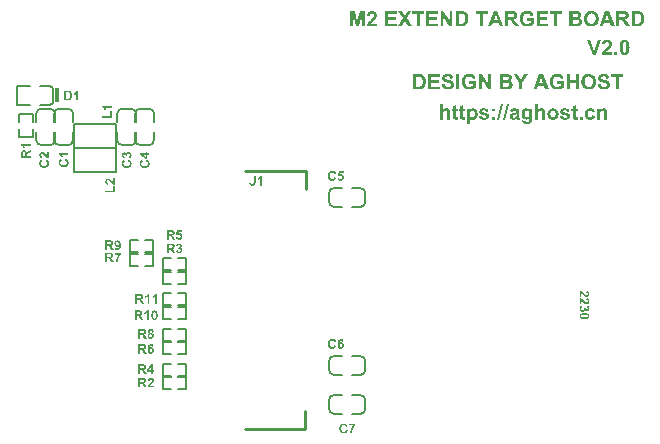
<source format=gto>
G04*
G04 #@! TF.GenerationSoftware,Altium Limited,Altium Designer,23.5.1 (21)*
G04*
G04 Layer_Color=65535*
%FSLAX25Y25*%
%MOIN*%
G70*
G04*
G04 #@! TF.SameCoordinates,759C71C3-0AE8-42CF-A238-0F2E4D7DB1F7*
G04*
G04*
G04 #@! TF.FilePolarity,Positive*
G04*
G01*
G75*
%ADD10C,0.00787*%
%ADD11C,0.01000*%
%ADD12R,0.01181X0.04724*%
G36*
X189866Y204212D02*
X191602Y201587D01*
X190379D01*
X189262Y203291D01*
X188141Y201587D01*
X186921D01*
X188665Y204208D01*
X187082Y206625D01*
X188272D01*
X189269Y205115D01*
X190270Y206625D01*
X191449D01*
X189866Y204212D01*
D02*
G37*
G36*
X230114Y206705D02*
X230143D01*
X230175Y206702D01*
X230256Y206698D01*
X230347Y206687D01*
X230449Y206676D01*
X230558Y206658D01*
X230670Y206640D01*
X230791Y206611D01*
X230914Y206581D01*
X231034Y206541D01*
X231155Y206498D01*
X231271Y206443D01*
X231384Y206381D01*
X231486Y206312D01*
X231493Y206308D01*
X231508Y206294D01*
X231537Y206272D01*
X231570Y206239D01*
X231613Y206199D01*
X231661Y206152D01*
X231715Y206094D01*
X231770Y206028D01*
X231828Y205955D01*
X231883Y205875D01*
X231941Y205784D01*
X231996Y205690D01*
X232046Y205584D01*
X232094Y205471D01*
X232134Y205355D01*
X232167Y205227D01*
X231158Y205038D01*
Y205042D01*
X231155Y205053D01*
X231147Y205075D01*
X231136Y205100D01*
X231125Y205129D01*
X231107Y205166D01*
X231089Y205205D01*
X231067Y205249D01*
X231042Y205293D01*
X231013Y205340D01*
X230980Y205391D01*
X230943Y205438D01*
X230900Y205486D01*
X230856Y205533D01*
X230809Y205580D01*
X230754Y205621D01*
X230751Y205624D01*
X230740Y205631D01*
X230725Y205642D01*
X230703Y205653D01*
X230674Y205671D01*
X230638Y205690D01*
X230598Y205708D01*
X230554Y205730D01*
X230503Y205751D01*
X230449Y205770D01*
X230387Y205788D01*
X230321Y205806D01*
X230256Y205817D01*
X230179Y205828D01*
X230103Y205835D01*
X230023Y205839D01*
X229994D01*
X229957Y205835D01*
X229913Y205832D01*
X229855Y205824D01*
X229790Y205817D01*
X229720Y205802D01*
X229640Y205784D01*
X229557Y205762D01*
X229473Y205733D01*
X229382Y205701D01*
X229295Y205661D01*
X229207Y205610D01*
X229123Y205555D01*
X229040Y205489D01*
X228963Y205413D01*
X228960Y205409D01*
X228945Y205395D01*
X228927Y205369D01*
X228902Y205333D01*
X228872Y205289D01*
X228840Y205235D01*
X228803Y205173D01*
X228767Y205100D01*
X228730Y205016D01*
X228694Y204922D01*
X228661Y204820D01*
X228632Y204707D01*
X228607Y204583D01*
X228588Y204452D01*
X228574Y204310D01*
X228570Y204161D01*
Y204157D01*
Y204150D01*
Y204139D01*
Y204121D01*
Y204099D01*
X228574Y204077D01*
Y204048D01*
X228577Y204015D01*
X228581Y203939D01*
X228592Y203855D01*
X228603Y203760D01*
X228621Y203659D01*
X228639Y203549D01*
X228668Y203440D01*
X228698Y203327D01*
X228738Y203218D01*
X228781Y203109D01*
X228836Y203003D01*
X228898Y202905D01*
X228967Y202818D01*
X228971Y202814D01*
X228985Y202800D01*
X229007Y202778D01*
X229040Y202748D01*
X229080Y202716D01*
X229127Y202676D01*
X229185Y202636D01*
X229247Y202596D01*
X229320Y202552D01*
X229397Y202512D01*
X229484Y202476D01*
X229578Y202439D01*
X229677Y202410D01*
X229782Y202388D01*
X229895Y202374D01*
X230012Y202370D01*
X230044D01*
X230066Y202374D01*
X230095D01*
X230132Y202377D01*
X230168Y202381D01*
X230212Y202384D01*
X230259Y202392D01*
X230310Y202399D01*
X230416Y202421D01*
X230532Y202454D01*
X230652Y202494D01*
X230656D01*
X230667Y202501D01*
X230685Y202505D01*
X230707Y202516D01*
X230732Y202526D01*
X230765Y202541D01*
X230802Y202559D01*
X230842Y202577D01*
X230929Y202621D01*
X231020Y202672D01*
X231115Y202730D01*
X231206Y202796D01*
Y203436D01*
X230041D01*
Y204288D01*
X232232D01*
Y202279D01*
X232228Y202275D01*
X232218Y202264D01*
X232199Y202250D01*
X232174Y202228D01*
X232141Y202199D01*
X232097Y202170D01*
X232050Y202133D01*
X231996Y202093D01*
X231934Y202053D01*
X231864Y202010D01*
X231788Y201966D01*
X231704Y201919D01*
X231617Y201871D01*
X231519Y201824D01*
X231413Y201777D01*
X231304Y201733D01*
X231297Y201729D01*
X231278Y201722D01*
X231246Y201711D01*
X231198Y201697D01*
X231144Y201678D01*
X231078Y201660D01*
X231005Y201638D01*
X230925Y201617D01*
X230834Y201595D01*
X230740Y201573D01*
X230638Y201555D01*
X230532Y201536D01*
X230423Y201522D01*
X230310Y201511D01*
X230194Y201504D01*
X230077Y201500D01*
X230023D01*
X230001Y201504D01*
X229946D01*
X229877Y201511D01*
X229797Y201518D01*
X229706Y201529D01*
X229608Y201540D01*
X229502Y201558D01*
X229393Y201580D01*
X229280Y201609D01*
X229164Y201638D01*
X229043Y201678D01*
X228927Y201722D01*
X228811Y201773D01*
X228698Y201831D01*
X228690Y201835D01*
X228672Y201846D01*
X228643Y201868D01*
X228603Y201893D01*
X228552Y201926D01*
X228497Y201970D01*
X228436Y202017D01*
X228366Y202075D01*
X228297Y202137D01*
X228224Y202206D01*
X228152Y202286D01*
X228079Y202370D01*
X228006Y202461D01*
X227941Y202559D01*
X227875Y202665D01*
X227817Y202778D01*
X227813Y202785D01*
X227806Y202807D01*
X227791Y202839D01*
X227769Y202887D01*
X227748Y202945D01*
X227722Y203011D01*
X227697Y203091D01*
X227671Y203178D01*
X227642Y203273D01*
X227617Y203378D01*
X227591Y203487D01*
X227569Y203604D01*
X227551Y203728D01*
X227537Y203855D01*
X227526Y203986D01*
X227522Y204121D01*
Y204124D01*
Y204128D01*
Y204143D01*
Y204157D01*
Y204175D01*
X227526Y204197D01*
Y204252D01*
X227533Y204321D01*
X227540Y204401D01*
X227551Y204492D01*
X227562Y204590D01*
X227580Y204696D01*
X227602Y204809D01*
X227627Y204925D01*
X227660Y205042D01*
X227697Y205162D01*
X227740Y205282D01*
X227791Y205402D01*
X227850Y205519D01*
X227853Y205526D01*
X227864Y205544D01*
X227886Y205577D01*
X227911Y205621D01*
X227944Y205671D01*
X227988Y205730D01*
X228039Y205795D01*
X228093Y205864D01*
X228159Y205941D01*
X228232Y206017D01*
X228308Y206094D01*
X228396Y206174D01*
X228490Y206250D01*
X228592Y206323D01*
X228698Y206392D01*
X228814Y206458D01*
X228821Y206461D01*
X228836Y206469D01*
X228865Y206480D01*
X228902Y206498D01*
X228949Y206516D01*
X229007Y206538D01*
X229073Y206560D01*
X229145Y206585D01*
X229229Y206607D01*
X229324Y206629D01*
X229422Y206651D01*
X229528Y206669D01*
X229640Y206687D01*
X229764Y206698D01*
X229892Y206705D01*
X230023Y206709D01*
X230084D01*
X230114Y206705D01*
D02*
G37*
G36*
X205121Y201587D02*
X204102D01*
X202067Y204885D01*
Y201587D01*
X201125D01*
Y206625D01*
X202111D01*
X204179Y203251D01*
Y206625D01*
X205121D01*
Y201587D01*
D02*
G37*
G36*
X175859D02*
X174917D01*
X174913Y205551D01*
X173916Y201587D01*
X172936D01*
X171943Y205551D01*
Y201587D01*
X171000D01*
Y206625D01*
X172521D01*
X173432Y203185D01*
X174331Y206625D01*
X175859D01*
Y201587D01*
D02*
G37*
G36*
X266845Y206622D02*
X266907D01*
X266972Y206618D01*
X267045Y206614D01*
X267122Y206607D01*
X267198Y206600D01*
X267358Y206585D01*
X267435Y206574D01*
X267511Y206560D01*
X267580Y206545D01*
X267646Y206527D01*
X267649D01*
X267664Y206520D01*
X267689Y206512D01*
X267718Y206501D01*
X267758Y206487D01*
X267802Y206469D01*
X267853Y206447D01*
X267908Y206421D01*
X267966Y206388D01*
X268028Y206356D01*
X268090Y206316D01*
X268155Y206276D01*
X268217Y206228D01*
X268283Y206177D01*
X268344Y206123D01*
X268406Y206061D01*
X268410Y206057D01*
X268421Y206046D01*
X268436Y206028D01*
X268457Y206003D01*
X268486Y205970D01*
X268516Y205930D01*
X268548Y205886D01*
X268585Y205835D01*
X268625Y205777D01*
X268661Y205715D01*
X268701Y205650D01*
X268741Y205577D01*
X268781Y205500D01*
X268818Y205420D01*
X268854Y205333D01*
X268887Y205246D01*
X268891Y205242D01*
X268894Y205224D01*
X268901Y205198D01*
X268912Y205158D01*
X268927Y205111D01*
X268941Y205056D01*
X268956Y204991D01*
X268971Y204918D01*
X268985Y204834D01*
X269000Y204743D01*
X269014Y204645D01*
X269029Y204539D01*
X269040Y204430D01*
X269047Y204310D01*
X269054Y204186D01*
Y204055D01*
Y204048D01*
Y204026D01*
Y203993D01*
X269051Y203950D01*
Y203899D01*
X269047Y203833D01*
X269040Y203764D01*
X269036Y203688D01*
X269025Y203608D01*
X269018Y203520D01*
X268989Y203342D01*
X268949Y203160D01*
X268927Y203073D01*
X268898Y202985D01*
X268894Y202978D01*
X268891Y202960D01*
X268880Y202930D01*
X268861Y202894D01*
X268843Y202847D01*
X268821Y202792D01*
X268792Y202734D01*
X268759Y202668D01*
X268723Y202599D01*
X268683Y202526D01*
X268639Y202454D01*
X268592Y202377D01*
X268537Y202304D01*
X268483Y202232D01*
X268425Y202159D01*
X268359Y202093D01*
X268355Y202090D01*
X268348Y202082D01*
X268330Y202068D01*
X268312Y202050D01*
X268283Y202028D01*
X268250Y202006D01*
X268214Y201977D01*
X268170Y201948D01*
X268123Y201915D01*
X268068Y201882D01*
X268010Y201849D01*
X267948Y201817D01*
X267879Y201784D01*
X267806Y201751D01*
X267729Y201722D01*
X267646Y201693D01*
X267642D01*
X267631Y201689D01*
X267609Y201682D01*
X267584Y201678D01*
X267551Y201667D01*
X267507Y201660D01*
X267460Y201649D01*
X267405Y201642D01*
X267343Y201631D01*
X267278Y201620D01*
X267202Y201613D01*
X267122Y201606D01*
X267034Y201598D01*
X266943Y201591D01*
X266845Y201587D01*
X264832D01*
Y206625D01*
X266790D01*
X266845Y206622D01*
D02*
G37*
G36*
X262025D02*
X262095D01*
X262171Y206618D01*
X262255Y206614D01*
X262346Y206607D01*
X262440Y206600D01*
X262535Y206592D01*
X262732Y206567D01*
X262823Y206552D01*
X262910Y206534D01*
X262994Y206512D01*
X263067Y206487D01*
X263070D01*
X263081Y206480D01*
X263103Y206472D01*
X263128Y206461D01*
X263158Y206447D01*
X263194Y206425D01*
X263234Y206403D01*
X263278Y206378D01*
X263325Y206345D01*
X263372Y206308D01*
X263420Y206268D01*
X263471Y206225D01*
X263518Y206177D01*
X263565Y206123D01*
X263609Y206065D01*
X263653Y206003D01*
X263656Y205999D01*
X263664Y205988D01*
X263674Y205966D01*
X263689Y205941D01*
X263703Y205908D01*
X263722Y205872D01*
X263744Y205824D01*
X263765Y205773D01*
X263784Y205719D01*
X263805Y205657D01*
X263824Y205591D01*
X263842Y205522D01*
X263853Y205449D01*
X263864Y205373D01*
X263871Y205296D01*
X263875Y205213D01*
Y205205D01*
Y205187D01*
X263871Y205158D01*
Y205118D01*
X263864Y205071D01*
X263856Y205013D01*
X263845Y204951D01*
X263835Y204882D01*
X263816Y204809D01*
X263794Y204732D01*
X263765Y204656D01*
X263733Y204576D01*
X263696Y204499D01*
X263649Y204419D01*
X263598Y204346D01*
X263540Y204274D01*
X263536Y204270D01*
X263525Y204259D01*
X263503Y204241D01*
X263478Y204215D01*
X263441Y204186D01*
X263401Y204154D01*
X263350Y204117D01*
X263292Y204077D01*
X263223Y204037D01*
X263150Y204001D01*
X263070Y203961D01*
X262979Y203924D01*
X262881Y203888D01*
X262775Y203859D01*
X262663Y203833D01*
X262542Y203811D01*
X262546Y203808D01*
X262557Y203804D01*
X262575Y203793D01*
X262597Y203779D01*
X262626Y203760D01*
X262659Y203739D01*
X262695Y203713D01*
X262735Y203688D01*
X262823Y203622D01*
X262914Y203549D01*
X263005Y203469D01*
X263088Y203385D01*
X263092Y203382D01*
X263099Y203375D01*
X263110Y203360D01*
X263128Y203342D01*
X263150Y203316D01*
X263176Y203284D01*
X263205Y203244D01*
X263241Y203196D01*
X263281Y203145D01*
X263325Y203087D01*
X263372Y203018D01*
X263423Y202945D01*
X263478Y202861D01*
X263536Y202774D01*
X263602Y202676D01*
X263667Y202570D01*
X264282Y201587D01*
X263063D01*
X262331Y202683D01*
X262328Y202690D01*
X262313Y202709D01*
X262295Y202738D01*
X262269Y202778D01*
X262237Y202825D01*
X262200Y202876D01*
X262160Y202934D01*
X262117Y202996D01*
X262025Y203120D01*
X261982Y203182D01*
X261938Y203244D01*
X261898Y203298D01*
X261858Y203345D01*
X261822Y203389D01*
X261792Y203422D01*
X261785Y203429D01*
X261767Y203447D01*
X261738Y203473D01*
X261701Y203506D01*
X261654Y203542D01*
X261603Y203575D01*
X261549Y203608D01*
X261487Y203633D01*
X261479Y203637D01*
X261469Y203640D01*
X261458Y203644D01*
X261439Y203648D01*
X261418Y203651D01*
X261392Y203659D01*
X261363Y203662D01*
X261330Y203669D01*
X261294Y203673D01*
X261250Y203677D01*
X261203Y203684D01*
X261156Y203688D01*
X261101D01*
X261039Y203691D01*
X260773D01*
Y201587D01*
X259758D01*
Y206625D01*
X261971D01*
X262025Y206622D01*
D02*
G37*
G36*
X259212Y201587D02*
X258105D01*
X257668Y202730D01*
X255652D01*
X255237Y201587D01*
X254159D01*
X256114Y206625D01*
X257195D01*
X259212Y201587D01*
D02*
G37*
G36*
X246337Y206622D02*
X246399D01*
X246468Y206618D01*
X246614Y206614D01*
X246759Y206603D01*
X246832Y206600D01*
X246901Y206592D01*
X246963Y206581D01*
X247021Y206574D01*
X247025D01*
X247036Y206571D01*
X247050Y206567D01*
X247072Y206563D01*
X247098Y206556D01*
X247127Y206549D01*
X247160Y206541D01*
X247200Y206530D01*
X247280Y206501D01*
X247367Y206465D01*
X247458Y206418D01*
X247549Y206363D01*
X247553D01*
X247560Y206356D01*
X247571Y206348D01*
X247589Y206334D01*
X247629Y206301D01*
X247684Y206254D01*
X247746Y206192D01*
X247811Y206119D01*
X247873Y206039D01*
X247935Y205944D01*
X247939Y205941D01*
X247942Y205933D01*
X247950Y205919D01*
X247960Y205897D01*
X247971Y205875D01*
X247986Y205846D01*
X248001Y205810D01*
X248015Y205773D01*
X248030Y205730D01*
X248041Y205686D01*
X248066Y205584D01*
X248084Y205475D01*
X248092Y205417D01*
Y205355D01*
Y205351D01*
Y205340D01*
Y205322D01*
X248088Y205296D01*
X248084Y205264D01*
X248081Y205227D01*
X248077Y205187D01*
X248066Y205140D01*
X248044Y205042D01*
X248011Y204932D01*
X247990Y204878D01*
X247964Y204820D01*
X247931Y204761D01*
X247899Y204707D01*
X247895Y204703D01*
X247891Y204692D01*
X247880Y204678D01*
X247866Y204660D01*
X247844Y204634D01*
X247822Y204605D01*
X247793Y204576D01*
X247764Y204539D01*
X247728Y204507D01*
X247691Y204470D01*
X247604Y204394D01*
X247502Y204325D01*
X247385Y204263D01*
X247389D01*
X247407Y204256D01*
X247429Y204248D01*
X247462Y204237D01*
X247498Y204223D01*
X247542Y204205D01*
X247593Y204183D01*
X247648Y204157D01*
X247702Y204128D01*
X247760Y204095D01*
X247819Y204055D01*
X247877Y204015D01*
X247935Y203972D01*
X247990Y203921D01*
X248044Y203866D01*
X248092Y203808D01*
X248095Y203804D01*
X248102Y203793D01*
X248113Y203775D01*
X248132Y203749D01*
X248150Y203720D01*
X248172Y203684D01*
X248194Y203640D01*
X248215Y203593D01*
X248237Y203538D01*
X248263Y203480D01*
X248281Y203418D01*
X248299Y203349D01*
X248317Y203280D01*
X248328Y203204D01*
X248335Y203127D01*
X248339Y203047D01*
Y203043D01*
Y203032D01*
Y203014D01*
X248335Y202989D01*
Y202956D01*
X248332Y202923D01*
X248324Y202880D01*
X248321Y202836D01*
X248310Y202785D01*
X248299Y202734D01*
X248270Y202621D01*
X248234Y202501D01*
X248208Y202439D01*
X248179Y202377D01*
Y202374D01*
X248172Y202363D01*
X248161Y202344D01*
X248150Y202323D01*
X248135Y202297D01*
X248113Y202264D01*
X248066Y202192D01*
X248001Y202108D01*
X247928Y202021D01*
X247840Y201937D01*
X247742Y201857D01*
X247739Y201853D01*
X247731Y201849D01*
X247713Y201838D01*
X247691Y201828D01*
X247666Y201809D01*
X247633Y201795D01*
X247597Y201773D01*
X247553Y201755D01*
X247505Y201733D01*
X247455Y201715D01*
X247396Y201693D01*
X247338Y201675D01*
X247273Y201657D01*
X247203Y201642D01*
X247058Y201620D01*
X247047D01*
X247029Y201617D01*
X247003D01*
X246970Y201613D01*
X246927Y201609D01*
X246876D01*
X246810Y201606D01*
X246734Y201602D01*
X246646Y201598D01*
X246548D01*
X246435Y201595D01*
X246374D01*
X246308Y201591D01*
X246162D01*
X246086Y201587D01*
X244120D01*
Y206625D01*
X246283D01*
X246337Y206622D01*
D02*
G37*
G36*
X241510Y205773D02*
X240018D01*
Y201587D01*
X239002D01*
Y205773D01*
X237506D01*
Y206625D01*
X241510D01*
Y205773D01*
D02*
G37*
G36*
X236906D02*
X234187D01*
Y204656D01*
X236717D01*
Y203804D01*
X234187D01*
Y202439D01*
X237000D01*
Y201587D01*
X233171D01*
Y206625D01*
X236906D01*
Y205773D01*
D02*
G37*
G36*
X224887Y206622D02*
X224956D01*
X225032Y206618D01*
X225116Y206614D01*
X225207Y206607D01*
X225302Y206600D01*
X225396Y206592D01*
X225593Y206567D01*
X225684Y206552D01*
X225771Y206534D01*
X225855Y206512D01*
X225928Y206487D01*
X225931D01*
X225942Y206480D01*
X225964Y206472D01*
X225990Y206461D01*
X226019Y206447D01*
X226055Y206425D01*
X226095Y206403D01*
X226139Y206378D01*
X226186Y206345D01*
X226233Y206308D01*
X226281Y206268D01*
X226332Y206225D01*
X226379Y206177D01*
X226426Y206123D01*
X226470Y206065D01*
X226514Y206003D01*
X226517Y205999D01*
X226525Y205988D01*
X226536Y205966D01*
X226550Y205941D01*
X226565Y205908D01*
X226583Y205872D01*
X226605Y205824D01*
X226626Y205773D01*
X226645Y205719D01*
X226666Y205657D01*
X226685Y205591D01*
X226703Y205522D01*
X226714Y205449D01*
X226725Y205373D01*
X226732Y205296D01*
X226736Y205213D01*
Y205205D01*
Y205187D01*
X226732Y205158D01*
Y205118D01*
X226725Y205071D01*
X226717Y205013D01*
X226707Y204951D01*
X226696Y204882D01*
X226677Y204809D01*
X226656Y204732D01*
X226626Y204656D01*
X226594Y204576D01*
X226557Y204499D01*
X226510Y204419D01*
X226459Y204346D01*
X226401Y204274D01*
X226397Y204270D01*
X226386Y204259D01*
X226364Y204241D01*
X226339Y204215D01*
X226303Y204186D01*
X226262Y204154D01*
X226212Y204117D01*
X226153Y204077D01*
X226084Y204037D01*
X226011Y204001D01*
X225931Y203961D01*
X225840Y203924D01*
X225742Y203888D01*
X225636Y203859D01*
X225524Y203833D01*
X225403Y203811D01*
X225407Y203808D01*
X225418Y203804D01*
X225436Y203793D01*
X225458Y203779D01*
X225487Y203760D01*
X225520Y203739D01*
X225556Y203713D01*
X225596Y203688D01*
X225684Y203622D01*
X225775Y203549D01*
X225866Y203469D01*
X225949Y203385D01*
X225953Y203382D01*
X225960Y203375D01*
X225971Y203360D01*
X225990Y203342D01*
X226011Y203316D01*
X226037Y203284D01*
X226066Y203244D01*
X226102Y203196D01*
X226142Y203145D01*
X226186Y203087D01*
X226233Y203018D01*
X226284Y202945D01*
X226339Y202861D01*
X226397Y202774D01*
X226463Y202676D01*
X226528Y202570D01*
X227143Y201587D01*
X225924D01*
X225192Y202683D01*
X225189Y202690D01*
X225174Y202709D01*
X225156Y202738D01*
X225130Y202778D01*
X225098Y202825D01*
X225061Y202876D01*
X225021Y202934D01*
X224978Y202996D01*
X224887Y203120D01*
X224843Y203182D01*
X224799Y203244D01*
X224759Y203298D01*
X224719Y203345D01*
X224683Y203389D01*
X224654Y203422D01*
X224646Y203429D01*
X224628Y203447D01*
X224599Y203473D01*
X224563Y203506D01*
X224515Y203542D01*
X224464Y203575D01*
X224410Y203608D01*
X224348Y203633D01*
X224341Y203637D01*
X224330Y203640D01*
X224319Y203644D01*
X224301Y203648D01*
X224279Y203651D01*
X224253Y203659D01*
X224224Y203662D01*
X224191Y203669D01*
X224155Y203673D01*
X224111Y203677D01*
X224064Y203684D01*
X224017Y203688D01*
X223962D01*
X223900Y203691D01*
X223634D01*
Y201587D01*
X222619D01*
Y206625D01*
X224832D01*
X224887Y206622D01*
D02*
G37*
G36*
X222073Y201587D02*
X220966D01*
X220530Y202730D01*
X218513D01*
X218098Y201587D01*
X217021D01*
X218975Y206625D01*
X220056D01*
X222073Y201587D01*
D02*
G37*
G36*
X216882Y205773D02*
X215390D01*
Y201587D01*
X214374D01*
Y205773D01*
X212878D01*
Y206625D01*
X216882D01*
Y205773D01*
D02*
G37*
G36*
X208208Y206622D02*
X208270D01*
X208335Y206618D01*
X208408Y206614D01*
X208485Y206607D01*
X208561Y206600D01*
X208721Y206585D01*
X208798Y206574D01*
X208874Y206560D01*
X208943Y206545D01*
X209009Y206527D01*
X209013D01*
X209027Y206520D01*
X209053Y206512D01*
X209082Y206501D01*
X209122Y206487D01*
X209165Y206469D01*
X209216Y206447D01*
X209271Y206421D01*
X209329Y206388D01*
X209391Y206356D01*
X209453Y206316D01*
X209519Y206276D01*
X209580Y206228D01*
X209646Y206177D01*
X209708Y206123D01*
X209770Y206061D01*
X209773Y206057D01*
X209784Y206046D01*
X209799Y206028D01*
X209821Y206003D01*
X209850Y205970D01*
X209879Y205930D01*
X209912Y205886D01*
X209948Y205835D01*
X209988Y205777D01*
X210024Y205715D01*
X210065Y205650D01*
X210104Y205577D01*
X210145Y205500D01*
X210181Y205420D01*
X210217Y205333D01*
X210250Y205246D01*
X210254Y205242D01*
X210257Y205224D01*
X210265Y205198D01*
X210276Y205158D01*
X210290Y205111D01*
X210305Y205056D01*
X210319Y204991D01*
X210334Y204918D01*
X210348Y204834D01*
X210363Y204743D01*
X210378Y204645D01*
X210392Y204539D01*
X210403Y204430D01*
X210410Y204310D01*
X210418Y204186D01*
Y204055D01*
Y204048D01*
Y204026D01*
Y203993D01*
X210414Y203950D01*
Y203899D01*
X210410Y203833D01*
X210403Y203764D01*
X210399Y203688D01*
X210388Y203608D01*
X210381Y203520D01*
X210352Y203342D01*
X210312Y203160D01*
X210290Y203073D01*
X210261Y202985D01*
X210257Y202978D01*
X210254Y202960D01*
X210243Y202930D01*
X210225Y202894D01*
X210206Y202847D01*
X210185Y202792D01*
X210156Y202734D01*
X210123Y202668D01*
X210086Y202599D01*
X210046Y202526D01*
X210003Y202454D01*
X209955Y202377D01*
X209901Y202304D01*
X209846Y202232D01*
X209788Y202159D01*
X209722Y202093D01*
X209719Y202090D01*
X209711Y202082D01*
X209693Y202068D01*
X209675Y202050D01*
X209646Y202028D01*
X209613Y202006D01*
X209577Y201977D01*
X209533Y201948D01*
X209486Y201915D01*
X209431Y201882D01*
X209373Y201849D01*
X209311Y201817D01*
X209242Y201784D01*
X209169Y201751D01*
X209093Y201722D01*
X209009Y201693D01*
X209005D01*
X208994Y201689D01*
X208973Y201682D01*
X208947Y201678D01*
X208914Y201667D01*
X208871Y201660D01*
X208823Y201649D01*
X208769Y201642D01*
X208707Y201631D01*
X208641Y201620D01*
X208565Y201613D01*
X208485Y201606D01*
X208397Y201598D01*
X208306Y201591D01*
X208208Y201587D01*
X206195D01*
Y206625D01*
X208154D01*
X208208Y206622D01*
D02*
G37*
G36*
X200160Y205773D02*
X197441D01*
Y204656D01*
X199971D01*
Y203804D01*
X197441D01*
Y202439D01*
X200255D01*
Y201587D01*
X196425D01*
Y206625D01*
X200160D01*
Y205773D01*
D02*
G37*
G36*
X195774D02*
X194281D01*
Y201587D01*
X193266D01*
Y205773D01*
X191770D01*
Y206625D01*
X195774D01*
Y205773D01*
D02*
G37*
G36*
X186477D02*
X183758D01*
Y204656D01*
X186288D01*
Y203804D01*
X183758D01*
Y202439D01*
X186572D01*
Y201587D01*
X182743D01*
Y206625D01*
X186477D01*
Y205773D01*
D02*
G37*
G36*
X178393Y206640D02*
X178444Y206636D01*
X178506Y206632D01*
X178578Y206622D01*
X178659Y206611D01*
X178746Y206592D01*
X178837Y206571D01*
X178935Y206545D01*
X179034Y206512D01*
X179128Y206472D01*
X179226Y206425D01*
X179321Y206374D01*
X179408Y206312D01*
X179492Y206239D01*
X179496Y206236D01*
X179510Y206221D01*
X179532Y206199D01*
X179558Y206167D01*
X179590Y206126D01*
X179627Y206083D01*
X179667Y206025D01*
X179707Y205963D01*
X179747Y205893D01*
X179787Y205821D01*
X179823Y205737D01*
X179856Y205650D01*
X179882Y205555D01*
X179903Y205453D01*
X179918Y205347D01*
X179922Y205238D01*
Y205235D01*
Y205224D01*
Y205205D01*
Y205180D01*
X179918Y205151D01*
X179914Y205115D01*
X179911Y205075D01*
X179907Y205031D01*
X179893Y204932D01*
X179871Y204823D01*
X179838Y204707D01*
X179798Y204590D01*
Y204587D01*
X179791Y204576D01*
X179783Y204561D01*
X179776Y204536D01*
X179762Y204510D01*
X179743Y204478D01*
X179725Y204437D01*
X179703Y204397D01*
X179678Y204350D01*
X179649Y204299D01*
X179583Y204190D01*
X179503Y204074D01*
X179412Y203950D01*
X179408Y203946D01*
X179405Y203939D01*
X179394Y203928D01*
X179379Y203910D01*
X179357Y203884D01*
X179332Y203855D01*
X179303Y203822D01*
X179266Y203786D01*
X179226Y203742D01*
X179179Y203695D01*
X179128Y203640D01*
X179070Y203582D01*
X179008Y203520D01*
X178939Y203455D01*
X178862Y203382D01*
X178779Y203305D01*
X178775Y203302D01*
X178761Y203287D01*
X178735Y203265D01*
X178706Y203236D01*
X178670Y203204D01*
X178626Y203167D01*
X178582Y203123D01*
X178535Y203080D01*
X178437Y202985D01*
X178338Y202894D01*
X178295Y202850D01*
X178258Y202814D01*
X178222Y202778D01*
X178196Y202748D01*
X178193Y202741D01*
X178178Y202727D01*
X178153Y202698D01*
X178127Y202665D01*
X178094Y202625D01*
X178062Y202577D01*
X178029Y202530D01*
X178000Y202483D01*
X179922D01*
Y201587D01*
X176536D01*
Y201595D01*
X176540Y201609D01*
X176544Y201638D01*
X176551Y201675D01*
X176558Y201718D01*
X176569Y201773D01*
X176580Y201831D01*
X176598Y201897D01*
X176617Y201970D01*
X176642Y202046D01*
X176667Y202122D01*
X176697Y202206D01*
X176733Y202290D01*
X176773Y202377D01*
X176817Y202461D01*
X176864Y202548D01*
X176868Y202552D01*
X176879Y202570D01*
X176897Y202596D01*
X176919Y202632D01*
X176951Y202676D01*
X176995Y202730D01*
X177046Y202796D01*
X177104Y202869D01*
X177173Y202952D01*
X177250Y203043D01*
X177341Y203142D01*
X177439Y203251D01*
X177552Y203367D01*
X177672Y203487D01*
X177807Y203619D01*
X177952Y203757D01*
X177956Y203760D01*
X177960Y203764D01*
X177981Y203782D01*
X178014Y203815D01*
X178058Y203855D01*
X178109Y203906D01*
X178167Y203961D01*
X178229Y204023D01*
X178298Y204088D01*
X178433Y204226D01*
X178502Y204292D01*
X178564Y204361D01*
X178626Y204423D01*
X178677Y204481D01*
X178720Y204536D01*
X178753Y204579D01*
X178757Y204583D01*
X178761Y204594D01*
X178771Y204609D01*
X178786Y204630D01*
X178800Y204660D01*
X178815Y204689D01*
X178833Y204725D01*
X178855Y204765D01*
X178892Y204856D01*
X178921Y204954D01*
X178946Y205064D01*
X178950Y205118D01*
X178953Y205173D01*
Y205176D01*
Y205187D01*
Y205202D01*
X178950Y205227D01*
Y205253D01*
X178946Y205282D01*
X178932Y205355D01*
X178910Y205435D01*
X178881Y205519D01*
X178837Y205595D01*
X178808Y205635D01*
X178779Y205668D01*
X178775Y205671D01*
X178771Y205675D01*
X178761Y205682D01*
X178746Y205697D01*
X178728Y205708D01*
X178706Y205722D01*
X178680Y205741D01*
X178655Y205755D01*
X178586Y205788D01*
X178502Y205817D01*
X178407Y205835D01*
X178353Y205839D01*
X178298Y205842D01*
X178269D01*
X178247Y205839D01*
X178222D01*
X178193Y205832D01*
X178123Y205821D01*
X178047Y205799D01*
X177963Y205766D01*
X177927Y205744D01*
X177887Y205722D01*
X177850Y205693D01*
X177814Y205661D01*
X177810Y205657D01*
X177807Y205653D01*
X177796Y205642D01*
X177785Y205624D01*
X177770Y205606D01*
X177756Y205580D01*
X177741Y205551D01*
X177723Y205519D01*
X177705Y205479D01*
X177687Y205435D01*
X177668Y205384D01*
X177654Y205329D01*
X177639Y205267D01*
X177625Y205202D01*
X177618Y205133D01*
X177610Y205056D01*
X176649Y205151D01*
Y205155D01*
Y205162D01*
X176653Y205173D01*
Y205187D01*
X176657Y205205D01*
X176660Y205227D01*
X176671Y205282D01*
X176682Y205347D01*
X176700Y205420D01*
X176722Y205504D01*
X176748Y205591D01*
X176780Y205686D01*
X176817Y205781D01*
X176860Y205875D01*
X176911Y205970D01*
X176966Y206061D01*
X177032Y206145D01*
X177104Y206225D01*
X177184Y206294D01*
X177188Y206297D01*
X177206Y206308D01*
X177232Y206327D01*
X177264Y206348D01*
X177312Y206374D01*
X177363Y206403D01*
X177428Y206436D01*
X177497Y206469D01*
X177574Y206501D01*
X177661Y206534D01*
X177756Y206563D01*
X177854Y206589D01*
X177963Y206611D01*
X178076Y206629D01*
X178196Y206640D01*
X178320Y206643D01*
X178353D01*
X178393Y206640D01*
D02*
G37*
G36*
X251502Y206705D02*
X251531D01*
X251568Y206702D01*
X251611Y206698D01*
X251655Y206694D01*
X251706Y206687D01*
X251757Y206680D01*
X251815Y206672D01*
X251935Y206651D01*
X252066Y206622D01*
X252205Y206585D01*
X252350Y206541D01*
X252500Y206483D01*
X252649Y206418D01*
X252794Y206338D01*
X252940Y206247D01*
X253009Y206196D01*
X253078Y206137D01*
X253144Y206079D01*
X253209Y206017D01*
X253213Y206014D01*
X253217Y206010D01*
X253228Y205999D01*
X253239Y205984D01*
X253253Y205966D01*
X253271Y205944D01*
X253293Y205919D01*
X253315Y205890D01*
X253340Y205857D01*
X253366Y205821D01*
X253391Y205777D01*
X253420Y205733D01*
X253450Y205686D01*
X253482Y205631D01*
X253512Y205577D01*
X253544Y205519D01*
X253606Y205387D01*
X253668Y205246D01*
X253723Y205085D01*
X253774Y204914D01*
X253817Y204729D01*
X253850Y204532D01*
X253872Y204321D01*
X253879Y204208D01*
Y204095D01*
Y204092D01*
Y204081D01*
Y204066D01*
Y204041D01*
X253875Y204012D01*
Y203979D01*
X253872Y203939D01*
X253868Y203895D01*
X253865Y203844D01*
X253857Y203793D01*
X253854Y203735D01*
X253843Y203673D01*
X253825Y203542D01*
X253795Y203400D01*
X253759Y203251D01*
X253715Y203094D01*
X253664Y202934D01*
X253599Y202778D01*
X253522Y202621D01*
X253431Y202468D01*
X253384Y202395D01*
X253329Y202323D01*
X253275Y202254D01*
X253213Y202188D01*
X253209Y202184D01*
X253206Y202181D01*
X253195Y202170D01*
X253184Y202159D01*
X253166Y202144D01*
X253144Y202126D01*
X253122Y202104D01*
X253093Y202082D01*
X253027Y202028D01*
X252944Y201970D01*
X252849Y201908D01*
X252744Y201846D01*
X252623Y201780D01*
X252489Y201718D01*
X252343Y201660D01*
X252187Y201609D01*
X252015Y201562D01*
X251837Y201529D01*
X251644Y201507D01*
X251542Y201504D01*
X251440Y201500D01*
X251389D01*
X251364Y201504D01*
X251331D01*
X251295Y201507D01*
X251255Y201511D01*
X251207Y201515D01*
X251160Y201522D01*
X251105Y201529D01*
X251051Y201536D01*
X250927Y201558D01*
X250796Y201587D01*
X250654Y201620D01*
X250508Y201667D01*
X250363Y201722D01*
X250214Y201788D01*
X250064Y201868D01*
X249919Y201959D01*
X249850Y202010D01*
X249784Y202064D01*
X249715Y202122D01*
X249653Y202184D01*
Y202188D01*
X249646Y202192D01*
X249639Y202203D01*
X249624Y202217D01*
X249609Y202235D01*
X249591Y202257D01*
X249573Y202283D01*
X249551Y202312D01*
X249526Y202344D01*
X249500Y202381D01*
X249471Y202421D01*
X249442Y202465D01*
X249413Y202512D01*
X249384Y202563D01*
X249322Y202676D01*
X249260Y202803D01*
X249202Y202945D01*
X249144Y203102D01*
X249093Y203269D01*
X249053Y203451D01*
X249020Y203648D01*
X248998Y203855D01*
X248994Y203961D01*
X248991Y204074D01*
Y204077D01*
Y204081D01*
Y204092D01*
Y204106D01*
Y204124D01*
Y204146D01*
X248994Y204201D01*
X248998Y204266D01*
X249002Y204343D01*
X249009Y204430D01*
X249020Y204521D01*
X249031Y204623D01*
X249045Y204725D01*
X249067Y204834D01*
X249089Y204940D01*
X249114Y205049D01*
X249144Y205158D01*
X249180Y205260D01*
X249220Y205362D01*
X249224Y205366D01*
X249227Y205380D01*
X249238Y205398D01*
X249253Y205428D01*
X249267Y205460D01*
X249289Y205500D01*
X249315Y205544D01*
X249344Y205595D01*
X249409Y205701D01*
X249489Y205817D01*
X249580Y205937D01*
X249686Y206054D01*
X249690Y206057D01*
X249700Y206068D01*
X249715Y206083D01*
X249737Y206105D01*
X249766Y206130D01*
X249799Y206159D01*
X249839Y206192D01*
X249879Y206225D01*
X249926Y206261D01*
X249977Y206297D01*
X250090Y206374D01*
X250210Y206447D01*
X250276Y206480D01*
X250341Y206509D01*
X250348Y206512D01*
X250363Y206516D01*
X250388Y206527D01*
X250425Y206541D01*
X250468Y206556D01*
X250523Y206571D01*
X250585Y206589D01*
X250654Y206611D01*
X250731Y206629D01*
X250811Y206647D01*
X250902Y206662D01*
X250996Y206676D01*
X251098Y206691D01*
X251204Y206702D01*
X251313Y206705D01*
X251426Y206709D01*
X251477D01*
X251502Y206705D01*
D02*
G37*
G36*
X252894Y192087D02*
X251798D01*
X250000Y197125D01*
X251099D01*
X252377Y193398D01*
X253607Y197125D01*
X254688D01*
X252894Y192087D01*
D02*
G37*
G36*
X260075D02*
X259111D01*
Y193052D01*
X260075D01*
Y192087D01*
D02*
G37*
G36*
X256723Y197140D02*
X256774Y197136D01*
X256836Y197132D01*
X256909Y197122D01*
X256989Y197111D01*
X257076Y197092D01*
X257167Y197071D01*
X257265Y197045D01*
X257364Y197012D01*
X257458Y196972D01*
X257557Y196925D01*
X257651Y196874D01*
X257739Y196812D01*
X257822Y196739D01*
X257826Y196736D01*
X257841Y196721D01*
X257862Y196699D01*
X257888Y196667D01*
X257921Y196626D01*
X257957Y196583D01*
X257997Y196525D01*
X258037Y196463D01*
X258077Y196394D01*
X258117Y196321D01*
X258154Y196237D01*
X258186Y196150D01*
X258212Y196055D01*
X258234Y195953D01*
X258248Y195847D01*
X258252Y195738D01*
Y195735D01*
Y195724D01*
Y195705D01*
Y195680D01*
X258248Y195651D01*
X258245Y195615D01*
X258241Y195574D01*
X258237Y195531D01*
X258223Y195432D01*
X258201Y195323D01*
X258168Y195207D01*
X258128Y195090D01*
Y195087D01*
X258121Y195076D01*
X258114Y195061D01*
X258106Y195036D01*
X258092Y195010D01*
X258073Y194977D01*
X258055Y194938D01*
X258033Y194897D01*
X258008Y194850D01*
X257979Y194799D01*
X257913Y194690D01*
X257833Y194573D01*
X257742Y194450D01*
X257739Y194446D01*
X257735Y194439D01*
X257724Y194428D01*
X257710Y194410D01*
X257688Y194384D01*
X257662Y194355D01*
X257633Y194322D01*
X257597Y194286D01*
X257557Y194242D01*
X257509Y194195D01*
X257458Y194140D01*
X257400Y194082D01*
X257338Y194020D01*
X257269Y193955D01*
X257193Y193882D01*
X257109Y193805D01*
X257105Y193802D01*
X257091Y193787D01*
X257065Y193765D01*
X257036Y193736D01*
X257000Y193703D01*
X256956Y193667D01*
X256912Y193623D01*
X256865Y193580D01*
X256767Y193485D01*
X256668Y193394D01*
X256625Y193350D01*
X256588Y193314D01*
X256552Y193278D01*
X256526Y193248D01*
X256523Y193241D01*
X256508Y193227D01*
X256483Y193198D01*
X256457Y193165D01*
X256425Y193125D01*
X256392Y193077D01*
X256359Y193030D01*
X256330Y192983D01*
X258252D01*
Y192087D01*
X254867D01*
Y192095D01*
X254870Y192109D01*
X254874Y192138D01*
X254881Y192175D01*
X254889Y192218D01*
X254899Y192273D01*
X254910Y192331D01*
X254929Y192397D01*
X254947Y192470D01*
X254972Y192546D01*
X254998Y192622D01*
X255027Y192706D01*
X255063Y192790D01*
X255103Y192877D01*
X255147Y192961D01*
X255194Y193048D01*
X255198Y193052D01*
X255209Y193070D01*
X255227Y193096D01*
X255249Y193132D01*
X255282Y193176D01*
X255325Y193230D01*
X255376Y193296D01*
X255434Y193369D01*
X255504Y193452D01*
X255580Y193543D01*
X255671Y193642D01*
X255769Y193751D01*
X255882Y193867D01*
X256002Y193987D01*
X256137Y194118D01*
X256283Y194257D01*
X256286Y194260D01*
X256290Y194264D01*
X256312Y194282D01*
X256345Y194315D01*
X256388Y194355D01*
X256439Y194406D01*
X256497Y194461D01*
X256559Y194523D01*
X256628Y194588D01*
X256763Y194726D01*
X256832Y194792D01*
X256894Y194861D01*
X256956Y194923D01*
X257007Y194981D01*
X257051Y195036D01*
X257083Y195079D01*
X257087Y195083D01*
X257091Y195094D01*
X257102Y195109D01*
X257116Y195130D01*
X257131Y195159D01*
X257145Y195189D01*
X257164Y195225D01*
X257185Y195265D01*
X257222Y195356D01*
X257251Y195454D01*
X257276Y195564D01*
X257280Y195618D01*
X257284Y195673D01*
Y195676D01*
Y195687D01*
Y195702D01*
X257280Y195727D01*
Y195753D01*
X257276Y195782D01*
X257262Y195855D01*
X257240Y195935D01*
X257211Y196019D01*
X257167Y196095D01*
X257138Y196135D01*
X257109Y196168D01*
X257105Y196171D01*
X257102Y196175D01*
X257091Y196182D01*
X257076Y196197D01*
X257058Y196208D01*
X257036Y196222D01*
X257011Y196241D01*
X256985Y196255D01*
X256916Y196288D01*
X256832Y196317D01*
X256738Y196335D01*
X256683Y196339D01*
X256628Y196343D01*
X256599D01*
X256577Y196339D01*
X256552D01*
X256523Y196332D01*
X256454Y196321D01*
X256377Y196299D01*
X256294Y196266D01*
X256257Y196244D01*
X256217Y196222D01*
X256181Y196193D01*
X256144Y196160D01*
X256141Y196157D01*
X256137Y196153D01*
X256126Y196142D01*
X256115Y196124D01*
X256101Y196106D01*
X256086Y196080D01*
X256071Y196051D01*
X256053Y196019D01*
X256035Y195978D01*
X256017Y195935D01*
X255999Y195884D01*
X255984Y195829D01*
X255970Y195767D01*
X255955Y195702D01*
X255948Y195633D01*
X255941Y195556D01*
X254979Y195651D01*
Y195655D01*
Y195662D01*
X254983Y195673D01*
Y195687D01*
X254987Y195705D01*
X254990Y195727D01*
X255001Y195782D01*
X255012Y195847D01*
X255030Y195920D01*
X255052Y196004D01*
X255078Y196091D01*
X255111Y196186D01*
X255147Y196281D01*
X255191Y196375D01*
X255242Y196470D01*
X255296Y196561D01*
X255362Y196645D01*
X255434Y196725D01*
X255515Y196794D01*
X255518Y196798D01*
X255536Y196808D01*
X255562Y196827D01*
X255595Y196848D01*
X255642Y196874D01*
X255693Y196903D01*
X255759Y196936D01*
X255828Y196969D01*
X255904Y197001D01*
X255991Y197034D01*
X256086Y197063D01*
X256184Y197089D01*
X256294Y197111D01*
X256406Y197129D01*
X256526Y197140D01*
X256650Y197143D01*
X256683D01*
X256723Y197140D01*
D02*
G37*
G36*
X262558D02*
X262609Y197136D01*
X262671Y197129D01*
X262744Y197114D01*
X262820Y197100D01*
X262907Y197078D01*
X262995Y197049D01*
X263089Y197016D01*
X263184Y196972D01*
X263279Y196921D01*
X263373Y196863D01*
X263464Y196794D01*
X263552Y196710D01*
X263632Y196619D01*
X263639Y196612D01*
X263643Y196605D01*
X263654Y196590D01*
X263665Y196572D01*
X263679Y196554D01*
X263694Y196528D01*
X263708Y196499D01*
X263726Y196470D01*
X263748Y196433D01*
X263767Y196394D01*
X263788Y196350D01*
X263810Y196299D01*
X263832Y196248D01*
X263858Y196193D01*
X263879Y196131D01*
X263901Y196066D01*
X263927Y195997D01*
X263948Y195924D01*
X263970Y195847D01*
X263992Y195764D01*
X264010Y195680D01*
X264032Y195589D01*
X264050Y195494D01*
X264065Y195393D01*
X264079Y195291D01*
X264094Y195181D01*
X264105Y195069D01*
X264116Y194952D01*
X264123Y194828D01*
X264127Y194701D01*
Y194570D01*
Y194566D01*
Y194555D01*
Y194533D01*
Y194508D01*
Y194475D01*
X264123Y194435D01*
Y194388D01*
X264120Y194337D01*
X264116Y194279D01*
X264112Y194220D01*
X264109Y194155D01*
X264101Y194086D01*
X264087Y193937D01*
X264065Y193776D01*
X264039Y193609D01*
X264007Y193438D01*
X263967Y193267D01*
X263919Y193099D01*
X263861Y192936D01*
X263796Y192783D01*
X263759Y192710D01*
X263719Y192641D01*
X263675Y192575D01*
X263632Y192513D01*
X263628Y192506D01*
X263614Y192491D01*
X263588Y192466D01*
X263555Y192433D01*
X263515Y192393D01*
X263464Y192349D01*
X263403Y192306D01*
X263333Y192258D01*
X263257Y192208D01*
X263173Y192164D01*
X263078Y192120D01*
X262977Y192080D01*
X262867Y192047D01*
X262747Y192022D01*
X262624Y192007D01*
X262489Y192000D01*
X262456D01*
X262420Y192004D01*
X262369Y192007D01*
X262303Y192018D01*
X262234Y192029D01*
X262150Y192047D01*
X262067Y192069D01*
X261972Y192102D01*
X261877Y192138D01*
X261779Y192182D01*
X261677Y192237D01*
X261579Y192302D01*
X261484Y192379D01*
X261390Y192466D01*
X261302Y192564D01*
X261299Y192571D01*
X261284Y192590D01*
X261273Y192608D01*
X261262Y192626D01*
X261248Y192648D01*
X261233Y192673D01*
X261215Y192706D01*
X261200Y192739D01*
X261178Y192779D01*
X261160Y192819D01*
X261142Y192866D01*
X261120Y192914D01*
X261098Y192968D01*
X261080Y193026D01*
X261058Y193088D01*
X261036Y193157D01*
X261015Y193227D01*
X260996Y193303D01*
X260978Y193383D01*
X260960Y193467D01*
X260942Y193558D01*
X260924Y193653D01*
X260909Y193751D01*
X260894Y193853D01*
X260884Y193962D01*
X260873Y194075D01*
X260865Y194191D01*
X260858Y194315D01*
X260855Y194442D01*
Y194577D01*
Y194581D01*
Y194592D01*
Y194614D01*
Y194639D01*
X260858Y194672D01*
Y194712D01*
Y194759D01*
X260862Y194810D01*
X260865Y194865D01*
X260869Y194927D01*
X260876Y194992D01*
X260880Y195061D01*
X260894Y195207D01*
X260916Y195367D01*
X260942Y195534D01*
X260975Y195702D01*
X261015Y195873D01*
X261062Y196044D01*
X261117Y196204D01*
X261182Y196357D01*
X261222Y196430D01*
X261259Y196499D01*
X261302Y196565D01*
X261346Y196626D01*
X261350Y196634D01*
X261364Y196648D01*
X261390Y196674D01*
X261422Y196706D01*
X261462Y196747D01*
X261513Y196790D01*
X261575Y196838D01*
X261644Y196885D01*
X261721Y196932D01*
X261805Y196979D01*
X261899Y197023D01*
X262001Y197063D01*
X262110Y197096D01*
X262230Y197122D01*
X262354Y197136D01*
X262489Y197143D01*
X262522D01*
X262558Y197140D01*
D02*
G37*
G36*
X255624Y185709D02*
X255653D01*
X255689Y185705D01*
X255769Y185702D01*
X255860Y185691D01*
X255958Y185676D01*
X256068Y185661D01*
X256181Y185640D01*
X256297Y185611D01*
X256417Y185578D01*
X256537Y185538D01*
X256650Y185487D01*
X256763Y185432D01*
X256865Y185367D01*
X256959Y185294D01*
X256967Y185290D01*
X256981Y185276D01*
X257003Y185250D01*
X257036Y185217D01*
X257072Y185177D01*
X257112Y185126D01*
X257156Y185068D01*
X257203Y184999D01*
X257251Y184926D01*
X257294Y184843D01*
X257338Y184751D01*
X257374Y184653D01*
X257411Y184548D01*
X257436Y184435D01*
X257454Y184315D01*
X257465Y184187D01*
X256450Y184144D01*
Y184147D01*
X256446Y184162D01*
X256443Y184180D01*
X256435Y184205D01*
X256428Y184238D01*
X256417Y184275D01*
X256406Y184315D01*
X256392Y184358D01*
X256352Y184449D01*
X256304Y184540D01*
X256242Y184628D01*
X256210Y184668D01*
X256170Y184701D01*
X256166Y184704D01*
X256159Y184708D01*
X256148Y184715D01*
X256130Y184726D01*
X256108Y184741D01*
X256079Y184755D01*
X256046Y184770D01*
X256009Y184788D01*
X255966Y184802D01*
X255918Y184817D01*
X255864Y184832D01*
X255806Y184846D01*
X255744Y184857D01*
X255678Y184864D01*
X255602Y184872D01*
X255482D01*
X255452Y184868D01*
X255416Y184864D01*
X255372Y184861D01*
X255325Y184857D01*
X255271Y184850D01*
X255161Y184828D01*
X255045Y184795D01*
X254987Y184773D01*
X254932Y184748D01*
X254881Y184719D01*
X254830Y184686D01*
X254823Y184682D01*
X254805Y184664D01*
X254779Y184639D01*
X254750Y184602D01*
X254721Y184559D01*
X254695Y184508D01*
X254677Y184446D01*
X254674Y184413D01*
X254670Y184377D01*
Y184373D01*
Y184369D01*
X254674Y184347D01*
X254677Y184315D01*
X254688Y184271D01*
X254706Y184224D01*
X254732Y184173D01*
X254768Y184122D01*
X254819Y184071D01*
X254823D01*
X254830Y184064D01*
X254841Y184056D01*
X254863Y184042D01*
X254888Y184027D01*
X254921Y184009D01*
X254961Y183991D01*
X255008Y183969D01*
X255067Y183943D01*
X255132Y183918D01*
X255209Y183889D01*
X255296Y183860D01*
X255394Y183827D01*
X255500Y183798D01*
X255624Y183765D01*
X255755Y183732D01*
X255758D01*
X255762Y183729D01*
X255773D01*
X255787Y183725D01*
X255824Y183714D01*
X255875Y183703D01*
X255937Y183685D01*
X256009Y183667D01*
X256086Y183645D01*
X256170Y183623D01*
X256257Y183594D01*
X256348Y183569D01*
X256530Y183507D01*
X256617Y183474D01*
X256701Y183438D01*
X256781Y183405D01*
X256850Y183368D01*
X256854Y183365D01*
X256865Y183361D01*
X256883Y183350D01*
X256908Y183336D01*
X256938Y183314D01*
X256974Y183292D01*
X257010Y183266D01*
X257054Y183234D01*
X257098Y183201D01*
X257141Y183161D01*
X257189Y183121D01*
X257236Y183073D01*
X257327Y182972D01*
X257367Y182913D01*
X257407Y182855D01*
X257411Y182851D01*
X257414Y182841D01*
X257425Y182822D01*
X257440Y182797D01*
X257454Y182764D01*
X257473Y182728D01*
X257491Y182684D01*
X257509Y182633D01*
X257527Y182578D01*
X257545Y182517D01*
X257564Y182451D01*
X257578Y182382D01*
X257593Y182305D01*
X257604Y182225D01*
X257607Y182142D01*
X257611Y182054D01*
Y182051D01*
Y182036D01*
Y182011D01*
X257607Y181982D01*
X257604Y181941D01*
X257596Y181898D01*
X257589Y181847D01*
X257582Y181792D01*
X257567Y181730D01*
X257553Y181665D01*
X257531Y181599D01*
X257509Y181530D01*
X257480Y181457D01*
X257447Y181385D01*
X257411Y181315D01*
X257367Y181243D01*
X257364Y181239D01*
X257356Y181228D01*
X257342Y181206D01*
X257323Y181181D01*
X257298Y181152D01*
X257269Y181115D01*
X257232Y181075D01*
X257192Y181031D01*
X257145Y180988D01*
X257094Y180940D01*
X257039Y180893D01*
X256978Y180849D01*
X256912Y180802D01*
X256843Y180758D01*
X256767Y180718D01*
X256686Y180682D01*
X256683Y180678D01*
X256668Y180675D01*
X256643Y180664D01*
X256606Y180653D01*
X256566Y180638D01*
X256515Y180624D01*
X256453Y180609D01*
X256388Y180591D01*
X256311Y180573D01*
X256228Y180558D01*
X256137Y180544D01*
X256042Y180529D01*
X255940Y180518D01*
X255831Y180507D01*
X255715Y180504D01*
X255594Y180500D01*
X255529D01*
X255503Y180504D01*
X255471D01*
X255438Y180507D01*
X255358Y180515D01*
X255263Y180522D01*
X255161Y180536D01*
X255052Y180555D01*
X254936Y180580D01*
X254816Y180609D01*
X254692Y180642D01*
X254572Y180686D01*
X254451Y180737D01*
X254335Y180795D01*
X254226Y180864D01*
X254124Y180940D01*
X254117Y180944D01*
X254102Y180962D01*
X254077Y180988D01*
X254044Y181024D01*
X254004Y181068D01*
X253956Y181126D01*
X253909Y181192D01*
X253858Y181268D01*
X253804Y181352D01*
X253753Y181450D01*
X253702Y181556D01*
X253654Y181668D01*
X253607Y181796D01*
X253571Y181930D01*
X253538Y182076D01*
X253516Y182229D01*
X254506Y182324D01*
Y182316D01*
X254510Y182302D01*
X254517Y182276D01*
X254524Y182244D01*
X254535Y182200D01*
X254550Y182153D01*
X254564Y182102D01*
X254583Y182047D01*
X254633Y181927D01*
X254663Y181865D01*
X254695Y181803D01*
X254732Y181745D01*
X254772Y181690D01*
X254819Y181639D01*
X254866Y181592D01*
X254870Y181588D01*
X254881Y181581D01*
X254896Y181570D01*
X254917Y181556D01*
X254943Y181537D01*
X254979Y181519D01*
X255016Y181497D01*
X255063Y181475D01*
X255110Y181454D01*
X255169Y181432D01*
X255227Y181414D01*
X255292Y181395D01*
X255365Y181381D01*
X255442Y181370D01*
X255522Y181363D01*
X255605Y181359D01*
X255653D01*
X255685Y181363D01*
X255726Y181366D01*
X255773Y181370D01*
X255827Y181377D01*
X255882Y181385D01*
X256002Y181410D01*
X256064Y181428D01*
X256126Y181446D01*
X256184Y181472D01*
X256242Y181497D01*
X256297Y181530D01*
X256344Y181567D01*
X256348Y181570D01*
X256355Y181577D01*
X256366Y181588D01*
X256384Y181603D01*
X256402Y181625D01*
X256424Y181647D01*
X256446Y181676D01*
X256472Y181705D01*
X256515Y181778D01*
X256555Y181858D01*
X256574Y181905D01*
X256585Y181949D01*
X256592Y182000D01*
X256595Y182051D01*
Y182054D01*
Y182058D01*
Y182080D01*
X256592Y182113D01*
X256581Y182156D01*
X256570Y182203D01*
X256552Y182255D01*
X256526Y182305D01*
X256490Y182353D01*
X256486Y182360D01*
X256468Y182375D01*
X256443Y182396D01*
X256406Y182429D01*
X256355Y182462D01*
X256290Y182502D01*
X256213Y182538D01*
X256170Y182557D01*
X256122Y182575D01*
X256119D01*
X256115Y182578D01*
X256100Y182582D01*
X256086Y182586D01*
X256060Y182593D01*
X256031Y182604D01*
X255995Y182615D01*
X255955Y182626D01*
X255904Y182640D01*
X255846Y182655D01*
X255780Y182673D01*
X255704Y182695D01*
X255620Y182717D01*
X255525Y182739D01*
X255420Y182764D01*
X255307Y182793D01*
X255303D01*
X255296Y182797D01*
X255285D01*
X255271Y182804D01*
X255252Y182808D01*
X255230Y182815D01*
X255176Y182830D01*
X255107Y182848D01*
X255030Y182873D01*
X254946Y182902D01*
X254859Y182931D01*
X254765Y182968D01*
X254670Y183004D01*
X254572Y183044D01*
X254481Y183088D01*
X254390Y183135D01*
X254306Y183186D01*
X254229Y183237D01*
X254160Y183292D01*
X254157Y183296D01*
X254142Y183310D01*
X254117Y183336D01*
X254087Y183365D01*
X254055Y183405D01*
X254015Y183456D01*
X253971Y183510D01*
X253931Y183576D01*
X253887Y183645D01*
X253844Y183721D01*
X253804Y183805D01*
X253771Y183893D01*
X253742Y183987D01*
X253716Y184089D01*
X253702Y184195D01*
X253698Y184304D01*
Y184307D01*
Y184322D01*
Y184340D01*
X253702Y184369D01*
X253705Y184402D01*
X253709Y184442D01*
X253716Y184489D01*
X253724Y184540D01*
X253738Y184591D01*
X253749Y184650D01*
X253767Y184708D01*
X253789Y184770D01*
X253815Y184835D01*
X253844Y184897D01*
X253876Y184963D01*
X253913Y185024D01*
X253916Y185028D01*
X253924Y185039D01*
X253935Y185057D01*
X253953Y185079D01*
X253975Y185108D01*
X254004Y185141D01*
X254036Y185174D01*
X254073Y185214D01*
X254117Y185254D01*
X254164Y185298D01*
X254215Y185338D01*
X254270Y185381D01*
X254331Y185421D01*
X254397Y185461D01*
X254466Y185501D01*
X254542Y185534D01*
X254546Y185538D01*
X254561Y185541D01*
X254586Y185552D01*
X254615Y185563D01*
X254655Y185574D01*
X254703Y185592D01*
X254757Y185607D01*
X254819Y185625D01*
X254888Y185640D01*
X254965Y185658D01*
X255045Y185672D01*
X255132Y185683D01*
X255227Y185698D01*
X255325Y185705D01*
X255427Y185709D01*
X255533Y185713D01*
X255598D01*
X255624Y185709D01*
D02*
G37*
G36*
X203626D02*
X203655D01*
X203692Y185705D01*
X203772Y185702D01*
X203863Y185691D01*
X203961Y185676D01*
X204070Y185661D01*
X204183Y185640D01*
X204300Y185611D01*
X204420Y185578D01*
X204540Y185538D01*
X204653Y185487D01*
X204766Y185432D01*
X204867Y185367D01*
X204962Y185294D01*
X204969Y185290D01*
X204984Y185276D01*
X205006Y185250D01*
X205038Y185217D01*
X205075Y185177D01*
X205115Y185126D01*
X205159Y185068D01*
X205206Y184999D01*
X205253Y184926D01*
X205297Y184843D01*
X205341Y184751D01*
X205377Y184653D01*
X205413Y184548D01*
X205439Y184435D01*
X205457Y184315D01*
X205468Y184187D01*
X204452Y184144D01*
Y184147D01*
X204449Y184162D01*
X204445Y184180D01*
X204438Y184205D01*
X204431Y184238D01*
X204420Y184275D01*
X204409Y184315D01*
X204394Y184358D01*
X204354Y184449D01*
X204307Y184540D01*
X204245Y184628D01*
X204212Y184668D01*
X204172Y184701D01*
X204169Y184704D01*
X204161Y184708D01*
X204150Y184715D01*
X204132Y184726D01*
X204110Y184741D01*
X204081Y184755D01*
X204048Y184770D01*
X204012Y184788D01*
X203968Y184802D01*
X203921Y184817D01*
X203866Y184832D01*
X203808Y184846D01*
X203746Y184857D01*
X203681Y184864D01*
X203604Y184872D01*
X203484D01*
X203455Y184868D01*
X203419Y184864D01*
X203375Y184861D01*
X203328Y184857D01*
X203273Y184850D01*
X203164Y184828D01*
X203047Y184795D01*
X202989Y184773D01*
X202935Y184748D01*
X202884Y184719D01*
X202833Y184686D01*
X202825Y184682D01*
X202807Y184664D01*
X202782Y184639D01*
X202753Y184602D01*
X202723Y184559D01*
X202698Y184508D01*
X202680Y184446D01*
X202676Y184413D01*
X202673Y184377D01*
Y184373D01*
Y184369D01*
X202676Y184347D01*
X202680Y184315D01*
X202691Y184271D01*
X202709Y184224D01*
X202734Y184173D01*
X202771Y184122D01*
X202822Y184071D01*
X202825D01*
X202833Y184064D01*
X202844Y184056D01*
X202865Y184042D01*
X202891Y184027D01*
X202924Y184009D01*
X202964Y183991D01*
X203011Y183969D01*
X203069Y183943D01*
X203135Y183918D01*
X203211Y183889D01*
X203299Y183860D01*
X203397Y183827D01*
X203502Y183798D01*
X203626Y183765D01*
X203757Y183732D01*
X203761D01*
X203765Y183729D01*
X203775D01*
X203790Y183725D01*
X203826Y183714D01*
X203877Y183703D01*
X203939Y183685D01*
X204012Y183667D01*
X204088Y183645D01*
X204172Y183623D01*
X204259Y183594D01*
X204350Y183569D01*
X204533Y183507D01*
X204620Y183474D01*
X204704Y183438D01*
X204784Y183405D01*
X204853Y183368D01*
X204856Y183365D01*
X204867Y183361D01*
X204886Y183350D01*
X204911Y183336D01*
X204940Y183314D01*
X204977Y183292D01*
X205013Y183266D01*
X205057Y183234D01*
X205100Y183201D01*
X205144Y183161D01*
X205191Y183121D01*
X205239Y183073D01*
X205330Y182972D01*
X205370Y182913D01*
X205410Y182855D01*
X205413Y182851D01*
X205417Y182841D01*
X205428Y182822D01*
X205443Y182797D01*
X205457Y182764D01*
X205475Y182728D01*
X205493Y182684D01*
X205512Y182633D01*
X205530Y182578D01*
X205548Y182517D01*
X205566Y182451D01*
X205581Y182382D01*
X205595Y182305D01*
X205606Y182225D01*
X205610Y182142D01*
X205614Y182054D01*
Y182051D01*
Y182036D01*
Y182011D01*
X205610Y181982D01*
X205606Y181941D01*
X205599Y181898D01*
X205592Y181847D01*
X205585Y181792D01*
X205570Y181730D01*
X205555Y181665D01*
X205534Y181599D01*
X205512Y181530D01*
X205483Y181457D01*
X205450Y181385D01*
X205413Y181315D01*
X205370Y181243D01*
X205366Y181239D01*
X205359Y181228D01*
X205344Y181206D01*
X205326Y181181D01*
X205301Y181152D01*
X205271Y181115D01*
X205235Y181075D01*
X205195Y181031D01*
X205148Y180988D01*
X205097Y180940D01*
X205042Y180893D01*
X204980Y180849D01*
X204915Y180802D01*
X204846Y180758D01*
X204769Y180718D01*
X204689Y180682D01*
X204685Y180678D01*
X204671Y180675D01*
X204645Y180664D01*
X204609Y180653D01*
X204569Y180638D01*
X204518Y180624D01*
X204456Y180609D01*
X204391Y180591D01*
X204314Y180573D01*
X204230Y180558D01*
X204139Y180544D01*
X204045Y180529D01*
X203943Y180518D01*
X203834Y180507D01*
X203717Y180504D01*
X203597Y180500D01*
X203532D01*
X203506Y180504D01*
X203473D01*
X203440Y180507D01*
X203360Y180515D01*
X203266Y180522D01*
X203164Y180536D01*
X203055Y180555D01*
X202938Y180580D01*
X202818Y180609D01*
X202694Y180642D01*
X202574Y180686D01*
X202454Y180737D01*
X202338Y180795D01*
X202228Y180864D01*
X202127Y180940D01*
X202119Y180944D01*
X202105Y180962D01*
X202079Y180988D01*
X202046Y181024D01*
X202006Y181068D01*
X201959Y181126D01*
X201912Y181192D01*
X201861Y181268D01*
X201806Y181352D01*
X201755Y181450D01*
X201704Y181556D01*
X201657Y181668D01*
X201610Y181796D01*
X201573Y181930D01*
X201540Y182076D01*
X201519Y182229D01*
X202509Y182324D01*
Y182316D01*
X202512Y182302D01*
X202520Y182276D01*
X202527Y182244D01*
X202538Y182200D01*
X202552Y182153D01*
X202567Y182102D01*
X202585Y182047D01*
X202636Y181927D01*
X202665Y181865D01*
X202698Y181803D01*
X202734Y181745D01*
X202774Y181690D01*
X202822Y181639D01*
X202869Y181592D01*
X202873Y181588D01*
X202884Y181581D01*
X202898Y181570D01*
X202920Y181556D01*
X202945Y181537D01*
X202982Y181519D01*
X203018Y181497D01*
X203066Y181475D01*
X203113Y181454D01*
X203171Y181432D01*
X203229Y181414D01*
X203295Y181395D01*
X203368Y181381D01*
X203444Y181370D01*
X203524Y181363D01*
X203608Y181359D01*
X203655D01*
X203688Y181363D01*
X203728Y181366D01*
X203775Y181370D01*
X203830Y181377D01*
X203885Y181385D01*
X204005Y181410D01*
X204067Y181428D01*
X204129Y181446D01*
X204187Y181472D01*
X204245Y181497D01*
X204300Y181530D01*
X204347Y181567D01*
X204350Y181570D01*
X204358Y181577D01*
X204369Y181588D01*
X204387Y181603D01*
X204405Y181625D01*
X204427Y181647D01*
X204449Y181676D01*
X204474Y181705D01*
X204518Y181778D01*
X204558Y181858D01*
X204576Y181905D01*
X204587Y181949D01*
X204594Y182000D01*
X204598Y182051D01*
Y182054D01*
Y182058D01*
Y182080D01*
X204594Y182113D01*
X204584Y182156D01*
X204573Y182203D01*
X204554Y182255D01*
X204529Y182305D01*
X204492Y182353D01*
X204489Y182360D01*
X204471Y182375D01*
X204445Y182396D01*
X204409Y182429D01*
X204358Y182462D01*
X204292Y182502D01*
X204216Y182538D01*
X204172Y182557D01*
X204125Y182575D01*
X204121D01*
X204118Y182578D01*
X204103Y182582D01*
X204088Y182586D01*
X204063Y182593D01*
X204034Y182604D01*
X203997Y182615D01*
X203957Y182626D01*
X203906Y182640D01*
X203848Y182655D01*
X203783Y182673D01*
X203706Y182695D01*
X203623Y182717D01*
X203528Y182739D01*
X203422Y182764D01*
X203309Y182793D01*
X203306D01*
X203299Y182797D01*
X203288D01*
X203273Y182804D01*
X203255Y182808D01*
X203233Y182815D01*
X203178Y182830D01*
X203109Y182848D01*
X203033Y182873D01*
X202949Y182902D01*
X202862Y182931D01*
X202767Y182968D01*
X202673Y183004D01*
X202574Y183044D01*
X202483Y183088D01*
X202392Y183135D01*
X202309Y183186D01*
X202232Y183237D01*
X202163Y183292D01*
X202159Y183296D01*
X202145Y183310D01*
X202119Y183336D01*
X202090Y183365D01*
X202057Y183405D01*
X202017Y183456D01*
X201974Y183510D01*
X201934Y183576D01*
X201890Y183645D01*
X201846Y183721D01*
X201806Y183805D01*
X201773Y183893D01*
X201744Y183987D01*
X201719Y184089D01*
X201704Y184195D01*
X201701Y184304D01*
Y184307D01*
Y184322D01*
Y184340D01*
X201704Y184369D01*
X201708Y184402D01*
X201712Y184442D01*
X201719Y184489D01*
X201726Y184540D01*
X201741Y184591D01*
X201752Y184650D01*
X201770Y184708D01*
X201792Y184770D01*
X201817Y184835D01*
X201846Y184897D01*
X201879Y184963D01*
X201915Y185024D01*
X201919Y185028D01*
X201926Y185039D01*
X201937Y185057D01*
X201955Y185079D01*
X201977Y185108D01*
X202006Y185141D01*
X202039Y185174D01*
X202076Y185214D01*
X202119Y185254D01*
X202167Y185298D01*
X202218Y185338D01*
X202272Y185381D01*
X202334Y185421D01*
X202399Y185461D01*
X202469Y185501D01*
X202545Y185534D01*
X202549Y185538D01*
X202563Y185541D01*
X202589Y185552D01*
X202618Y185563D01*
X202658Y185574D01*
X202705Y185592D01*
X202760Y185607D01*
X202822Y185625D01*
X202891Y185640D01*
X202967Y185658D01*
X203047Y185672D01*
X203135Y185683D01*
X203229Y185698D01*
X203328Y185705D01*
X203430Y185709D01*
X203535Y185713D01*
X203601D01*
X203626Y185709D01*
D02*
G37*
G36*
X240161D02*
X240190D01*
X240223Y185705D01*
X240303Y185702D01*
X240394Y185691D01*
X240496Y185680D01*
X240605Y185661D01*
X240718Y185643D01*
X240838Y185614D01*
X240962Y185585D01*
X241082Y185545D01*
X241202Y185501D01*
X241318Y185447D01*
X241431Y185385D01*
X241533Y185316D01*
X241540Y185312D01*
X241555Y185298D01*
X241584Y185276D01*
X241617Y185243D01*
X241660Y185203D01*
X241708Y185156D01*
X241762Y185097D01*
X241817Y185032D01*
X241875Y184959D01*
X241930Y184879D01*
X241988Y184788D01*
X242043Y184693D01*
X242094Y184588D01*
X242141Y184475D01*
X242181Y184358D01*
X242214Y184231D01*
X241206Y184042D01*
Y184045D01*
X241202Y184056D01*
X241195Y184078D01*
X241184Y184104D01*
X241173Y184133D01*
X241155Y184169D01*
X241136Y184209D01*
X241114Y184253D01*
X241089Y184297D01*
X241060Y184344D01*
X241027Y184395D01*
X240991Y184442D01*
X240947Y184489D01*
X240903Y184537D01*
X240856Y184584D01*
X240802Y184624D01*
X240798Y184628D01*
X240787Y184635D01*
X240772Y184646D01*
X240751Y184657D01*
X240721Y184675D01*
X240685Y184693D01*
X240645Y184712D01*
X240601Y184733D01*
X240550Y184755D01*
X240496Y184773D01*
X240434Y184792D01*
X240368Y184810D01*
X240303Y184821D01*
X240226Y184832D01*
X240150Y184839D01*
X240070Y184843D01*
X240041D01*
X240004Y184839D01*
X239961Y184835D01*
X239902Y184828D01*
X239837Y184821D01*
X239768Y184806D01*
X239688Y184788D01*
X239604Y184766D01*
X239520Y184737D01*
X239429Y184704D01*
X239342Y184664D01*
X239254Y184613D01*
X239171Y184559D01*
X239087Y184493D01*
X239011Y184417D01*
X239007Y184413D01*
X238992Y184398D01*
X238974Y184373D01*
X238949Y184337D01*
X238920Y184293D01*
X238887Y184238D01*
X238850Y184176D01*
X238814Y184104D01*
X238778Y184020D01*
X238741Y183925D01*
X238708Y183823D01*
X238679Y183711D01*
X238654Y183587D01*
X238636Y183456D01*
X238621Y183314D01*
X238617Y183165D01*
Y183161D01*
Y183154D01*
Y183143D01*
Y183124D01*
Y183103D01*
X238621Y183081D01*
Y183052D01*
X238625Y183019D01*
X238628Y182942D01*
X238639Y182859D01*
X238650Y182764D01*
X238668Y182662D01*
X238687Y182553D01*
X238716Y182444D01*
X238745Y182331D01*
X238785Y182222D01*
X238829Y182113D01*
X238883Y182007D01*
X238945Y181909D01*
X239014Y181821D01*
X239018Y181818D01*
X239032Y181803D01*
X239054Y181781D01*
X239087Y181752D01*
X239127Y181719D01*
X239174Y181679D01*
X239233Y181639D01*
X239295Y181599D01*
X239367Y181556D01*
X239444Y181516D01*
X239531Y181479D01*
X239626Y181443D01*
X239724Y181414D01*
X239830Y181392D01*
X239942Y181377D01*
X240059Y181374D01*
X240092D01*
X240113Y181377D01*
X240143D01*
X240179Y181381D01*
X240215Y181385D01*
X240259Y181388D01*
X240306Y181395D01*
X240357Y181403D01*
X240463Y181425D01*
X240579Y181457D01*
X240700Y181497D01*
X240703D01*
X240714Y181505D01*
X240732Y181508D01*
X240754Y181519D01*
X240780Y181530D01*
X240812Y181545D01*
X240849Y181563D01*
X240889Y181581D01*
X240976Y181625D01*
X241067Y181676D01*
X241162Y181734D01*
X241253Y181799D01*
Y182440D01*
X240088D01*
Y183292D01*
X242279D01*
Y181283D01*
X242276Y181279D01*
X242265Y181268D01*
X242247Y181254D01*
X242221Y181232D01*
X242188Y181202D01*
X242145Y181173D01*
X242097Y181137D01*
X242043Y181097D01*
X241981Y181057D01*
X241912Y181013D01*
X241835Y180970D01*
X241752Y180922D01*
X241664Y180875D01*
X241566Y180828D01*
X241460Y180780D01*
X241351Y180737D01*
X241344Y180733D01*
X241326Y180726D01*
X241293Y180715D01*
X241246Y180700D01*
X241191Y180682D01*
X241125Y180664D01*
X241053Y180642D01*
X240973Y180620D01*
X240882Y180598D01*
X240787Y180576D01*
X240685Y180558D01*
X240579Y180540D01*
X240470Y180526D01*
X240357Y180515D01*
X240241Y180507D01*
X240124Y180504D01*
X240070D01*
X240048Y180507D01*
X239993D01*
X239924Y180515D01*
X239844Y180522D01*
X239753Y180533D01*
X239655Y180544D01*
X239549Y180562D01*
X239440Y180584D01*
X239327Y180613D01*
X239211Y180642D01*
X239091Y180682D01*
X238974Y180726D01*
X238858Y180777D01*
X238745Y180835D01*
X238738Y180839D01*
X238719Y180849D01*
X238690Y180871D01*
X238650Y180897D01*
X238599Y180930D01*
X238545Y180973D01*
X238483Y181020D01*
X238414Y181079D01*
X238345Y181141D01*
X238272Y181210D01*
X238199Y181290D01*
X238126Y181374D01*
X238053Y181465D01*
X237988Y181563D01*
X237922Y181668D01*
X237864Y181781D01*
X237860Y181789D01*
X237853Y181810D01*
X237839Y181843D01*
X237817Y181890D01*
X237795Y181949D01*
X237769Y182014D01*
X237744Y182094D01*
X237718Y182182D01*
X237689Y182276D01*
X237664Y182382D01*
X237638Y182491D01*
X237616Y182608D01*
X237598Y182731D01*
X237584Y182859D01*
X237573Y182990D01*
X237569Y183124D01*
Y183128D01*
Y183132D01*
Y183146D01*
Y183161D01*
Y183179D01*
X237573Y183201D01*
Y183256D01*
X237580Y183325D01*
X237587Y183405D01*
X237598Y183496D01*
X237609Y183594D01*
X237627Y183700D01*
X237649Y183812D01*
X237675Y183929D01*
X237707Y184045D01*
X237744Y184166D01*
X237788Y184286D01*
X237839Y184406D01*
X237897Y184522D01*
X237900Y184529D01*
X237911Y184548D01*
X237933Y184580D01*
X237959Y184624D01*
X237991Y184675D01*
X238035Y184733D01*
X238086Y184799D01*
X238141Y184868D01*
X238206Y184944D01*
X238279Y185021D01*
X238355Y185097D01*
X238443Y185177D01*
X238537Y185254D01*
X238639Y185327D01*
X238745Y185396D01*
X238861Y185461D01*
X238869Y185465D01*
X238883Y185472D01*
X238912Y185483D01*
X238949Y185501D01*
X238996Y185520D01*
X239054Y185541D01*
X239120Y185563D01*
X239193Y185589D01*
X239276Y185611D01*
X239371Y185632D01*
X239469Y185654D01*
X239575Y185672D01*
X239688Y185691D01*
X239811Y185702D01*
X239939Y185709D01*
X240070Y185713D01*
X240132D01*
X240161Y185709D01*
D02*
G37*
G36*
X210841D02*
X210870D01*
X210903Y185705D01*
X210983Y185702D01*
X211074Y185691D01*
X211175Y185680D01*
X211285Y185661D01*
X211398Y185643D01*
X211518Y185614D01*
X211641Y185585D01*
X211762Y185545D01*
X211882Y185501D01*
X211998Y185447D01*
X212111Y185385D01*
X212213Y185316D01*
X212220Y185312D01*
X212235Y185298D01*
X212264Y185276D01*
X212297Y185243D01*
X212340Y185203D01*
X212388Y185156D01*
X212442Y185097D01*
X212497Y185032D01*
X212555Y184959D01*
X212610Y184879D01*
X212668Y184788D01*
X212722Y184693D01*
X212773Y184588D01*
X212821Y184475D01*
X212861Y184358D01*
X212894Y184231D01*
X211885Y184042D01*
Y184045D01*
X211882Y184056D01*
X211874Y184078D01*
X211863Y184104D01*
X211853Y184133D01*
X211834Y184169D01*
X211816Y184209D01*
X211794Y184253D01*
X211769Y184297D01*
X211740Y184344D01*
X211707Y184395D01*
X211671Y184442D01*
X211627Y184489D01*
X211583Y184537D01*
X211536Y184584D01*
X211481Y184624D01*
X211478Y184628D01*
X211467Y184635D01*
X211452Y184646D01*
X211430Y184657D01*
X211401Y184675D01*
X211365Y184693D01*
X211325Y184712D01*
X211281Y184733D01*
X211230Y184755D01*
X211175Y184773D01*
X211114Y184792D01*
X211048Y184810D01*
X210983Y184821D01*
X210906Y184832D01*
X210830Y184839D01*
X210750Y184843D01*
X210720D01*
X210684Y184839D01*
X210640Y184835D01*
X210582Y184828D01*
X210517Y184821D01*
X210448Y184806D01*
X210367Y184788D01*
X210284Y184766D01*
X210200Y184737D01*
X210109Y184704D01*
X210022Y184664D01*
X209934Y184613D01*
X209851Y184559D01*
X209767Y184493D01*
X209690Y184417D01*
X209687Y184413D01*
X209672Y184398D01*
X209654Y184373D01*
X209629Y184337D01*
X209599Y184293D01*
X209567Y184238D01*
X209530Y184176D01*
X209494Y184104D01*
X209457Y184020D01*
X209421Y183925D01*
X209388Y183823D01*
X209359Y183711D01*
X209334Y183587D01*
X209315Y183456D01*
X209301Y183314D01*
X209297Y183165D01*
Y183161D01*
Y183154D01*
Y183143D01*
Y183124D01*
Y183103D01*
X209301Y183081D01*
Y183052D01*
X209305Y183019D01*
X209308Y182942D01*
X209319Y182859D01*
X209330Y182764D01*
X209348Y182662D01*
X209366Y182553D01*
X209396Y182444D01*
X209425Y182331D01*
X209465Y182222D01*
X209508Y182113D01*
X209563Y182007D01*
X209625Y181909D01*
X209694Y181821D01*
X209698Y181818D01*
X209712Y181803D01*
X209734Y181781D01*
X209767Y181752D01*
X209807Y181719D01*
X209854Y181679D01*
X209912Y181639D01*
X209974Y181599D01*
X210047Y181556D01*
X210124Y181516D01*
X210211Y181479D01*
X210306Y181443D01*
X210404Y181414D01*
X210509Y181392D01*
X210622Y181377D01*
X210739Y181374D01*
X210771D01*
X210793Y181377D01*
X210822D01*
X210859Y181381D01*
X210895Y181385D01*
X210939Y181388D01*
X210986Y181395D01*
X211037Y181403D01*
X211143Y181425D01*
X211259Y181457D01*
X211379Y181497D01*
X211383D01*
X211394Y181505D01*
X211412Y181508D01*
X211434Y181519D01*
X211459Y181530D01*
X211492Y181545D01*
X211529Y181563D01*
X211569Y181581D01*
X211656Y181625D01*
X211747Y181676D01*
X211842Y181734D01*
X211933Y181799D01*
Y182440D01*
X210768D01*
Y183292D01*
X212959D01*
Y181283D01*
X212955Y181279D01*
X212945Y181268D01*
X212926Y181254D01*
X212901Y181232D01*
X212868Y181202D01*
X212824Y181173D01*
X212777Y181137D01*
X212722Y181097D01*
X212661Y181057D01*
X212592Y181013D01*
X212515Y180970D01*
X212431Y180922D01*
X212344Y180875D01*
X212246Y180828D01*
X212140Y180780D01*
X212031Y180737D01*
X212024Y180733D01*
X212005Y180726D01*
X211973Y180715D01*
X211925Y180700D01*
X211871Y180682D01*
X211805Y180664D01*
X211732Y180642D01*
X211652Y180620D01*
X211561Y180598D01*
X211467Y180576D01*
X211365Y180558D01*
X211259Y180540D01*
X211150Y180526D01*
X211037Y180515D01*
X210921Y180507D01*
X210804Y180504D01*
X210750D01*
X210728Y180507D01*
X210673D01*
X210604Y180515D01*
X210524Y180522D01*
X210433Y180533D01*
X210335Y180544D01*
X210229Y180562D01*
X210120Y180584D01*
X210007Y180613D01*
X209891Y180642D01*
X209770Y180682D01*
X209654Y180726D01*
X209538Y180777D01*
X209425Y180835D01*
X209417Y180839D01*
X209399Y180849D01*
X209370Y180871D01*
X209330Y180897D01*
X209279Y180930D01*
X209225Y180973D01*
X209163Y181020D01*
X209093Y181079D01*
X209024Y181141D01*
X208951Y181210D01*
X208879Y181290D01*
X208806Y181374D01*
X208733Y181465D01*
X208668Y181563D01*
X208602Y181668D01*
X208544Y181781D01*
X208540Y181789D01*
X208533Y181810D01*
X208518Y181843D01*
X208496Y181890D01*
X208475Y181949D01*
X208449Y182014D01*
X208424Y182094D01*
X208398Y182182D01*
X208369Y182276D01*
X208344Y182382D01*
X208318Y182491D01*
X208296Y182608D01*
X208278Y182731D01*
X208263Y182859D01*
X208253Y182990D01*
X208249Y183124D01*
Y183128D01*
Y183132D01*
Y183146D01*
Y183161D01*
Y183179D01*
X208253Y183201D01*
Y183256D01*
X208260Y183325D01*
X208267Y183405D01*
X208278Y183496D01*
X208289Y183594D01*
X208307Y183700D01*
X208329Y183812D01*
X208354Y183929D01*
X208387Y184045D01*
X208424Y184166D01*
X208467Y184286D01*
X208518Y184406D01*
X208577Y184522D01*
X208580Y184529D01*
X208591Y184548D01*
X208613Y184580D01*
X208638Y184624D01*
X208671Y184675D01*
X208715Y184733D01*
X208766Y184799D01*
X208820Y184868D01*
X208886Y184944D01*
X208959Y185021D01*
X209035Y185097D01*
X209123Y185177D01*
X209217Y185254D01*
X209319Y185327D01*
X209425Y185396D01*
X209541Y185461D01*
X209548Y185465D01*
X209563Y185472D01*
X209592Y185483D01*
X209629Y185501D01*
X209676Y185520D01*
X209734Y185541D01*
X209800Y185563D01*
X209872Y185589D01*
X209956Y185611D01*
X210051Y185632D01*
X210149Y185654D01*
X210255Y185672D01*
X210367Y185691D01*
X210491Y185702D01*
X210619Y185709D01*
X210750Y185713D01*
X210811D01*
X210841Y185709D01*
D02*
G37*
G36*
X247248Y180591D02*
X246232D01*
Y182793D01*
X244238D01*
Y180591D01*
X243222D01*
Y185629D01*
X244238D01*
Y183645D01*
X246232D01*
Y185629D01*
X247248D01*
Y180591D01*
D02*
G37*
G36*
X228353Y182702D02*
Y180591D01*
X227337D01*
Y182710D01*
X225495Y185629D01*
X226682D01*
X227872Y183630D01*
X229030Y185629D01*
X230202D01*
X228353Y182702D01*
D02*
G37*
G36*
X217902Y180591D02*
X216883D01*
X214848Y183889D01*
Y180591D01*
X213906D01*
Y185629D01*
X214892D01*
X216960Y182255D01*
Y185629D01*
X217902D01*
Y180591D01*
D02*
G37*
G36*
X262114Y184777D02*
X260621D01*
Y180591D01*
X259606D01*
Y184777D01*
X258110D01*
Y185629D01*
X262114D01*
Y184777D01*
D02*
G37*
G36*
X237201Y180591D02*
X236095D01*
X235658Y181734D01*
X233642D01*
X233227Y180591D01*
X232149D01*
X234104Y185629D01*
X235185D01*
X237201Y180591D01*
D02*
G37*
G36*
X223155Y185625D02*
X223217D01*
X223286Y185622D01*
X223431Y185618D01*
X223577Y185607D01*
X223650Y185603D01*
X223719Y185596D01*
X223781Y185585D01*
X223839Y185578D01*
X223843D01*
X223854Y185574D01*
X223868Y185571D01*
X223890Y185567D01*
X223916Y185560D01*
X223945Y185552D01*
X223977Y185545D01*
X224017Y185534D01*
X224097Y185505D01*
X224185Y185469D01*
X224276Y185421D01*
X224367Y185367D01*
X224371D01*
X224378Y185359D01*
X224389Y185352D01*
X224407Y185338D01*
X224447Y185305D01*
X224502Y185257D01*
X224563Y185196D01*
X224629Y185123D01*
X224691Y185043D01*
X224753Y184948D01*
X224756Y184944D01*
X224760Y184937D01*
X224767Y184923D01*
X224778Y184901D01*
X224789Y184879D01*
X224804Y184850D01*
X224818Y184813D01*
X224833Y184777D01*
X224847Y184733D01*
X224858Y184690D01*
X224884Y184588D01*
X224902Y184478D01*
X224909Y184420D01*
Y184358D01*
Y184355D01*
Y184344D01*
Y184326D01*
X224906Y184300D01*
X224902Y184267D01*
X224898Y184231D01*
X224895Y184191D01*
X224884Y184144D01*
X224862Y184045D01*
X224829Y183936D01*
X224807Y183882D01*
X224782Y183823D01*
X224749Y183765D01*
X224716Y183711D01*
X224713Y183707D01*
X224709Y183696D01*
X224698Y183681D01*
X224684Y183663D01*
X224662Y183638D01*
X224640Y183609D01*
X224611Y183579D01*
X224582Y183543D01*
X224545Y183510D01*
X224509Y183474D01*
X224422Y183397D01*
X224320Y183328D01*
X224203Y183266D01*
X224207D01*
X224225Y183259D01*
X224247Y183252D01*
X224279Y183241D01*
X224316Y183226D01*
X224360Y183208D01*
X224411Y183186D01*
X224465Y183161D01*
X224520Y183132D01*
X224578Y183099D01*
X224636Y183059D01*
X224694Y183019D01*
X224753Y182975D01*
X224807Y182924D01*
X224862Y182870D01*
X224909Y182811D01*
X224913Y182808D01*
X224920Y182797D01*
X224931Y182779D01*
X224949Y182753D01*
X224968Y182724D01*
X224989Y182688D01*
X225011Y182644D01*
X225033Y182597D01*
X225055Y182542D01*
X225080Y182484D01*
X225098Y182422D01*
X225117Y182353D01*
X225135Y182284D01*
X225146Y182207D01*
X225153Y182131D01*
X225157Y182051D01*
Y182047D01*
Y182036D01*
Y182018D01*
X225153Y181992D01*
Y181960D01*
X225149Y181927D01*
X225142Y181883D01*
X225139Y181840D01*
X225128Y181789D01*
X225117Y181738D01*
X225088Y181625D01*
X225051Y181505D01*
X225026Y181443D01*
X224997Y181381D01*
Y181377D01*
X224989Y181366D01*
X224978Y181348D01*
X224968Y181326D01*
X224953Y181301D01*
X224931Y181268D01*
X224884Y181195D01*
X224818Y181112D01*
X224745Y181024D01*
X224658Y180940D01*
X224560Y180860D01*
X224556Y180857D01*
X224549Y180853D01*
X224531Y180842D01*
X224509Y180831D01*
X224483Y180813D01*
X224451Y180798D01*
X224414Y180777D01*
X224371Y180758D01*
X224323Y180737D01*
X224272Y180718D01*
X224214Y180697D01*
X224156Y180678D01*
X224090Y180660D01*
X224021Y180646D01*
X223875Y180624D01*
X223865D01*
X223846Y180620D01*
X223821D01*
X223788Y180616D01*
X223744Y180613D01*
X223693D01*
X223628Y180609D01*
X223552Y180606D01*
X223464Y180602D01*
X223366D01*
X223253Y180598D01*
X223191D01*
X223126Y180595D01*
X222980D01*
X222904Y180591D01*
X220938D01*
Y185629D01*
X223100D01*
X223155Y185625D01*
D02*
G37*
G36*
X207452Y180591D02*
X206436D01*
Y185629D01*
X207452D01*
Y180591D01*
D02*
G37*
G36*
X200820Y184777D02*
X198101D01*
Y183660D01*
X200630D01*
Y182808D01*
X198101D01*
Y181443D01*
X200914D01*
Y180591D01*
X197085D01*
Y185629D01*
X200820D01*
Y184777D01*
D02*
G37*
G36*
X194013Y185625D02*
X194075D01*
X194140Y185622D01*
X194213Y185618D01*
X194290Y185611D01*
X194366Y185603D01*
X194526Y185589D01*
X194603Y185578D01*
X194679Y185563D01*
X194748Y185549D01*
X194814Y185530D01*
X194817D01*
X194832Y185523D01*
X194857Y185516D01*
X194887Y185505D01*
X194927Y185490D01*
X194970Y185472D01*
X195021Y185450D01*
X195076Y185425D01*
X195134Y185392D01*
X195196Y185359D01*
X195258Y185319D01*
X195323Y185279D01*
X195385Y185232D01*
X195451Y185181D01*
X195513Y185126D01*
X195574Y185065D01*
X195578Y185061D01*
X195589Y185050D01*
X195604Y185032D01*
X195625Y185006D01*
X195655Y184974D01*
X195684Y184933D01*
X195716Y184890D01*
X195753Y184839D01*
X195793Y184781D01*
X195829Y184719D01*
X195869Y184653D01*
X195909Y184580D01*
X195949Y184504D01*
X195986Y184424D01*
X196022Y184337D01*
X196055Y184249D01*
X196059Y184246D01*
X196062Y184227D01*
X196070Y184202D01*
X196080Y184162D01*
X196095Y184115D01*
X196110Y184060D01*
X196124Y183994D01*
X196139Y183922D01*
X196153Y183838D01*
X196168Y183747D01*
X196182Y183649D01*
X196197Y183543D01*
X196208Y183434D01*
X196215Y183314D01*
X196222Y183190D01*
Y183059D01*
Y183052D01*
Y183030D01*
Y182997D01*
X196219Y182953D01*
Y182902D01*
X196215Y182837D01*
X196208Y182768D01*
X196204Y182691D01*
X196193Y182611D01*
X196186Y182524D01*
X196157Y182345D01*
X196117Y182164D01*
X196095Y182076D01*
X196066Y181989D01*
X196062Y181982D01*
X196059Y181963D01*
X196048Y181934D01*
X196029Y181898D01*
X196011Y181850D01*
X195989Y181796D01*
X195960Y181738D01*
X195928Y181672D01*
X195891Y181603D01*
X195851Y181530D01*
X195807Y181457D01*
X195760Y181381D01*
X195705Y181308D01*
X195651Y181235D01*
X195593Y181163D01*
X195527Y181097D01*
X195524Y181093D01*
X195516Y181086D01*
X195498Y181071D01*
X195480Y181053D01*
X195451Y181031D01*
X195418Y181010D01*
X195382Y180981D01*
X195338Y180951D01*
X195291Y180919D01*
X195236Y180886D01*
X195178Y180853D01*
X195116Y180820D01*
X195047Y180788D01*
X194974Y180755D01*
X194897Y180726D01*
X194814Y180697D01*
X194810D01*
X194799Y180693D01*
X194777Y180686D01*
X194752Y180682D01*
X194719Y180671D01*
X194675Y180664D01*
X194628Y180653D01*
X194573Y180646D01*
X194512Y180635D01*
X194446Y180624D01*
X194370Y180616D01*
X194290Y180609D01*
X194202Y180602D01*
X194111Y180595D01*
X194013Y180591D01*
X192000D01*
Y185629D01*
X193958D01*
X194013Y185625D01*
D02*
G37*
G36*
X250604Y185709D02*
X250633D01*
X250670Y185705D01*
X250713Y185702D01*
X250757Y185698D01*
X250808Y185691D01*
X250859Y185683D01*
X250917Y185676D01*
X251037Y185654D01*
X251168Y185625D01*
X251307Y185589D01*
X251452Y185545D01*
X251601Y185487D01*
X251751Y185421D01*
X251896Y185341D01*
X252042Y185250D01*
X252111Y185199D01*
X252180Y185141D01*
X252246Y185083D01*
X252311Y185021D01*
X252315Y185017D01*
X252318Y185014D01*
X252329Y185003D01*
X252340Y184988D01*
X252355Y184970D01*
X252373Y184948D01*
X252395Y184923D01*
X252417Y184894D01*
X252442Y184861D01*
X252468Y184824D01*
X252493Y184781D01*
X252522Y184737D01*
X252551Y184690D01*
X252584Y184635D01*
X252613Y184580D01*
X252646Y184522D01*
X252708Y184391D01*
X252770Y184249D01*
X252824Y184089D01*
X252875Y183918D01*
X252919Y183732D01*
X252952Y183536D01*
X252974Y183325D01*
X252981Y183212D01*
Y183099D01*
Y183095D01*
Y183084D01*
Y183070D01*
Y183044D01*
X252977Y183015D01*
Y182983D01*
X252974Y182942D01*
X252970Y182899D01*
X252966Y182848D01*
X252959Y182797D01*
X252955Y182739D01*
X252944Y182677D01*
X252926Y182546D01*
X252897Y182404D01*
X252861Y182255D01*
X252817Y182098D01*
X252766Y181938D01*
X252701Y181781D01*
X252624Y181625D01*
X252533Y181472D01*
X252486Y181399D01*
X252431Y181326D01*
X252377Y181257D01*
X252315Y181192D01*
X252311Y181188D01*
X252308Y181184D01*
X252297Y181173D01*
X252286Y181163D01*
X252268Y181148D01*
X252246Y181130D01*
X252224Y181108D01*
X252195Y181086D01*
X252129Y181031D01*
X252045Y180973D01*
X251951Y180911D01*
X251845Y180849D01*
X251725Y180784D01*
X251590Y180722D01*
X251445Y180664D01*
X251288Y180613D01*
X251117Y180566D01*
X250939Y180533D01*
X250746Y180511D01*
X250644Y180507D01*
X250542Y180504D01*
X250491D01*
X250466Y180507D01*
X250433D01*
X250396Y180511D01*
X250357Y180515D01*
X250309Y180518D01*
X250262Y180526D01*
X250207Y180533D01*
X250153Y180540D01*
X250029Y180562D01*
X249898Y180591D01*
X249756Y180624D01*
X249610Y180671D01*
X249465Y180726D01*
X249315Y180791D01*
X249166Y180871D01*
X249021Y180962D01*
X248951Y181013D01*
X248886Y181068D01*
X248817Y181126D01*
X248755Y181188D01*
Y181192D01*
X248748Y181195D01*
X248740Y181206D01*
X248726Y181221D01*
X248711Y181239D01*
X248693Y181261D01*
X248675Y181286D01*
X248653Y181315D01*
X248627Y181348D01*
X248602Y181385D01*
X248573Y181425D01*
X248544Y181468D01*
X248515Y181516D01*
X248485Y181567D01*
X248424Y181679D01*
X248362Y181807D01*
X248304Y181949D01*
X248245Y182105D01*
X248194Y182273D01*
X248154Y182455D01*
X248122Y182651D01*
X248100Y182859D01*
X248096Y182964D01*
X248092Y183077D01*
Y183081D01*
Y183084D01*
Y183095D01*
Y183110D01*
Y183128D01*
Y183150D01*
X248096Y183204D01*
X248100Y183270D01*
X248103Y183346D01*
X248111Y183434D01*
X248122Y183525D01*
X248132Y183627D01*
X248147Y183729D01*
X248169Y183838D01*
X248191Y183943D01*
X248216Y184053D01*
X248245Y184162D01*
X248282Y184264D01*
X248322Y184366D01*
X248325Y184369D01*
X248329Y184384D01*
X248340Y184402D01*
X248355Y184431D01*
X248369Y184464D01*
X248391Y184504D01*
X248416Y184548D01*
X248446Y184599D01*
X248511Y184704D01*
X248591Y184821D01*
X248682Y184941D01*
X248788Y185057D01*
X248791Y185061D01*
X248802Y185072D01*
X248817Y185086D01*
X248839Y185108D01*
X248868Y185134D01*
X248901Y185163D01*
X248940Y185196D01*
X248981Y185228D01*
X249028Y185265D01*
X249079Y185301D01*
X249192Y185378D01*
X249312Y185450D01*
X249377Y185483D01*
X249443Y185512D01*
X249450Y185516D01*
X249465Y185520D01*
X249490Y185530D01*
X249527Y185545D01*
X249570Y185560D01*
X249625Y185574D01*
X249687Y185592D01*
X249756Y185614D01*
X249832Y185632D01*
X249912Y185651D01*
X250003Y185665D01*
X250098Y185680D01*
X250200Y185694D01*
X250306Y185705D01*
X250415Y185709D01*
X250528Y185713D01*
X250578D01*
X250604Y185709D01*
D02*
G37*
G36*
X255564Y174209D02*
X255596Y174205D01*
X255633Y174202D01*
X255673Y174198D01*
X255764Y174183D01*
X255862Y174165D01*
X255960Y174136D01*
X256062Y174096D01*
X256066D01*
X256073Y174092D01*
X256088Y174085D01*
X256106Y174074D01*
X256128Y174063D01*
X256153Y174049D01*
X256211Y174016D01*
X256277Y173972D01*
X256343Y173921D01*
X256408Y173867D01*
X256463Y173801D01*
Y173798D01*
X256470Y173794D01*
X256477Y173783D01*
X256485Y173768D01*
X256510Y173732D01*
X256539Y173685D01*
X256572Y173623D01*
X256601Y173557D01*
X256630Y173481D01*
X256656Y173397D01*
Y173393D01*
X256659Y173386D01*
Y173375D01*
X256663Y173357D01*
X256670Y173332D01*
X256674Y173302D01*
X256677Y173270D01*
X256685Y173230D01*
X256688Y173186D01*
X256692Y173139D01*
X256699Y173084D01*
X256703Y173026D01*
X256707Y172964D01*
Y172895D01*
X256710Y172822D01*
Y172746D01*
Y170482D01*
X255746D01*
Y172342D01*
Y172349D01*
Y172367D01*
Y172396D01*
Y172436D01*
X255742Y172484D01*
Y172538D01*
Y172596D01*
X255738Y172658D01*
X255731Y172786D01*
X255724Y172851D01*
X255716Y172913D01*
X255709Y172971D01*
X255702Y173022D01*
X255691Y173070D01*
X255680Y173106D01*
Y173110D01*
X255676Y173113D01*
X255669Y173135D01*
X255655Y173168D01*
X255633Y173204D01*
X255604Y173248D01*
X255571Y173295D01*
X255527Y173335D01*
X255480Y173375D01*
X255473Y173379D01*
X255454Y173390D01*
X255425Y173408D01*
X255385Y173426D01*
X255338Y173441D01*
X255280Y173459D01*
X255214Y173470D01*
X255145Y173474D01*
X255119D01*
X255101Y173470D01*
X255080D01*
X255054Y173466D01*
X254992Y173455D01*
X254923Y173441D01*
X254847Y173415D01*
X254766Y173383D01*
X254690Y173335D01*
X254686D01*
X254683Y173328D01*
X254672Y173321D01*
X254657Y173310D01*
X254625Y173281D01*
X254581Y173237D01*
X254537Y173186D01*
X254490Y173120D01*
X254450Y173048D01*
X254417Y172968D01*
Y172964D01*
X254413Y172957D01*
X254410Y172942D01*
X254406Y172924D01*
X254399Y172898D01*
X254395Y172866D01*
X254388Y172826D01*
X254381Y172778D01*
X254373Y172724D01*
X254366Y172666D01*
X254362Y172596D01*
X254355Y172520D01*
X254351Y172436D01*
X254348Y172342D01*
X254344Y172240D01*
Y172130D01*
Y170482D01*
X253380D01*
Y174132D01*
X254275D01*
Y173594D01*
X254282Y173601D01*
X254297Y173619D01*
X254322Y173652D01*
X254362Y173692D01*
X254410Y173736D01*
X254464Y173790D01*
X254530Y173845D01*
X254606Y173903D01*
X254686Y173961D01*
X254777Y174016D01*
X254879Y174071D01*
X254985Y174114D01*
X255098Y174154D01*
X255218Y174187D01*
X255345Y174205D01*
X255480Y174213D01*
X255535D01*
X255564Y174209D01*
D02*
G37*
G36*
X212062D02*
X212106Y174205D01*
X212160Y174198D01*
X212226Y174187D01*
X212295Y174172D01*
X212375Y174151D01*
X212459Y174125D01*
X212542Y174092D01*
X212633Y174052D01*
X212724Y174001D01*
X212815Y173947D01*
X212906Y173878D01*
X212997Y173801D01*
X213081Y173714D01*
X213085Y173706D01*
X213099Y173692D01*
X213121Y173663D01*
X213150Y173623D01*
X213183Y173572D01*
X213223Y173510D01*
X213263Y173437D01*
X213303Y173353D01*
X213343Y173259D01*
X213383Y173157D01*
X213423Y173040D01*
X213456Y172917D01*
X213485Y172782D01*
X213507Y172640D01*
X213522Y172487D01*
X213525Y172323D01*
Y172320D01*
Y172312D01*
Y172301D01*
Y172283D01*
Y172261D01*
X213522Y172236D01*
Y172207D01*
X213518Y172174D01*
X213511Y172098D01*
X213503Y172007D01*
X213489Y171908D01*
X213471Y171803D01*
X213445Y171690D01*
X213416Y171577D01*
X213380Y171457D01*
X213336Y171341D01*
X213285Y171224D01*
X213227Y171111D01*
X213158Y171002D01*
X213077Y170904D01*
X213074Y170896D01*
X213056Y170882D01*
X213034Y170856D01*
X212997Y170824D01*
X212954Y170787D01*
X212903Y170744D01*
X212841Y170696D01*
X212775Y170653D01*
X212699Y170605D01*
X212615Y170558D01*
X212528Y170514D01*
X212430Y170478D01*
X212331Y170445D01*
X212222Y170420D01*
X212109Y170405D01*
X211993Y170398D01*
X211964D01*
X211942Y170401D01*
X211913D01*
X211884Y170405D01*
X211847Y170409D01*
X211811Y170412D01*
X211723Y170427D01*
X211629Y170449D01*
X211534Y170478D01*
X211439Y170518D01*
X211436D01*
X211429Y170525D01*
X211414Y170532D01*
X211396Y170540D01*
X211374Y170554D01*
X211349Y170572D01*
X211319Y170591D01*
X211283Y170616D01*
X211207Y170671D01*
X211167Y170703D01*
X211119Y170744D01*
X211075Y170784D01*
X211025Y170827D01*
X210977Y170878D01*
X210926Y170929D01*
Y169095D01*
X209962D01*
Y174132D01*
X210861D01*
Y173594D01*
X210864Y173597D01*
X210868Y173605D01*
X210879Y173619D01*
X210894Y173641D01*
X210912Y173663D01*
X210934Y173692D01*
X210955Y173721D01*
X210984Y173754D01*
X211054Y173823D01*
X211134Y173899D01*
X211228Y173972D01*
X211334Y174041D01*
X211338Y174045D01*
X211349Y174049D01*
X211363Y174056D01*
X211385Y174067D01*
X211414Y174081D01*
X211447Y174096D01*
X211487Y174111D01*
X211530Y174129D01*
X211578Y174143D01*
X211629Y174158D01*
X211742Y174187D01*
X211865Y174205D01*
X211931Y174213D01*
X212029D01*
X212062Y174209D01*
D02*
G37*
G36*
X219349Y173168D02*
X218385D01*
Y174132D01*
X219349D01*
Y173168D01*
D02*
G37*
G36*
X242714Y174209D02*
X242776Y174205D01*
X242845Y174198D01*
X242926Y174191D01*
X243013Y174183D01*
X243100Y174169D01*
X243191Y174151D01*
X243286Y174132D01*
X243377Y174107D01*
X243468Y174081D01*
X243552Y174045D01*
X243632Y174009D01*
X243705Y173965D01*
X243708Y173961D01*
X243719Y173954D01*
X243741Y173940D01*
X243763Y173921D01*
X243792Y173892D01*
X243828Y173863D01*
X243865Y173827D01*
X243905Y173783D01*
X243945Y173736D01*
X243988Y173681D01*
X244028Y173623D01*
X244069Y173557D01*
X244109Y173488D01*
X244145Y173412D01*
X244178Y173332D01*
X244207Y173244D01*
X243297Y173077D01*
Y173080D01*
X243293Y173088D01*
X243289Y173099D01*
X243286Y173113D01*
X243268Y173150D01*
X243246Y173197D01*
X243213Y173248D01*
X243177Y173302D01*
X243129Y173353D01*
X243071Y173401D01*
X243064Y173404D01*
X243053Y173412D01*
X243042Y173419D01*
X243024Y173426D01*
X243006Y173437D01*
X242955Y173459D01*
X242889Y173481D01*
X242809Y173499D01*
X242714Y173514D01*
X242609Y173517D01*
X242547D01*
X242514Y173514D01*
X242478Y173510D01*
X242441D01*
X242398Y173503D01*
X242307Y173492D01*
X242216Y173470D01*
X242132Y173444D01*
X242096Y173426D01*
X242063Y173408D01*
X242059Y173404D01*
X242045Y173393D01*
X242030Y173379D01*
X242008Y173357D01*
X241990Y173328D01*
X241972Y173295D01*
X241957Y173255D01*
X241954Y173212D01*
Y173208D01*
Y173193D01*
X241957Y173175D01*
X241965Y173153D01*
X241975Y173124D01*
X241994Y173095D01*
X242016Y173066D01*
X242048Y173037D01*
X242056Y173033D01*
X242067Y173026D01*
X242081Y173019D01*
X242103Y173011D01*
X242132Y172997D01*
X242165Y172982D01*
X242208Y172968D01*
X242263Y172949D01*
X242325Y172931D01*
X242398Y172906D01*
X242481Y172884D01*
X242580Y172858D01*
X242689Y172829D01*
X242809Y172800D01*
X242878Y172782D01*
X242947Y172767D01*
X242951D01*
X242955Y172764D01*
X242966D01*
X242980Y172760D01*
X243020Y172749D01*
X243071Y172735D01*
X243137Y172720D01*
X243209Y172698D01*
X243286Y172676D01*
X243373Y172647D01*
X243548Y172585D01*
X243639Y172549D01*
X243726Y172513D01*
X243814Y172473D01*
X243890Y172429D01*
X243963Y172385D01*
X244025Y172338D01*
X244028Y172334D01*
X244039Y172327D01*
X244054Y172312D01*
X244072Y172291D01*
X244098Y172265D01*
X244123Y172232D01*
X244149Y172196D01*
X244178Y172152D01*
X244207Y172101D01*
X244232Y172050D01*
X244261Y171992D01*
X244283Y171927D01*
X244301Y171857D01*
X244316Y171785D01*
X244327Y171704D01*
X244331Y171621D01*
Y171614D01*
Y171599D01*
X244327Y171573D01*
X244323Y171537D01*
X244316Y171493D01*
X244309Y171442D01*
X244294Y171388D01*
X244280Y171326D01*
X244254Y171260D01*
X244229Y171191D01*
X244192Y171118D01*
X244152Y171046D01*
X244105Y170973D01*
X244047Y170900D01*
X243981Y170827D01*
X243908Y170758D01*
X243905Y170755D01*
X243890Y170744D01*
X243865Y170725D01*
X243832Y170703D01*
X243785Y170674D01*
X243734Y170645D01*
X243668Y170613D01*
X243595Y170580D01*
X243515Y170543D01*
X243421Y170511D01*
X243322Y170482D01*
X243209Y170456D01*
X243089Y170431D01*
X242958Y170412D01*
X242820Y170401D01*
X242671Y170398D01*
X242638D01*
X242598Y170401D01*
X242547D01*
X242485Y170409D01*
X242412Y170412D01*
X242332Y170423D01*
X242245Y170434D01*
X242150Y170452D01*
X242056Y170471D01*
X241957Y170496D01*
X241855Y170525D01*
X241761Y170562D01*
X241662Y170602D01*
X241571Y170645D01*
X241488Y170700D01*
X241484Y170703D01*
X241470Y170714D01*
X241448Y170733D01*
X241419Y170755D01*
X241382Y170787D01*
X241342Y170824D01*
X241302Y170867D01*
X241255Y170915D01*
X241207Y170973D01*
X241160Y171035D01*
X241113Y171100D01*
X241066Y171173D01*
X241025Y171253D01*
X240985Y171337D01*
X240953Y171428D01*
X240924Y171522D01*
X241892Y171672D01*
Y171668D01*
X241895Y171661D01*
X241899Y171646D01*
X241903Y171624D01*
X241910Y171603D01*
X241921Y171573D01*
X241946Y171512D01*
X241979Y171442D01*
X242019Y171370D01*
X242074Y171304D01*
X242139Y171242D01*
X242143D01*
X242147Y171235D01*
X242158Y171228D01*
X242176Y171220D01*
X242194Y171210D01*
X242216Y171195D01*
X242245Y171184D01*
X242278Y171169D01*
X242314Y171155D01*
X242354Y171144D01*
X242398Y171129D01*
X242445Y171118D01*
X242496Y171111D01*
X242551Y171104D01*
X242609Y171097D01*
X242707D01*
X242733Y171100D01*
X242765D01*
X242798Y171104D01*
X242838Y171108D01*
X242882Y171115D01*
X242973Y171129D01*
X243068Y171155D01*
X243155Y171188D01*
X243198Y171210D01*
X243235Y171231D01*
X243242Y171235D01*
X243257Y171249D01*
X243275Y171271D01*
X243300Y171300D01*
X243322Y171337D01*
X243344Y171381D01*
X243359Y171432D01*
X243362Y171490D01*
Y171493D01*
Y171508D01*
X243359Y171530D01*
X243355Y171555D01*
X243344Y171581D01*
X243333Y171614D01*
X243315Y171643D01*
X243293Y171672D01*
X243289Y171675D01*
X243279Y171683D01*
X243257Y171697D01*
X243224Y171715D01*
X243184Y171734D01*
X243126Y171756D01*
X243093Y171766D01*
X243057Y171777D01*
X243013Y171788D01*
X242969Y171799D01*
X242966D01*
X242955Y171803D01*
X242940Y171806D01*
X242918Y171810D01*
X242893Y171817D01*
X242860Y171825D01*
X242824Y171832D01*
X242784Y171843D01*
X242736Y171854D01*
X242689Y171865D01*
X242583Y171894D01*
X242467Y171923D01*
X242347Y171956D01*
X242219Y171988D01*
X242096Y172029D01*
X241972Y172065D01*
X241852Y172105D01*
X241742Y172149D01*
X241641Y172189D01*
X241597Y172207D01*
X241557Y172229D01*
X241521Y172250D01*
X241488Y172269D01*
X241484Y172272D01*
X241470Y172283D01*
X241448Y172298D01*
X241422Y172323D01*
X241389Y172352D01*
X241353Y172389D01*
X241313Y172432D01*
X241273Y172484D01*
X241233Y172538D01*
X241193Y172600D01*
X241157Y172666D01*
X241124Y172742D01*
X241098Y172818D01*
X241076Y172906D01*
X241062Y172997D01*
X241058Y173091D01*
Y173099D01*
Y173113D01*
X241062Y173139D01*
X241066Y173171D01*
X241069Y173212D01*
X241076Y173259D01*
X241091Y173310D01*
X241106Y173368D01*
X241124Y173430D01*
X241149Y173495D01*
X241178Y173561D01*
X241215Y173626D01*
X241258Y173696D01*
X241306Y173761D01*
X241364Y173827D01*
X241429Y173889D01*
X241433Y173892D01*
X241448Y173903D01*
X241470Y173918D01*
X241502Y173940D01*
X241542Y173965D01*
X241590Y173990D01*
X241648Y174020D01*
X241717Y174052D01*
X241793Y174081D01*
X241877Y174111D01*
X241972Y174136D01*
X242077Y174162D01*
X242190Y174183D01*
X242314Y174198D01*
X242449Y174209D01*
X242591Y174213D01*
X242663D01*
X242714Y174209D01*
D02*
G37*
G36*
X215738D02*
X215800Y174205D01*
X215869Y174198D01*
X215950Y174191D01*
X216037Y174183D01*
X216124Y174169D01*
X216215Y174151D01*
X216310Y174132D01*
X216401Y174107D01*
X216492Y174081D01*
X216576Y174045D01*
X216656Y174009D01*
X216728Y173965D01*
X216732Y173961D01*
X216743Y173954D01*
X216765Y173940D01*
X216787Y173921D01*
X216816Y173892D01*
X216852Y173863D01*
X216889Y173827D01*
X216929Y173783D01*
X216969Y173736D01*
X217012Y173681D01*
X217052Y173623D01*
X217092Y173557D01*
X217132Y173488D01*
X217169Y173412D01*
X217202Y173332D01*
X217231Y173244D01*
X216321Y173077D01*
Y173080D01*
X216317Y173088D01*
X216314Y173099D01*
X216310Y173113D01*
X216292Y173150D01*
X216270Y173197D01*
X216237Y173248D01*
X216201Y173302D01*
X216153Y173353D01*
X216095Y173401D01*
X216088Y173404D01*
X216077Y173412D01*
X216066Y173419D01*
X216048Y173426D01*
X216030Y173437D01*
X215979Y173459D01*
X215913Y173481D01*
X215833Y173499D01*
X215738Y173514D01*
X215633Y173517D01*
X215571D01*
X215538Y173514D01*
X215502Y173510D01*
X215465D01*
X215422Y173503D01*
X215331Y173492D01*
X215240Y173470D01*
X215156Y173444D01*
X215120Y173426D01*
X215087Y173408D01*
X215083Y173404D01*
X215069Y173393D01*
X215054Y173379D01*
X215032Y173357D01*
X215014Y173328D01*
X214996Y173295D01*
X214981Y173255D01*
X214978Y173212D01*
Y173208D01*
Y173193D01*
X214981Y173175D01*
X214988Y173153D01*
X214999Y173124D01*
X215018Y173095D01*
X215039Y173066D01*
X215072Y173037D01*
X215079Y173033D01*
X215090Y173026D01*
X215105Y173019D01*
X215127Y173011D01*
X215156Y172997D01*
X215189Y172982D01*
X215232Y172968D01*
X215287Y172949D01*
X215349Y172931D01*
X215422Y172906D01*
X215505Y172884D01*
X215604Y172858D01*
X215713Y172829D01*
X215833Y172800D01*
X215902Y172782D01*
X215971Y172767D01*
X215975D01*
X215979Y172764D01*
X215989D01*
X216004Y172760D01*
X216044Y172749D01*
X216095Y172735D01*
X216161Y172720D01*
X216233Y172698D01*
X216310Y172676D01*
X216397Y172647D01*
X216572Y172585D01*
X216663Y172549D01*
X216750Y172513D01*
X216838Y172473D01*
X216914Y172429D01*
X216987Y172385D01*
X217049Y172338D01*
X217052Y172334D01*
X217063Y172327D01*
X217078Y172312D01*
X217096Y172291D01*
X217122Y172265D01*
X217147Y172232D01*
X217173Y172196D01*
X217202Y172152D01*
X217231Y172101D01*
X217256Y172050D01*
X217285Y171992D01*
X217307Y171927D01*
X217325Y171857D01*
X217340Y171785D01*
X217351Y171704D01*
X217354Y171621D01*
Y171614D01*
Y171599D01*
X217351Y171573D01*
X217347Y171537D01*
X217340Y171493D01*
X217333Y171442D01*
X217318Y171388D01*
X217304Y171326D01*
X217278Y171260D01*
X217253Y171191D01*
X217216Y171118D01*
X217176Y171046D01*
X217129Y170973D01*
X217071Y170900D01*
X217005Y170827D01*
X216932Y170758D01*
X216929Y170755D01*
X216914Y170744D01*
X216889Y170725D01*
X216856Y170703D01*
X216809Y170674D01*
X216758Y170645D01*
X216692Y170613D01*
X216619Y170580D01*
X216539Y170543D01*
X216444Y170511D01*
X216346Y170482D01*
X216233Y170456D01*
X216113Y170431D01*
X215982Y170412D01*
X215844Y170401D01*
X215695Y170398D01*
X215662D01*
X215622Y170401D01*
X215571D01*
X215509Y170409D01*
X215436Y170412D01*
X215356Y170423D01*
X215269Y170434D01*
X215174Y170452D01*
X215079Y170471D01*
X214981Y170496D01*
X214879Y170525D01*
X214785Y170562D01*
X214686Y170602D01*
X214595Y170645D01*
X214512Y170700D01*
X214508Y170703D01*
X214493Y170714D01*
X214472Y170733D01*
X214442Y170755D01*
X214406Y170787D01*
X214366Y170824D01*
X214326Y170867D01*
X214279Y170915D01*
X214231Y170973D01*
X214184Y171035D01*
X214137Y171100D01*
X214089Y171173D01*
X214049Y171253D01*
X214009Y171337D01*
X213977Y171428D01*
X213948Y171522D01*
X214916Y171672D01*
Y171668D01*
X214919Y171661D01*
X214923Y171646D01*
X214927Y171624D01*
X214934Y171603D01*
X214945Y171573D01*
X214970Y171512D01*
X215003Y171442D01*
X215043Y171370D01*
X215098Y171304D01*
X215163Y171242D01*
X215167D01*
X215171Y171235D01*
X215181Y171228D01*
X215200Y171220D01*
X215218Y171210D01*
X215240Y171195D01*
X215269Y171184D01*
X215302Y171169D01*
X215338Y171155D01*
X215378Y171144D01*
X215422Y171129D01*
X215469Y171118D01*
X215520Y171111D01*
X215575Y171104D01*
X215633Y171097D01*
X215731D01*
X215757Y171100D01*
X215789D01*
X215822Y171104D01*
X215862Y171108D01*
X215906Y171115D01*
X215997Y171129D01*
X216091Y171155D01*
X216179Y171188D01*
X216223Y171210D01*
X216259Y171231D01*
X216266Y171235D01*
X216281Y171249D01*
X216299Y171271D01*
X216324Y171300D01*
X216346Y171337D01*
X216368Y171381D01*
X216383Y171432D01*
X216386Y171490D01*
Y171493D01*
Y171508D01*
X216383Y171530D01*
X216379Y171555D01*
X216368Y171581D01*
X216357Y171614D01*
X216339Y171643D01*
X216317Y171672D01*
X216314Y171675D01*
X216303Y171683D01*
X216281Y171697D01*
X216248Y171715D01*
X216208Y171734D01*
X216150Y171756D01*
X216117Y171766D01*
X216080Y171777D01*
X216037Y171788D01*
X215993Y171799D01*
X215989D01*
X215979Y171803D01*
X215964Y171806D01*
X215942Y171810D01*
X215917Y171817D01*
X215884Y171825D01*
X215848Y171832D01*
X215808Y171843D01*
X215760Y171854D01*
X215713Y171865D01*
X215607Y171894D01*
X215491Y171923D01*
X215371Y171956D01*
X215243Y171988D01*
X215120Y172029D01*
X214996Y172065D01*
X214876Y172105D01*
X214767Y172149D01*
X214665Y172189D01*
X214621Y172207D01*
X214581Y172229D01*
X214544Y172250D01*
X214512Y172269D01*
X214508Y172272D01*
X214493Y172283D01*
X214472Y172298D01*
X214446Y172323D01*
X214413Y172352D01*
X214377Y172389D01*
X214337Y172432D01*
X214297Y172484D01*
X214257Y172538D01*
X214217Y172600D01*
X214180Y172666D01*
X214148Y172742D01*
X214122Y172818D01*
X214100Y172906D01*
X214086Y172997D01*
X214082Y173091D01*
Y173099D01*
Y173113D01*
X214086Y173139D01*
X214089Y173171D01*
X214093Y173212D01*
X214100Y173259D01*
X214115Y173310D01*
X214129Y173368D01*
X214148Y173430D01*
X214173Y173495D01*
X214202Y173561D01*
X214239Y173626D01*
X214282Y173696D01*
X214330Y173761D01*
X214388Y173827D01*
X214453Y173889D01*
X214457Y173892D01*
X214472Y173903D01*
X214493Y173918D01*
X214526Y173940D01*
X214566Y173965D01*
X214614Y173990D01*
X214672Y174020D01*
X214741Y174052D01*
X214817Y174081D01*
X214901Y174111D01*
X214996Y174136D01*
X215101Y174162D01*
X215214Y174183D01*
X215338Y174198D01*
X215473Y174209D01*
X215615Y174213D01*
X215687D01*
X215738Y174209D01*
D02*
G37*
G36*
X251141D02*
X251199Y174205D01*
X251265Y174198D01*
X251338Y174187D01*
X251414Y174176D01*
X251498Y174162D01*
X251581Y174143D01*
X251672Y174118D01*
X251760Y174089D01*
X251847Y174056D01*
X251935Y174016D01*
X252015Y173972D01*
X252091Y173921D01*
X252095Y173918D01*
X252109Y173907D01*
X252127Y173892D01*
X252157Y173867D01*
X252189Y173838D01*
X252226Y173801D01*
X252266Y173754D01*
X252309Y173703D01*
X252357Y173648D01*
X252404Y173583D01*
X252451Y173510D01*
X252495Y173430D01*
X252542Y173346D01*
X252586Y173255D01*
X252623Y173153D01*
X252659Y173048D01*
X251709Y172877D01*
Y172880D01*
X251705Y172888D01*
X251702Y172902D01*
X251698Y172924D01*
X251691Y172946D01*
X251683Y172975D01*
X251661Y173037D01*
X251632Y173106D01*
X251592Y173179D01*
X251545Y173244D01*
X251487Y173306D01*
X251483D01*
X251480Y173313D01*
X251469Y173321D01*
X251458Y173328D01*
X251418Y173353D01*
X251367Y173379D01*
X251305Y173404D01*
X251228Y173430D01*
X251141Y173444D01*
X251046Y173452D01*
X251010D01*
X250985Y173448D01*
X250955Y173444D01*
X250919Y173437D01*
X250879Y173430D01*
X250839Y173419D01*
X250792Y173408D01*
X250744Y173390D01*
X250697Y173372D01*
X250650Y173346D01*
X250602Y173317D01*
X250555Y173284D01*
X250511Y173244D01*
X250468Y173201D01*
X250464Y173197D01*
X250457Y173190D01*
X250449Y173175D01*
X250435Y173153D01*
X250417Y173124D01*
X250398Y173091D01*
X250380Y173051D01*
X250362Y173004D01*
X250340Y172949D01*
X250322Y172888D01*
X250304Y172818D01*
X250286Y172746D01*
X250271Y172662D01*
X250264Y172571D01*
X250256Y172473D01*
X250253Y172367D01*
Y172360D01*
Y172338D01*
Y172305D01*
X250256Y172261D01*
X250260Y172207D01*
X250264Y172149D01*
X250271Y172079D01*
X250282Y172010D01*
X250307Y171857D01*
X250326Y171781D01*
X250344Y171708D01*
X250369Y171635D01*
X250398Y171566D01*
X250431Y171504D01*
X250471Y171450D01*
X250475Y171446D01*
X250482Y171439D01*
X250493Y171424D01*
X250511Y171410D01*
X250533Y171388D01*
X250559Y171366D01*
X250591Y171341D01*
X250628Y171319D01*
X250668Y171293D01*
X250711Y171268D01*
X250759Y171246D01*
X250810Y171224D01*
X250868Y171210D01*
X250926Y171195D01*
X250992Y171188D01*
X251057Y171184D01*
X251083D01*
X251105Y171188D01*
X251126D01*
X251152Y171191D01*
X251217Y171202D01*
X251287Y171224D01*
X251363Y171249D01*
X251436Y171290D01*
X251472Y171311D01*
X251505Y171341D01*
X251509Y171344D01*
X251512Y171348D01*
X251523Y171359D01*
X251534Y171370D01*
X251549Y171388D01*
X251567Y171410D01*
X251585Y171435D01*
X251603Y171468D01*
X251625Y171501D01*
X251643Y171541D01*
X251665Y171584D01*
X251687Y171635D01*
X251705Y171686D01*
X251723Y171748D01*
X251742Y171810D01*
X251756Y171879D01*
X252706Y171719D01*
Y171712D01*
X252699Y171690D01*
X252688Y171657D01*
X252677Y171610D01*
X252659Y171555D01*
X252637Y171493D01*
X252612Y171424D01*
X252579Y171351D01*
X252542Y171271D01*
X252502Y171191D01*
X252455Y171108D01*
X252404Y171024D01*
X252346Y170944D01*
X252284Y170867D01*
X252215Y170794D01*
X252138Y170729D01*
X252135Y170725D01*
X252120Y170714D01*
X252095Y170700D01*
X252062Y170678D01*
X252018Y170653D01*
X251967Y170623D01*
X251909Y170594D01*
X251840Y170565D01*
X251763Y170532D01*
X251680Y170503D01*
X251589Y170474D01*
X251487Y170449D01*
X251381Y170427D01*
X251265Y170412D01*
X251141Y170401D01*
X251014Y170398D01*
X250977D01*
X250959Y170401D01*
X250937D01*
X250883Y170405D01*
X250813Y170412D01*
X250737Y170423D01*
X250650Y170441D01*
X250555Y170460D01*
X250453Y170489D01*
X250351Y170521D01*
X250242Y170562D01*
X250136Y170609D01*
X250031Y170667D01*
X249929Y170733D01*
X249831Y170813D01*
X249736Y170900D01*
X249732Y170907D01*
X249714Y170922D01*
X249692Y170951D01*
X249663Y170995D01*
X249627Y171046D01*
X249587Y171108D01*
X249543Y171180D01*
X249499Y171264D01*
X249456Y171359D01*
X249412Y171464D01*
X249372Y171581D01*
X249336Y171704D01*
X249306Y171839D01*
X249285Y171985D01*
X249266Y172138D01*
X249263Y172301D01*
Y172305D01*
Y172312D01*
Y172323D01*
Y172342D01*
X249266Y172363D01*
Y172389D01*
Y172418D01*
X249270Y172451D01*
X249277Y172527D01*
X249288Y172615D01*
X249303Y172709D01*
X249321Y172815D01*
X249346Y172928D01*
X249379Y173040D01*
X249419Y173157D01*
X249463Y173277D01*
X249518Y173390D01*
X249583Y173503D01*
X249656Y173608D01*
X249740Y173706D01*
X249747Y173714D01*
X249761Y173728D01*
X249791Y173754D01*
X249827Y173787D01*
X249874Y173823D01*
X249933Y173867D01*
X250002Y173914D01*
X250082Y173961D01*
X250169Y174005D01*
X250264Y174052D01*
X250369Y174096D01*
X250486Y174132D01*
X250610Y174165D01*
X250741Y174191D01*
X250883Y174205D01*
X251032Y174213D01*
X251097D01*
X251141Y174209D01*
D02*
G37*
G36*
X248487Y170482D02*
X247523D01*
Y171446D01*
X248487D01*
Y170482D01*
D02*
G37*
G36*
X233629Y173663D02*
X233636Y173670D01*
X233651Y173688D01*
X233676Y173714D01*
X233713Y173750D01*
X233756Y173790D01*
X233811Y173838D01*
X233873Y173885D01*
X233942Y173940D01*
X234022Y173990D01*
X234106Y174038D01*
X234200Y174085D01*
X234299Y174125D01*
X234401Y174162D01*
X234510Y174191D01*
X234626Y174205D01*
X234746Y174213D01*
X234801D01*
X234830Y174209D01*
X234867Y174205D01*
X234903Y174202D01*
X234947Y174198D01*
X235038Y174183D01*
X235140Y174162D01*
X235242Y174129D01*
X235343Y174089D01*
X235347D01*
X235354Y174081D01*
X235369Y174078D01*
X235387Y174067D01*
X235409Y174056D01*
X235434Y174038D01*
X235496Y174001D01*
X235562Y173958D01*
X235627Y173903D01*
X235693Y173841D01*
X235747Y173772D01*
Y173768D01*
X235755Y173765D01*
X235762Y173754D01*
X235769Y173739D01*
X235780Y173721D01*
X235795Y173699D01*
X235824Y173645D01*
X235853Y173583D01*
X235886Y173510D01*
X235915Y173430D01*
X235937Y173343D01*
Y173339D01*
X235940Y173332D01*
Y173317D01*
X235944Y173299D01*
X235948Y173273D01*
X235951Y173244D01*
X235959Y173208D01*
X235962Y173164D01*
X235966Y173117D01*
X235973Y173066D01*
X235977Y173004D01*
X235980Y172942D01*
X235984Y172869D01*
Y172793D01*
X235988Y172709D01*
Y172622D01*
Y170482D01*
X235023D01*
Y172407D01*
Y172414D01*
Y172432D01*
Y172462D01*
Y172498D01*
Y172545D01*
X235019Y172596D01*
Y172655D01*
X235016Y172713D01*
X235009Y172837D01*
X235005Y172898D01*
X234998Y172957D01*
X234990Y173011D01*
X234983Y173059D01*
X234976Y173102D01*
X234965Y173135D01*
X234961Y173142D01*
X234954Y173161D01*
X234939Y173190D01*
X234921Y173222D01*
X234896Y173262D01*
X234859Y173302D01*
X234819Y173343D01*
X234772Y173379D01*
X234765Y173383D01*
X234746Y173393D01*
X234717Y173408D01*
X234677Y173426D01*
X234626Y173444D01*
X234568Y173459D01*
X234499Y173470D01*
X234422Y173474D01*
X234382D01*
X234361Y173470D01*
X234335Y173466D01*
X234280Y173459D01*
X234211Y173444D01*
X234139Y173423D01*
X234066Y173393D01*
X233993Y173353D01*
X233989D01*
X233986Y173350D01*
X233964Y173332D01*
X233927Y173302D01*
X233887Y173266D01*
X233844Y173215D01*
X233796Y173157D01*
X233753Y173084D01*
X233716Y173000D01*
Y172997D01*
X233713Y172989D01*
X233709Y172975D01*
X233702Y172957D01*
X233695Y172931D01*
X233687Y172902D01*
X233680Y172866D01*
X233673Y172826D01*
X233665Y172782D01*
X233658Y172731D01*
X233651Y172673D01*
X233644Y172611D01*
X233636Y172542D01*
X233633Y172469D01*
X233629Y172392D01*
Y172309D01*
Y170482D01*
X232664D01*
Y175519D01*
X233629D01*
Y173663D01*
D02*
G37*
G36*
X225989Y174209D02*
X226043D01*
X226105Y174205D01*
X226174Y174202D01*
X226247Y174194D01*
X226324Y174187D01*
X226404Y174176D01*
X226564Y174147D01*
X226640Y174132D01*
X226717Y174111D01*
X226786Y174085D01*
X226848Y174060D01*
X226851D01*
X226862Y174052D01*
X226877Y174045D01*
X226899Y174030D01*
X226924Y174016D01*
X226953Y173998D01*
X227022Y173954D01*
X227095Y173896D01*
X227168Y173830D01*
X227237Y173754D01*
X227266Y173714D01*
X227292Y173670D01*
Y173667D01*
X227299Y173659D01*
X227303Y173645D01*
X227314Y173623D01*
X227321Y173597D01*
X227332Y173561D01*
X227346Y173521D01*
X227357Y173474D01*
X227368Y173419D01*
X227383Y173353D01*
X227394Y173284D01*
X227401Y173204D01*
X227412Y173117D01*
X227415Y173022D01*
X227423Y172917D01*
Y172804D01*
X227408Y171679D01*
Y171675D01*
Y171657D01*
Y171632D01*
Y171599D01*
Y171559D01*
X227412Y171515D01*
Y171464D01*
X227415Y171410D01*
X227419Y171293D01*
X227426Y171177D01*
X227430Y171118D01*
X227437Y171064D01*
X227445Y171017D01*
X227452Y170969D01*
Y170966D01*
X227455Y170958D01*
Y170947D01*
X227463Y170929D01*
X227466Y170907D01*
X227474Y170882D01*
X227492Y170824D01*
X227514Y170751D01*
X227547Y170667D01*
X227583Y170576D01*
X227627Y170482D01*
X226673D01*
Y170485D01*
X226666Y170500D01*
X226658Y170521D01*
X226647Y170554D01*
X226633Y170594D01*
X226615Y170642D01*
X226596Y170700D01*
X226578Y170765D01*
Y170769D01*
X226575Y170780D01*
X226571Y170794D01*
X226564Y170813D01*
X226553Y170849D01*
X226549Y170864D01*
X226546Y170878D01*
X226542Y170875D01*
X226535Y170867D01*
X226520Y170856D01*
X226502Y170838D01*
X226480Y170820D01*
X226451Y170794D01*
X226422Y170769D01*
X226385Y170744D01*
X226309Y170685D01*
X226218Y170623D01*
X226120Y170569D01*
X226014Y170518D01*
X226010D01*
X226003Y170514D01*
X225985Y170507D01*
X225967Y170500D01*
X225938Y170489D01*
X225908Y170482D01*
X225872Y170471D01*
X225836Y170460D01*
X225792Y170445D01*
X225745Y170434D01*
X225643Y170416D01*
X225530Y170401D01*
X225413Y170398D01*
X225388D01*
X225359Y170401D01*
X225319D01*
X225272Y170409D01*
X225217Y170412D01*
X225159Y170423D01*
X225090Y170438D01*
X225020Y170452D01*
X224948Y170474D01*
X224875Y170496D01*
X224802Y170525D01*
X224729Y170562D01*
X224656Y170602D01*
X224587Y170649D01*
X224525Y170703D01*
X224522Y170707D01*
X224511Y170718D01*
X224496Y170736D01*
X224474Y170758D01*
X224449Y170787D01*
X224423Y170824D01*
X224394Y170867D01*
X224365Y170915D01*
X224332Y170969D01*
X224303Y171028D01*
X224278Y171089D01*
X224252Y171159D01*
X224231Y171231D01*
X224216Y171308D01*
X224205Y171391D01*
X224201Y171475D01*
Y171479D01*
Y171490D01*
Y171504D01*
X224205Y171526D01*
Y171555D01*
X224209Y171584D01*
X224212Y171621D01*
X224220Y171661D01*
X224238Y171745D01*
X224263Y171839D01*
X224300Y171934D01*
X224347Y172025D01*
X224351Y172029D01*
X224354Y172036D01*
X224361Y172047D01*
X224376Y172065D01*
X224409Y172109D01*
X224456Y172163D01*
X224514Y172221D01*
X224584Y172283D01*
X224667Y172345D01*
X224762Y172396D01*
X224766D01*
X224773Y172403D01*
X224791Y172411D01*
X224813Y172418D01*
X224838Y172429D01*
X224871Y172443D01*
X224911Y172458D01*
X224958Y172473D01*
X225009Y172491D01*
X225068Y172509D01*
X225130Y172527D01*
X225199Y172545D01*
X225272Y172567D01*
X225352Y172585D01*
X225439Y172604D01*
X225530Y172622D01*
X225537D01*
X225559Y172629D01*
X225595Y172633D01*
X225639Y172644D01*
X225694Y172655D01*
X225759Y172669D01*
X225828Y172684D01*
X225901Y172698D01*
X226058Y172738D01*
X226211Y172778D01*
X226283Y172796D01*
X226353Y172818D01*
X226414Y172840D01*
X226469Y172862D01*
Y172957D01*
Y172960D01*
Y172968D01*
Y172982D01*
X226465Y173000D01*
Y173026D01*
X226462Y173051D01*
X226451Y173110D01*
X226436Y173175D01*
X226411Y173241D01*
X226378Y173302D01*
X226356Y173328D01*
X226331Y173353D01*
X226324Y173357D01*
X226316Y173364D01*
X226302Y173372D01*
X226287Y173383D01*
X226265Y173390D01*
X226243Y173401D01*
X226214Y173415D01*
X226182Y173426D01*
X226142Y173437D01*
X226101Y173444D01*
X226054Y173455D01*
X225999Y173463D01*
X225941Y173470D01*
X225879Y173474D01*
X225767D01*
X225745Y173470D01*
X225719D01*
X225665Y173463D01*
X225599Y173448D01*
X225530Y173430D01*
X225464Y173404D01*
X225406Y173372D01*
X225399Y173368D01*
X225384Y173353D01*
X225355Y173324D01*
X225326Y173288D01*
X225290Y173241D01*
X225250Y173179D01*
X225213Y173102D01*
X225177Y173015D01*
X224300Y173171D01*
X224303Y173179D01*
X224307Y173193D01*
X224314Y173222D01*
X224329Y173259D01*
X224343Y173302D01*
X224365Y173353D01*
X224391Y173408D01*
X224416Y173466D01*
X224449Y173532D01*
X224489Y173594D01*
X224529Y173659D01*
X224576Y173725D01*
X224624Y173787D01*
X224682Y173848D01*
X224740Y173903D01*
X224806Y173954D01*
X224809Y173958D01*
X224824Y173965D01*
X224846Y173979D01*
X224875Y173994D01*
X224911Y174012D01*
X224958Y174034D01*
X225013Y174060D01*
X225079Y174085D01*
X225148Y174107D01*
X225228Y174132D01*
X225319Y174154D01*
X225413Y174172D01*
X225519Y174187D01*
X225632Y174202D01*
X225752Y174209D01*
X225883Y174213D01*
X225945D01*
X225989Y174209D01*
D02*
G37*
G36*
X219349Y170482D02*
X218385D01*
Y171446D01*
X219349D01*
Y170482D01*
D02*
G37*
G36*
X201965Y173663D02*
X201972Y173670D01*
X201986Y173688D01*
X202012Y173714D01*
X202048Y173750D01*
X202092Y173790D01*
X202147Y173838D01*
X202208Y173885D01*
X202278Y173940D01*
X202358Y173990D01*
X202441Y174038D01*
X202536Y174085D01*
X202634Y174125D01*
X202736Y174162D01*
X202846Y174191D01*
X202962Y174205D01*
X203082Y174213D01*
X203137D01*
X203166Y174209D01*
X203202Y174205D01*
X203239Y174202D01*
X203282Y174198D01*
X203373Y174183D01*
X203475Y174162D01*
X203577Y174129D01*
X203679Y174089D01*
X203683D01*
X203690Y174081D01*
X203705Y174078D01*
X203723Y174067D01*
X203745Y174056D01*
X203770Y174038D01*
X203832Y174001D01*
X203897Y173958D01*
X203963Y173903D01*
X204029Y173841D01*
X204083Y173772D01*
Y173768D01*
X204090Y173765D01*
X204098Y173754D01*
X204105Y173739D01*
X204116Y173721D01*
X204130Y173699D01*
X204159Y173645D01*
X204189Y173583D01*
X204221Y173510D01*
X204251Y173430D01*
X204272Y173343D01*
Y173339D01*
X204276Y173332D01*
Y173317D01*
X204280Y173299D01*
X204283Y173273D01*
X204287Y173244D01*
X204294Y173208D01*
X204298Y173164D01*
X204302Y173117D01*
X204309Y173066D01*
X204312Y173004D01*
X204316Y172942D01*
X204320Y172869D01*
Y172793D01*
X204323Y172709D01*
Y172622D01*
Y170482D01*
X203359D01*
Y172407D01*
Y172414D01*
Y172432D01*
Y172462D01*
Y172498D01*
Y172545D01*
X203355Y172596D01*
Y172655D01*
X203351Y172713D01*
X203344Y172837D01*
X203341Y172898D01*
X203333Y172957D01*
X203326Y173011D01*
X203319Y173059D01*
X203311Y173102D01*
X203300Y173135D01*
X203297Y173142D01*
X203290Y173161D01*
X203275Y173190D01*
X203257Y173222D01*
X203231Y173262D01*
X203195Y173302D01*
X203155Y173343D01*
X203108Y173379D01*
X203100Y173383D01*
X203082Y173393D01*
X203053Y173408D01*
X203013Y173426D01*
X202962Y173444D01*
X202904Y173459D01*
X202835Y173470D01*
X202758Y173474D01*
X202718D01*
X202696Y173470D01*
X202671Y173466D01*
X202616Y173459D01*
X202547Y173444D01*
X202474Y173423D01*
X202401Y173393D01*
X202329Y173353D01*
X202325D01*
X202321Y173350D01*
X202299Y173332D01*
X202263Y173302D01*
X202223Y173266D01*
X202179Y173215D01*
X202132Y173157D01*
X202088Y173084D01*
X202052Y173000D01*
Y172997D01*
X202048Y172989D01*
X202045Y172975D01*
X202037Y172957D01*
X202030Y172931D01*
X202023Y172902D01*
X202016Y172866D01*
X202008Y172826D01*
X202001Y172782D01*
X201994Y172731D01*
X201986Y172673D01*
X201979Y172611D01*
X201972Y172542D01*
X201968Y172469D01*
X201965Y172392D01*
Y172309D01*
Y170482D01*
X201000D01*
Y175519D01*
X201965D01*
Y173663D01*
D02*
G37*
G36*
X246187Y174132D02*
X246846D01*
Y173364D01*
X246187D01*
Y171890D01*
Y171887D01*
Y171872D01*
Y171850D01*
Y171817D01*
Y171785D01*
Y171745D01*
X246191Y171657D01*
Y171566D01*
X246194Y171522D01*
Y171479D01*
X246198Y171442D01*
Y171410D01*
X246201Y171384D01*
X246205Y171366D01*
Y171362D01*
X246209Y171355D01*
X246216Y171341D01*
X246223Y171322D01*
X246234Y171304D01*
X246249Y171286D01*
X246267Y171264D01*
X246289Y171246D01*
X246292Y171242D01*
X246300Y171239D01*
X246314Y171231D01*
X246336Y171224D01*
X246358Y171213D01*
X246387Y171206D01*
X246420Y171202D01*
X246453Y171199D01*
X246478D01*
X246507Y171202D01*
X246551Y171210D01*
X246606Y171220D01*
X246675Y171239D01*
X246751Y171260D01*
X246842Y171290D01*
X246926Y170540D01*
X246922D01*
X246911Y170532D01*
X246893Y170525D01*
X246868Y170518D01*
X246835Y170507D01*
X246795Y170496D01*
X246751Y170482D01*
X246704Y170471D01*
X246649Y170456D01*
X246591Y170441D01*
X246529Y170431D01*
X246460Y170420D01*
X246318Y170405D01*
X246162Y170398D01*
X246118D01*
X246096Y170401D01*
X246071D01*
X246005Y170409D01*
X245932Y170420D01*
X245856Y170434D01*
X245772Y170456D01*
X245692Y170485D01*
X245688D01*
X245685Y170489D01*
X245674Y170492D01*
X245659Y170500D01*
X245623Y170521D01*
X245575Y170547D01*
X245525Y170580D01*
X245477Y170616D01*
X245426Y170660D01*
X245386Y170711D01*
X245382Y170718D01*
X245372Y170736D01*
X245353Y170769D01*
X245332Y170809D01*
X245310Y170864D01*
X245288Y170929D01*
X245266Y171006D01*
X245251Y171089D01*
Y171093D01*
Y171097D01*
X245248Y171108D01*
Y171122D01*
X245244Y171144D01*
Y171169D01*
X245241Y171202D01*
X245237Y171239D01*
X245233Y171279D01*
Y171330D01*
X245230Y171384D01*
X245226Y171446D01*
Y171515D01*
X245222Y171595D01*
Y171679D01*
Y171770D01*
Y173364D01*
X244778D01*
Y174132D01*
X245222D01*
Y174857D01*
X246187Y175425D01*
Y174132D01*
D02*
G37*
G36*
X238678Y174209D02*
X238700D01*
X238758Y174205D01*
X238827Y174198D01*
X238911Y174183D01*
X239002Y174169D01*
X239100Y174147D01*
X239205Y174118D01*
X239315Y174081D01*
X239427Y174038D01*
X239544Y173987D01*
X239657Y173925D01*
X239766Y173852D01*
X239875Y173768D01*
X239977Y173674D01*
X239984Y173667D01*
X239999Y173648D01*
X240028Y173619D01*
X240061Y173575D01*
X240101Y173524D01*
X240145Y173459D01*
X240192Y173386D01*
X240243Y173302D01*
X240294Y173208D01*
X240341Y173106D01*
X240385Y172993D01*
X240425Y172873D01*
X240461Y172742D01*
X240487Y172607D01*
X240501Y172462D01*
X240509Y172312D01*
Y172309D01*
Y172301D01*
Y172291D01*
Y172276D01*
X240505Y172258D01*
Y172232D01*
X240501Y172174D01*
X240494Y172105D01*
X240479Y172021D01*
X240465Y171930D01*
X240443Y171832D01*
X240414Y171726D01*
X240377Y171614D01*
X240334Y171501D01*
X240283Y171384D01*
X240221Y171271D01*
X240152Y171155D01*
X240068Y171046D01*
X239973Y170940D01*
X239966Y170933D01*
X239948Y170918D01*
X239919Y170889D01*
X239879Y170856D01*
X239824Y170813D01*
X239762Y170769D01*
X239690Y170718D01*
X239606Y170671D01*
X239511Y170620D01*
X239409Y170569D01*
X239300Y170525D01*
X239180Y170482D01*
X239053Y170449D01*
X238918Y170420D01*
X238776Y170405D01*
X238627Y170398D01*
X238576D01*
X238543Y170401D01*
X238496Y170405D01*
X238445Y170409D01*
X238383Y170416D01*
X238317Y170427D01*
X238248Y170438D01*
X238172Y170452D01*
X238092Y170471D01*
X238012Y170492D01*
X237928Y170518D01*
X237840Y170551D01*
X237757Y170583D01*
X237669Y170623D01*
X237666Y170627D01*
X237651Y170634D01*
X237626Y170649D01*
X237593Y170667D01*
X237557Y170689D01*
X237513Y170718D01*
X237466Y170751D01*
X237411Y170791D01*
X237356Y170835D01*
X237302Y170886D01*
X237244Y170940D01*
X237185Y170998D01*
X237131Y171064D01*
X237076Y171133D01*
X237025Y171206D01*
X236978Y171286D01*
X236974Y171290D01*
X236967Y171308D01*
X236956Y171330D01*
X236941Y171366D01*
X236923Y171406D01*
X236901Y171457D01*
X236883Y171519D01*
X236861Y171584D01*
X236836Y171661D01*
X236818Y171741D01*
X236796Y171828D01*
X236778Y171923D01*
X236763Y172025D01*
X236752Y172130D01*
X236745Y172240D01*
X236741Y172356D01*
Y172363D01*
Y172378D01*
Y172403D01*
X236745Y172440D01*
X236748Y172480D01*
X236752Y172531D01*
X236759Y172589D01*
X236770Y172651D01*
X236785Y172720D01*
X236799Y172793D01*
X236818Y172869D01*
X236839Y172949D01*
X236869Y173033D01*
X236901Y173117D01*
X236938Y173201D01*
X236978Y173284D01*
X236981Y173288D01*
X236989Y173302D01*
X237003Y173328D01*
X237021Y173357D01*
X237047Y173397D01*
X237076Y173441D01*
X237109Y173488D01*
X237149Y173539D01*
X237196Y173594D01*
X237247Y173652D01*
X237302Y173706D01*
X237360Y173765D01*
X237425Y173819D01*
X237495Y173874D01*
X237567Y173925D01*
X237648Y173972D01*
X237651Y173976D01*
X237666Y173983D01*
X237691Y173994D01*
X237724Y174009D01*
X237764Y174027D01*
X237815Y174049D01*
X237870Y174071D01*
X237931Y174092D01*
X238001Y174114D01*
X238077Y174136D01*
X238157Y174158D01*
X238241Y174176D01*
X238332Y174191D01*
X238423Y174202D01*
X238521Y174209D01*
X238619Y174213D01*
X238656D01*
X238678Y174209D01*
D02*
G37*
G36*
X208655Y174132D02*
X209314D01*
Y173364D01*
X208655D01*
Y171890D01*
Y171887D01*
Y171872D01*
Y171850D01*
Y171817D01*
Y171785D01*
Y171745D01*
X208659Y171657D01*
Y171566D01*
X208662Y171522D01*
Y171479D01*
X208666Y171442D01*
Y171410D01*
X208669Y171384D01*
X208673Y171366D01*
Y171362D01*
X208677Y171355D01*
X208684Y171341D01*
X208691Y171322D01*
X208702Y171304D01*
X208717Y171286D01*
X208735Y171264D01*
X208757Y171246D01*
X208760Y171242D01*
X208768Y171239D01*
X208782Y171231D01*
X208804Y171224D01*
X208826Y171213D01*
X208855Y171206D01*
X208888Y171202D01*
X208921Y171199D01*
X208946D01*
X208975Y171202D01*
X209019Y171210D01*
X209073Y171220D01*
X209143Y171239D01*
X209219Y171260D01*
X209310Y171290D01*
X209394Y170540D01*
X209390D01*
X209379Y170532D01*
X209361Y170525D01*
X209336Y170518D01*
X209303Y170507D01*
X209263Y170496D01*
X209219Y170482D01*
X209172Y170471D01*
X209117Y170456D01*
X209059Y170441D01*
X208997Y170431D01*
X208928Y170420D01*
X208786Y170405D01*
X208629Y170398D01*
X208586D01*
X208564Y170401D01*
X208538D01*
X208473Y170409D01*
X208400Y170420D01*
X208324Y170434D01*
X208240Y170456D01*
X208160Y170485D01*
X208156D01*
X208153Y170489D01*
X208142Y170492D01*
X208127Y170500D01*
X208091Y170521D01*
X208043Y170547D01*
X207992Y170580D01*
X207945Y170616D01*
X207894Y170660D01*
X207854Y170711D01*
X207851Y170718D01*
X207840Y170736D01*
X207821Y170769D01*
X207800Y170809D01*
X207778Y170864D01*
X207756Y170929D01*
X207734Y171006D01*
X207719Y171089D01*
Y171093D01*
Y171097D01*
X207716Y171108D01*
Y171122D01*
X207712Y171144D01*
Y171169D01*
X207709Y171202D01*
X207705Y171239D01*
X207701Y171279D01*
Y171330D01*
X207698Y171384D01*
X207694Y171446D01*
Y171515D01*
X207690Y171595D01*
Y171679D01*
Y171770D01*
Y173364D01*
X207246D01*
Y174132D01*
X207690D01*
Y174857D01*
X208655Y175425D01*
Y174132D01*
D02*
G37*
G36*
X206311D02*
X206970D01*
Y173364D01*
X206311D01*
Y171890D01*
Y171887D01*
Y171872D01*
Y171850D01*
Y171817D01*
Y171785D01*
Y171745D01*
X206314Y171657D01*
Y171566D01*
X206318Y171522D01*
Y171479D01*
X206322Y171442D01*
Y171410D01*
X206325Y171384D01*
X206329Y171366D01*
Y171362D01*
X206333Y171355D01*
X206340Y171341D01*
X206347Y171322D01*
X206358Y171304D01*
X206373Y171286D01*
X206391Y171264D01*
X206413Y171246D01*
X206416Y171242D01*
X206424Y171239D01*
X206438Y171231D01*
X206460Y171224D01*
X206482Y171213D01*
X206511Y171206D01*
X206544Y171202D01*
X206576Y171199D01*
X206602D01*
X206631Y171202D01*
X206675Y171210D01*
X206729Y171220D01*
X206799Y171239D01*
X206875Y171260D01*
X206966Y171290D01*
X207050Y170540D01*
X207046D01*
X207035Y170532D01*
X207017Y170525D01*
X206991Y170518D01*
X206959Y170507D01*
X206919Y170496D01*
X206875Y170482D01*
X206828Y170471D01*
X206773Y170456D01*
X206715Y170441D01*
X206653Y170431D01*
X206584Y170420D01*
X206442Y170405D01*
X206285Y170398D01*
X206242D01*
X206220Y170401D01*
X206194D01*
X206129Y170409D01*
X206056Y170420D01*
X205979Y170434D01*
X205896Y170456D01*
X205816Y170485D01*
X205812D01*
X205808Y170489D01*
X205798Y170492D01*
X205783Y170500D01*
X205747Y170521D01*
X205699Y170547D01*
X205648Y170580D01*
X205601Y170616D01*
X205550Y170660D01*
X205510Y170711D01*
X205506Y170718D01*
X205495Y170736D01*
X205477Y170769D01*
X205455Y170809D01*
X205434Y170864D01*
X205412Y170929D01*
X205390Y171006D01*
X205375Y171089D01*
Y171093D01*
Y171097D01*
X205372Y171108D01*
Y171122D01*
X205368Y171144D01*
Y171169D01*
X205364Y171202D01*
X205361Y171239D01*
X205357Y171279D01*
Y171330D01*
X205353Y171384D01*
X205350Y171446D01*
Y171515D01*
X205346Y171595D01*
Y171679D01*
Y171770D01*
Y173364D01*
X204902D01*
Y174132D01*
X205346D01*
Y174857D01*
X206311Y175425D01*
Y174132D01*
D02*
G37*
G36*
X222694Y170394D02*
X221981D01*
X223230Y175603D01*
X223957D01*
X222694Y170394D01*
D02*
G37*
G36*
X220740D02*
X220026D01*
X221275Y175603D01*
X222003D01*
X220740Y170394D01*
D02*
G37*
G36*
X229756Y174209D02*
X229803Y174202D01*
X229862Y174194D01*
X229927Y174180D01*
X230003Y174162D01*
X230084Y174140D01*
X230171Y174107D01*
X230262Y174067D01*
X230353Y174020D01*
X230448Y173961D01*
X230542Y173892D01*
X230633Y173812D01*
X230724Y173721D01*
X230808Y173616D01*
Y174132D01*
X231711D01*
Y170853D01*
Y170845D01*
Y170824D01*
Y170791D01*
Y170747D01*
X231707Y170696D01*
X231703Y170634D01*
Y170565D01*
X231696Y170492D01*
X231693Y170416D01*
X231685Y170336D01*
X231663Y170176D01*
X231652Y170099D01*
X231638Y170027D01*
X231620Y169954D01*
X231602Y169892D01*
Y169888D01*
X231598Y169877D01*
X231591Y169863D01*
X231583Y169841D01*
X231572Y169812D01*
X231558Y169783D01*
X231525Y169710D01*
X231481Y169630D01*
X231430Y169546D01*
X231372Y169462D01*
X231303Y169389D01*
X231299Y169386D01*
X231296Y169382D01*
X231285Y169371D01*
X231267Y169360D01*
X231248Y169346D01*
X231227Y169328D01*
X231197Y169306D01*
X231165Y169288D01*
X231132Y169262D01*
X231092Y169240D01*
X231005Y169193D01*
X230903Y169146D01*
X230786Y169106D01*
X230783D01*
X230772Y169102D01*
X230753Y169095D01*
X230728Y169091D01*
X230699Y169080D01*
X230659Y169073D01*
X230615Y169062D01*
X230564Y169055D01*
X230509Y169044D01*
X230448Y169033D01*
X230382Y169026D01*
X230309Y169018D01*
X230233Y169011D01*
X230149Y169004D01*
X230065Y169000D01*
X229912D01*
X229887Y169004D01*
X229825D01*
X229749Y169011D01*
X229661Y169018D01*
X229563Y169026D01*
X229461Y169040D01*
X229356Y169058D01*
X229246Y169080D01*
X229134Y169106D01*
X229028Y169135D01*
X228922Y169171D01*
X228824Y169215D01*
X228737Y169266D01*
X228657Y169320D01*
X228653Y169324D01*
X228639Y169335D01*
X228620Y169353D01*
X228595Y169379D01*
X228566Y169411D01*
X228533Y169448D01*
X228500Y169491D01*
X228464Y169542D01*
X228427Y169597D01*
X228395Y169659D01*
X228362Y169724D01*
X228333Y169797D01*
X228307Y169874D01*
X228289Y169954D01*
X228274Y170037D01*
X228271Y170128D01*
Y170132D01*
Y170139D01*
Y170147D01*
Y170161D01*
Y170198D01*
X228274Y170245D01*
X229377Y170110D01*
Y170107D01*
Y170103D01*
X229385Y170077D01*
X229392Y170045D01*
X229403Y170005D01*
X229421Y169961D01*
X229443Y169917D01*
X229468Y169877D01*
X229505Y169844D01*
X229512Y169841D01*
X229530Y169830D01*
X229563Y169812D01*
X229610Y169793D01*
X229669Y169772D01*
X229705Y169764D01*
X229745Y169757D01*
X229789Y169750D01*
X229832Y169743D01*
X229883Y169739D01*
X229974D01*
X230000Y169743D01*
X230033D01*
X230069Y169746D01*
X230109Y169750D01*
X230153Y169754D01*
X230244Y169768D01*
X230338Y169790D01*
X230426Y169815D01*
X230469Y169834D01*
X230506Y169855D01*
X230513Y169859D01*
X230528Y169870D01*
X230550Y169888D01*
X230579Y169914D01*
X230608Y169950D01*
X230641Y169990D01*
X230673Y170041D01*
X230699Y170099D01*
X230702Y170107D01*
X230706Y170125D01*
X230713Y170154D01*
X230717Y170176D01*
X230724Y170201D01*
X230728Y170227D01*
X230732Y170259D01*
X230735Y170296D01*
X230739Y170336D01*
X230742Y170380D01*
Y170431D01*
X230746Y170482D01*
Y170540D01*
X230750Y171075D01*
X230746Y171068D01*
X230732Y171049D01*
X230706Y171020D01*
X230670Y170984D01*
X230630Y170937D01*
X230575Y170886D01*
X230517Y170835D01*
X230448Y170780D01*
X230371Y170722D01*
X230291Y170671D01*
X230200Y170620D01*
X230102Y170576D01*
X229996Y170536D01*
X229887Y170507D01*
X229771Y170489D01*
X229650Y170482D01*
X229618D01*
X229581Y170485D01*
X229530Y170492D01*
X229468Y170500D01*
X229396Y170514D01*
X229316Y170532D01*
X229228Y170558D01*
X229137Y170591D01*
X229043Y170634D01*
X228948Y170682D01*
X228850Y170744D01*
X228751Y170813D01*
X228660Y170896D01*
X228569Y170991D01*
X228486Y171100D01*
X228482Y171108D01*
X228471Y171122D01*
X228456Y171151D01*
X228435Y171188D01*
X228409Y171235D01*
X228380Y171293D01*
X228351Y171362D01*
X228318Y171439D01*
X228285Y171522D01*
X228256Y171614D01*
X228227Y171715D01*
X228202Y171825D01*
X228184Y171938D01*
X228165Y172061D01*
X228154Y172189D01*
X228151Y172323D01*
Y172327D01*
Y172334D01*
Y172345D01*
Y172363D01*
Y172385D01*
X228154Y172411D01*
Y172440D01*
X228158Y172473D01*
X228165Y172553D01*
X228173Y172640D01*
X228187Y172738D01*
X228205Y172844D01*
X228231Y172953D01*
X228260Y173070D01*
X228293Y173186D01*
X228336Y173302D01*
X228387Y173415D01*
X228446Y173524D01*
X228515Y173630D01*
X228591Y173725D01*
X228595Y173732D01*
X228613Y173747D01*
X228635Y173768D01*
X228671Y173801D01*
X228715Y173838D01*
X228766Y173878D01*
X228824Y173925D01*
X228893Y173969D01*
X228970Y174016D01*
X229053Y174060D01*
X229145Y174100D01*
X229239Y174136D01*
X229345Y174169D01*
X229454Y174191D01*
X229570Y174209D01*
X229691Y174213D01*
X229720D01*
X229756Y174209D01*
D02*
G37*
G36*
X247569Y113498D02*
X247588Y113495D01*
X247611Y113491D01*
X247639Y113486D01*
X247673Y113479D01*
X247710Y113472D01*
X247752Y113461D01*
X247798Y113449D01*
X247847Y113433D01*
X247895Y113417D01*
X247948Y113398D01*
X248001Y113375D01*
X248057Y113350D01*
X248110Y113322D01*
X248165Y113292D01*
X248168Y113290D01*
X248179Y113283D01*
X248195Y113271D01*
X248218Y113257D01*
X248246Y113237D01*
X248281Y113209D01*
X248322Y113177D01*
X248369Y113140D01*
X248422Y113096D01*
X248479Y113047D01*
X248542Y112989D01*
X248611Y112927D01*
X248685Y112856D01*
X248761Y112779D01*
X248844Y112694D01*
X248932Y112601D01*
X248935Y112599D01*
X248937Y112597D01*
X248948Y112583D01*
X248969Y112562D01*
X248995Y112534D01*
X249027Y112502D01*
X249062Y112465D01*
X249101Y112426D01*
X249142Y112382D01*
X249230Y112296D01*
X249272Y112253D01*
X249316Y112213D01*
X249355Y112174D01*
X249392Y112142D01*
X249427Y112114D01*
X249454Y112093D01*
X249457Y112091D01*
X249464Y112089D01*
X249473Y112082D01*
X249487Y112072D01*
X249505Y112063D01*
X249524Y112054D01*
X249547Y112042D01*
X249572Y112029D01*
X249630Y112005D01*
X249692Y111987D01*
X249762Y111971D01*
X249796Y111969D01*
X249831Y111966D01*
X249833D01*
X249840D01*
X249849D01*
X249865Y111969D01*
X249882D01*
X249900Y111971D01*
X249946Y111980D01*
X249997Y111994D01*
X250050Y112012D01*
X250099Y112040D01*
X250124Y112059D01*
X250145Y112077D01*
X250147Y112079D01*
X250150Y112082D01*
X250154Y112089D01*
X250163Y112098D01*
X250170Y112109D01*
X250180Y112123D01*
X250191Y112139D01*
X250200Y112156D01*
X250221Y112199D01*
X250240Y112253D01*
X250251Y112313D01*
X250254Y112347D01*
X250256Y112382D01*
Y112400D01*
X250254Y112414D01*
Y112431D01*
X250249Y112449D01*
X250242Y112493D01*
X250228Y112541D01*
X250207Y112594D01*
X250194Y112618D01*
X250180Y112643D01*
X250161Y112666D01*
X250140Y112689D01*
X250138Y112691D01*
X250136Y112694D01*
X250129Y112701D01*
X250117Y112708D01*
X250106Y112717D01*
X250090Y112726D01*
X250071Y112735D01*
X250050Y112747D01*
X250025Y112759D01*
X249997Y112770D01*
X249965Y112782D01*
X249930Y112791D01*
X249891Y112800D01*
X249849Y112809D01*
X249805Y112814D01*
X249757Y112819D01*
X249817Y113428D01*
X249819D01*
X249824D01*
X249831Y113426D01*
X249840D01*
X249852Y113424D01*
X249865Y113421D01*
X249900Y113415D01*
X249942Y113408D01*
X249988Y113396D01*
X250041Y113382D01*
X250096Y113366D01*
X250156Y113345D01*
X250217Y113322D01*
X250277Y113294D01*
X250337Y113262D01*
X250394Y113227D01*
X250448Y113186D01*
X250498Y113140D01*
X250542Y113089D01*
X250545Y113086D01*
X250552Y113075D01*
X250563Y113059D01*
X250577Y113038D01*
X250593Y113008D01*
X250612Y112976D01*
X250632Y112934D01*
X250653Y112890D01*
X250674Y112842D01*
X250695Y112786D01*
X250713Y112726D01*
X250729Y112664D01*
X250743Y112594D01*
X250755Y112523D01*
X250762Y112447D01*
X250764Y112368D01*
Y112347D01*
X250762Y112322D01*
X250759Y112290D01*
X250757Y112250D01*
X250750Y112204D01*
X250743Y112153D01*
X250732Y112098D01*
X250718Y112040D01*
X250702Y111978D01*
X250681Y111915D01*
X250656Y111855D01*
X250625Y111793D01*
X250593Y111733D01*
X250554Y111677D01*
X250508Y111624D01*
X250505Y111622D01*
X250496Y111613D01*
X250482Y111599D01*
X250461Y111583D01*
X250436Y111562D01*
X250408Y111539D01*
X250371Y111513D01*
X250332Y111488D01*
X250288Y111463D01*
X250242Y111437D01*
X250189Y111414D01*
X250133Y111393D01*
X250073Y111377D01*
X250009Y111363D01*
X249942Y111354D01*
X249872Y111352D01*
X249870D01*
X249863D01*
X249852D01*
X249835D01*
X249817Y111354D01*
X249794Y111356D01*
X249768Y111359D01*
X249741Y111361D01*
X249678Y111370D01*
X249609Y111384D01*
X249535Y111405D01*
X249461Y111430D01*
X249459D01*
X249452Y111435D01*
X249443Y111440D01*
X249427Y111444D01*
X249410Y111453D01*
X249390Y111465D01*
X249364Y111476D01*
X249339Y111490D01*
X249309Y111506D01*
X249276Y111525D01*
X249207Y111566D01*
X249133Y111617D01*
X249055Y111675D01*
X249052Y111677D01*
X249048Y111680D01*
X249041Y111687D01*
X249029Y111696D01*
X249013Y111710D01*
X248995Y111726D01*
X248974Y111744D01*
X248951Y111767D01*
X248923Y111793D01*
X248893Y111823D01*
X248858Y111855D01*
X248821Y111892D01*
X248782Y111932D01*
X248741Y111975D01*
X248694Y112024D01*
X248646Y112077D01*
X248643Y112079D01*
X248634Y112089D01*
X248620Y112105D01*
X248602Y112123D01*
X248581Y112146D01*
X248558Y112174D01*
X248530Y112202D01*
X248502Y112232D01*
X248443Y112294D01*
X248385Y112356D01*
X248357Y112384D01*
X248334Y112407D01*
X248311Y112431D01*
X248292Y112447D01*
X248288Y112449D01*
X248278Y112458D01*
X248260Y112474D01*
X248239Y112490D01*
X248214Y112511D01*
X248184Y112532D01*
X248154Y112553D01*
X248124Y112571D01*
Y111352D01*
X247555D01*
Y113500D01*
X247560D01*
X247569Y113498D01*
D02*
G37*
G36*
Y111014D02*
X247588Y111012D01*
X247611Y111007D01*
X247639Y111003D01*
X247673Y110996D01*
X247710Y110989D01*
X247752Y110977D01*
X247798Y110966D01*
X247847Y110950D01*
X247895Y110934D01*
X247948Y110915D01*
X248001Y110892D01*
X248057Y110867D01*
X248110Y110839D01*
X248165Y110809D01*
X248168Y110807D01*
X248179Y110800D01*
X248195Y110788D01*
X248218Y110774D01*
X248246Y110753D01*
X248281Y110726D01*
X248322Y110693D01*
X248369Y110656D01*
X248422Y110612D01*
X248479Y110564D01*
X248542Y110506D01*
X248611Y110444D01*
X248685Y110372D01*
X248761Y110296D01*
X248844Y110211D01*
X248932Y110118D01*
X248935Y110116D01*
X248937Y110114D01*
X248948Y110100D01*
X248969Y110079D01*
X248995Y110051D01*
X249027Y110019D01*
X249062Y109982D01*
X249101Y109943D01*
X249142Y109899D01*
X249230Y109813D01*
X249272Y109769D01*
X249316Y109730D01*
X249355Y109691D01*
X249392Y109659D01*
X249427Y109631D01*
X249454Y109610D01*
X249457Y109608D01*
X249464Y109605D01*
X249473Y109598D01*
X249487Y109589D01*
X249505Y109580D01*
X249524Y109571D01*
X249547Y109559D01*
X249572Y109545D01*
X249630Y109522D01*
X249692Y109504D01*
X249762Y109487D01*
X249796Y109485D01*
X249831Y109483D01*
X249833D01*
X249840D01*
X249849D01*
X249865Y109485D01*
X249882D01*
X249900Y109487D01*
X249946Y109497D01*
X249997Y109511D01*
X250050Y109529D01*
X250099Y109557D01*
X250124Y109575D01*
X250145Y109594D01*
X250147Y109596D01*
X250150Y109598D01*
X250154Y109605D01*
X250163Y109615D01*
X250170Y109626D01*
X250180Y109640D01*
X250191Y109656D01*
X250200Y109672D01*
X250221Y109716D01*
X250240Y109769D01*
X250251Y109829D01*
X250254Y109864D01*
X250256Y109899D01*
Y109917D01*
X250254Y109931D01*
Y109947D01*
X250249Y109966D01*
X250242Y110010D01*
X250228Y110058D01*
X250207Y110111D01*
X250194Y110134D01*
X250180Y110160D01*
X250161Y110183D01*
X250140Y110206D01*
X250138Y110208D01*
X250136Y110211D01*
X250129Y110217D01*
X250117Y110224D01*
X250106Y110234D01*
X250090Y110243D01*
X250071Y110252D01*
X250050Y110264D01*
X250025Y110275D01*
X249997Y110287D01*
X249965Y110298D01*
X249930Y110308D01*
X249891Y110317D01*
X249849Y110326D01*
X249805Y110331D01*
X249757Y110335D01*
X249817Y110945D01*
X249819D01*
X249824D01*
X249831Y110943D01*
X249840D01*
X249852Y110941D01*
X249865Y110938D01*
X249900Y110931D01*
X249942Y110924D01*
X249988Y110913D01*
X250041Y110899D01*
X250096Y110883D01*
X250156Y110862D01*
X250217Y110839D01*
X250277Y110811D01*
X250337Y110779D01*
X250394Y110744D01*
X250448Y110703D01*
X250498Y110656D01*
X250542Y110606D01*
X250545Y110603D01*
X250552Y110592D01*
X250563Y110575D01*
X250577Y110555D01*
X250593Y110525D01*
X250612Y110492D01*
X250632Y110451D01*
X250653Y110407D01*
X250674Y110358D01*
X250695Y110303D01*
X250713Y110243D01*
X250729Y110180D01*
X250743Y110111D01*
X250755Y110040D01*
X250762Y109963D01*
X250764Y109885D01*
Y109864D01*
X250762Y109839D01*
X250759Y109806D01*
X250757Y109767D01*
X250750Y109721D01*
X250743Y109670D01*
X250732Y109615D01*
X250718Y109557D01*
X250702Y109494D01*
X250681Y109432D01*
X250656Y109372D01*
X250625Y109310D01*
X250593Y109250D01*
X250554Y109194D01*
X250508Y109141D01*
X250505Y109139D01*
X250496Y109130D01*
X250482Y109116D01*
X250461Y109099D01*
X250436Y109079D01*
X250408Y109056D01*
X250371Y109030D01*
X250332Y109005D01*
X250288Y108979D01*
X250242Y108954D01*
X250189Y108931D01*
X250133Y108910D01*
X250073Y108894D01*
X250009Y108880D01*
X249942Y108871D01*
X249872Y108869D01*
X249870D01*
X249863D01*
X249852D01*
X249835D01*
X249817Y108871D01*
X249794Y108873D01*
X249768Y108875D01*
X249741Y108878D01*
X249678Y108887D01*
X249609Y108901D01*
X249535Y108922D01*
X249461Y108947D01*
X249459D01*
X249452Y108952D01*
X249443Y108956D01*
X249427Y108961D01*
X249410Y108970D01*
X249390Y108982D01*
X249364Y108993D01*
X249339Y109007D01*
X249309Y109023D01*
X249276Y109042D01*
X249207Y109083D01*
X249133Y109134D01*
X249055Y109192D01*
X249052Y109194D01*
X249048Y109196D01*
X249041Y109203D01*
X249029Y109213D01*
X249013Y109227D01*
X248995Y109243D01*
X248974Y109261D01*
X248951Y109284D01*
X248923Y109310D01*
X248893Y109340D01*
X248858Y109372D01*
X248821Y109409D01*
X248782Y109448D01*
X248741Y109492D01*
X248694Y109541D01*
X248646Y109594D01*
X248643Y109596D01*
X248634Y109605D01*
X248620Y109622D01*
X248602Y109640D01*
X248581Y109663D01*
X248558Y109691D01*
X248530Y109719D01*
X248502Y109749D01*
X248443Y109811D01*
X248385Y109873D01*
X248357Y109901D01*
X248334Y109924D01*
X248311Y109947D01*
X248292Y109963D01*
X248288Y109966D01*
X248278Y109975D01*
X248260Y109991D01*
X248239Y110007D01*
X248214Y110028D01*
X248184Y110049D01*
X248154Y110070D01*
X248124Y110088D01*
Y108869D01*
X247555D01*
Y111017D01*
X247560D01*
X247569Y111014D01*
D02*
G37*
G36*
X248475Y107882D02*
X248472D01*
X248466Y107880D01*
X248454D01*
X248438Y107875D01*
X248417Y107873D01*
X248396Y107866D01*
X248371Y107861D01*
X248345Y107852D01*
X248290Y107834D01*
X248232Y107806D01*
X248175Y107773D01*
X248149Y107753D01*
X248126Y107732D01*
X248124Y107730D01*
X248121Y107725D01*
X248114Y107718D01*
X248108Y107709D01*
X248098Y107697D01*
X248089Y107683D01*
X248068Y107647D01*
X248045Y107603D01*
X248027Y107552D01*
X248013Y107494D01*
X248010Y107464D01*
X248008Y107432D01*
Y107413D01*
X248010Y107399D01*
X248013Y107383D01*
X248015Y107365D01*
X248027Y107321D01*
X248043Y107270D01*
X248054Y107245D01*
X248068Y107217D01*
X248084Y107189D01*
X248105Y107164D01*
X248126Y107138D01*
X248151Y107113D01*
X248154Y107111D01*
X248158Y107108D01*
X248165Y107101D01*
X248177Y107092D01*
X248193Y107083D01*
X248209Y107071D01*
X248230Y107060D01*
X248253Y107046D01*
X248281Y107034D01*
X248308Y107023D01*
X248341Y107011D01*
X248376Y107002D01*
X248412Y106993D01*
X248452Y106986D01*
X248496Y106983D01*
X248539Y106981D01*
X248542D01*
X248549D01*
X248563D01*
X248579Y106983D01*
X248597Y106986D01*
X248620Y106988D01*
X248646Y106990D01*
X248671Y106997D01*
X248731Y107011D01*
X248791Y107034D01*
X248821Y107048D01*
X248851Y107064D01*
X248881Y107083D01*
X248907Y107106D01*
X248909Y107108D01*
X248914Y107111D01*
X248918Y107117D01*
X248928Y107129D01*
X248939Y107141D01*
X248951Y107154D01*
X248976Y107191D01*
X248999Y107235D01*
X249022Y107286D01*
X249031Y107314D01*
X249036Y107344D01*
X249041Y107376D01*
X249043Y107408D01*
Y107429D01*
X249041Y107441D01*
Y107455D01*
X249039Y107487D01*
X249031Y107529D01*
X249025Y107577D01*
X249013Y107630D01*
X248997Y107688D01*
X249496Y107621D01*
Y107580D01*
X249498Y107559D01*
X249500Y107536D01*
X249503Y107508D01*
X249507Y107480D01*
X249519Y107418D01*
X249537Y107355D01*
X249551Y107323D01*
X249565Y107293D01*
X249581Y107265D01*
X249602Y107240D01*
X249604Y107238D01*
X249607Y107235D01*
X249614Y107228D01*
X249623Y107219D01*
X249634Y107210D01*
X249648Y107198D01*
X249664Y107187D01*
X249683Y107173D01*
X249727Y107150D01*
X249780Y107129D01*
X249808Y107120D01*
X249840Y107113D01*
X249872Y107111D01*
X249907Y107108D01*
X249909D01*
X249914D01*
X249923D01*
X249935Y107111D01*
X249949D01*
X249962Y107113D01*
X249999Y107120D01*
X250041Y107131D01*
X250083Y107150D01*
X250124Y107173D01*
X250163Y107205D01*
X250168Y107210D01*
X250180Y107224D01*
X250194Y107245D01*
X250212Y107274D01*
X250230Y107311D01*
X250244Y107355D01*
X250256Y107404D01*
X250260Y107462D01*
Y107478D01*
X250258Y107487D01*
Y107501D01*
X250256Y107517D01*
X250247Y107554D01*
X250233Y107596D01*
X250214Y107642D01*
X250186Y107688D01*
X250168Y107711D01*
X250150Y107732D01*
X250147Y107734D01*
X250145Y107737D01*
X250138Y107741D01*
X250129Y107750D01*
X250117Y107757D01*
X250103Y107769D01*
X250087Y107778D01*
X250069Y107790D01*
X250048Y107801D01*
X250025Y107813D01*
X249999Y107824D01*
X249969Y107836D01*
X249939Y107845D01*
X249907Y107854D01*
X249870Y107861D01*
X249833Y107866D01*
X249928Y108430D01*
X249930D01*
X249942Y108427D01*
X249956Y108423D01*
X249976Y108418D01*
X250002Y108413D01*
X250029Y108404D01*
X250062Y108397D01*
X250094Y108386D01*
X250168Y108360D01*
X250247Y108330D01*
X250323Y108296D01*
X250358Y108275D01*
X250392Y108254D01*
X250394Y108252D01*
X250399Y108249D01*
X250408Y108242D01*
X250420Y108231D01*
X250436Y108219D01*
X250452Y108205D01*
X250471Y108187D01*
X250491Y108166D01*
X250512Y108145D01*
X250535Y108120D01*
X250558Y108092D01*
X250579Y108062D01*
X250602Y108030D01*
X250625Y107998D01*
X250665Y107921D01*
X250667Y107919D01*
X250669Y107912D01*
X250674Y107901D01*
X250681Y107884D01*
X250688Y107864D01*
X250697Y107841D01*
X250706Y107813D01*
X250715Y107783D01*
X250725Y107748D01*
X250732Y107711D01*
X250741Y107672D01*
X250748Y107630D01*
X250759Y107540D01*
X250764Y107492D01*
Y107422D01*
X250762Y107399D01*
X250759Y107369D01*
X250755Y107330D01*
X250748Y107286D01*
X250741Y107238D01*
X250727Y107185D01*
X250713Y107127D01*
X250695Y107069D01*
X250669Y107009D01*
X250642Y106949D01*
X250609Y106889D01*
X250570Y106829D01*
X250526Y106773D01*
X250475Y106720D01*
X250473Y106718D01*
X250464Y106711D01*
X250452Y106699D01*
X250434Y106685D01*
X250411Y106667D01*
X250385Y106649D01*
X250355Y106628D01*
X250321Y106607D01*
X250284Y106586D01*
X250242Y106565D01*
X250198Y106547D01*
X250152Y106528D01*
X250103Y106515D01*
X250053Y106503D01*
X249999Y106496D01*
X249944Y106494D01*
X249939D01*
X249925D01*
X249905Y106496D01*
X249875Y106501D01*
X249838Y106508D01*
X249798Y106519D01*
X249752Y106533D01*
X249701Y106552D01*
X249651Y106577D01*
X249595Y106607D01*
X249540Y106644D01*
X249482Y106688D01*
X249427Y106741D01*
X249399Y106771D01*
X249373Y106803D01*
X249346Y106838D01*
X249320Y106875D01*
X249295Y106914D01*
X249272Y106956D01*
Y106954D01*
X249270Y106944D01*
X249265Y106930D01*
X249260Y106910D01*
X249253Y106886D01*
X249242Y106861D01*
X249230Y106831D01*
X249216Y106799D01*
X249200Y106764D01*
X249182Y106727D01*
X249161Y106690D01*
X249135Y106656D01*
X249110Y106618D01*
X249078Y106584D01*
X249045Y106549D01*
X249008Y106517D01*
X249006Y106515D01*
X248999Y106510D01*
X248988Y106501D01*
X248972Y106491D01*
X248953Y106480D01*
X248928Y106466D01*
X248900Y106450D01*
X248870Y106434D01*
X248835Y106420D01*
X248798Y106404D01*
X248757Y106390D01*
X248713Y106378D01*
X248667Y106369D01*
X248618Y106360D01*
X248567Y106355D01*
X248514Y106353D01*
X248510D01*
X248496D01*
X248472Y106355D01*
X248443Y106358D01*
X248408Y106362D01*
X248364Y106369D01*
X248318Y106378D01*
X248267Y106392D01*
X248212Y106408D01*
X248154Y106429D01*
X248094Y106455D01*
X248034Y106482D01*
X247971Y106519D01*
X247911Y106561D01*
X247853Y106607D01*
X247796Y106662D01*
X247793Y106667D01*
X247784Y106676D01*
X247768Y106695D01*
X247749Y106718D01*
X247726Y106748D01*
X247703Y106782D01*
X247676Y106826D01*
X247648Y106873D01*
X247620Y106926D01*
X247595Y106983D01*
X247569Y107046D01*
X247546Y107115D01*
X247528Y107187D01*
X247514Y107263D01*
X247502Y107344D01*
X247500Y107427D01*
Y107446D01*
X247502Y107469D01*
X247505Y107499D01*
X247507Y107536D01*
X247514Y107580D01*
X247521Y107626D01*
X247532Y107679D01*
X247544Y107734D01*
X247560Y107792D01*
X247581Y107852D01*
X247606Y107912D01*
X247634Y107972D01*
X247666Y108032D01*
X247706Y108090D01*
X247749Y108145D01*
X247752Y108148D01*
X247761Y108157D01*
X247775Y108173D01*
X247796Y108192D01*
X247819Y108212D01*
X247849Y108238D01*
X247886Y108265D01*
X247925Y108293D01*
X247969Y108323D01*
X248017Y108351D01*
X248073Y108379D01*
X248131Y108406D01*
X248191Y108430D01*
X248258Y108448D01*
X248327Y108464D01*
X248401Y108476D01*
X248475Y107882D01*
D02*
G37*
G36*
X249196Y105972D02*
X249221D01*
X249251D01*
X249283Y105969D01*
X249318Y105967D01*
X249357Y105965D01*
X249399Y105960D01*
X249443Y105958D01*
X249535Y105949D01*
X249637Y105935D01*
X249743Y105919D01*
X249849Y105898D01*
X249958Y105872D01*
X250066Y105842D01*
X250168Y105808D01*
X250265Y105766D01*
X250311Y105741D01*
X250355Y105718D01*
X250397Y105690D01*
X250436Y105662D01*
X250441Y105660D01*
X250450Y105651D01*
X250466Y105634D01*
X250487Y105614D01*
X250512Y105588D01*
X250540Y105556D01*
X250570Y105517D01*
X250600Y105473D01*
X250630Y105424D01*
X250660Y105371D01*
X250688Y105311D01*
X250713Y105246D01*
X250734Y105177D01*
X250750Y105101D01*
X250759Y105022D01*
X250764Y104937D01*
Y104916D01*
X250762Y104893D01*
X250759Y104861D01*
X250755Y104821D01*
X250746Y104775D01*
X250736Y104727D01*
X250722Y104671D01*
X250704Y104616D01*
X250683Y104556D01*
X250656Y104496D01*
X250623Y104436D01*
X250586Y104376D01*
X250542Y104318D01*
X250489Y104262D01*
X250431Y104211D01*
X250427Y104207D01*
X250422Y104205D01*
X250413Y104198D01*
X250401Y104191D01*
X250390Y104182D01*
X250374Y104172D01*
X250355Y104163D01*
X250337Y104151D01*
X250314Y104138D01*
X250288Y104126D01*
X250260Y104112D01*
X250228Y104098D01*
X250196Y104084D01*
X250161Y104068D01*
X250122Y104054D01*
X250080Y104041D01*
X250036Y104024D01*
X249990Y104010D01*
X249942Y103997D01*
X249888Y103983D01*
X249835Y103971D01*
X249778Y103957D01*
X249718Y103946D01*
X249653Y103937D01*
X249588Y103927D01*
X249519Y103918D01*
X249447Y103911D01*
X249373Y103904D01*
X249295Y103900D01*
X249214Y103897D01*
X249131D01*
X249129D01*
X249122D01*
X249108D01*
X249092D01*
X249071D01*
X249045Y103900D01*
X249015D01*
X248983Y103902D01*
X248946Y103904D01*
X248909Y103907D01*
X248868Y103909D01*
X248824Y103913D01*
X248729Y103923D01*
X248627Y103937D01*
X248521Y103953D01*
X248412Y103974D01*
X248304Y103999D01*
X248198Y104029D01*
X248094Y104066D01*
X247997Y104107D01*
X247951Y104131D01*
X247907Y104156D01*
X247865Y104184D01*
X247826Y104211D01*
X247821Y104214D01*
X247812Y104223D01*
X247796Y104239D01*
X247775Y104260D01*
X247749Y104285D01*
X247722Y104318D01*
X247694Y104357D01*
X247664Y104401D01*
X247632Y104449D01*
X247604Y104502D01*
X247576Y104563D01*
X247551Y104627D01*
X247530Y104697D01*
X247514Y104773D01*
X247505Y104851D01*
X247500Y104937D01*
Y104958D01*
X247502Y104981D01*
X247505Y105013D01*
X247512Y105055D01*
X247518Y105098D01*
X247530Y105152D01*
X247544Y105205D01*
X247565Y105265D01*
X247588Y105325D01*
X247616Y105387D01*
X247650Y105452D01*
X247692Y105514D01*
X247740Y105574D01*
X247796Y105634D01*
X247858Y105690D01*
X247863Y105692D01*
X247874Y105701D01*
X247886Y105708D01*
X247897Y105715D01*
X247911Y105725D01*
X247927Y105734D01*
X247948Y105745D01*
X247969Y105755D01*
X247994Y105768D01*
X248020Y105780D01*
X248050Y105791D01*
X248080Y105805D01*
X248114Y105819D01*
X248151Y105831D01*
X248191Y105845D01*
X248235Y105859D01*
X248278Y105872D01*
X248327Y105884D01*
X248378Y105895D01*
X248431Y105907D01*
X248489Y105919D01*
X248549Y105930D01*
X248611Y105939D01*
X248676Y105949D01*
X248745Y105956D01*
X248817Y105963D01*
X248891Y105967D01*
X248969Y105972D01*
X249050Y105974D01*
X249135D01*
X249138D01*
X249145D01*
X249159D01*
X249175D01*
X249196Y105972D01*
D02*
G37*
G36*
X92604Y148674D02*
X92600D01*
X92590Y148677D01*
X92572Y148679D01*
X92549Y148684D01*
X92521Y148688D01*
X92487Y148695D01*
X92449Y148702D01*
X92408Y148714D01*
X92362Y148725D01*
X92313Y148741D01*
X92265Y148758D01*
X92212Y148776D01*
X92159Y148799D01*
X92103Y148825D01*
X92050Y148852D01*
X91994Y148882D01*
X91992Y148885D01*
X91981Y148892D01*
X91964Y148903D01*
X91941Y148917D01*
X91914Y148938D01*
X91879Y148966D01*
X91837Y148998D01*
X91791Y149035D01*
X91738Y149079D01*
X91680Y149127D01*
X91618Y149185D01*
X91549Y149247D01*
X91475Y149319D01*
X91399Y149395D01*
X91315Y149481D01*
X91228Y149573D01*
X91225Y149575D01*
X91223Y149578D01*
X91211Y149592D01*
X91191Y149612D01*
X91165Y149640D01*
X91133Y149672D01*
X91098Y149709D01*
X91059Y149749D01*
X91017Y149793D01*
X90930Y149878D01*
X90888Y149922D01*
X90844Y149961D01*
X90805Y150000D01*
X90768Y150033D01*
X90733Y150060D01*
X90706Y150081D01*
X90703Y150083D01*
X90696Y150086D01*
X90687Y150093D01*
X90673Y150102D01*
X90655Y150111D01*
X90636Y150120D01*
X90613Y150132D01*
X90588Y150146D01*
X90530Y150169D01*
X90468Y150188D01*
X90398Y150204D01*
X90364Y150206D01*
X90329Y150208D01*
X90327D01*
X90320D01*
X90311D01*
X90294Y150206D01*
X90278D01*
X90260Y150204D01*
X90213Y150194D01*
X90163Y150180D01*
X90109Y150162D01*
X90061Y150134D01*
X90036Y150116D01*
X90015Y150097D01*
X90013Y150095D01*
X90010Y150093D01*
X90005Y150086D01*
X89996Y150077D01*
X89989Y150065D01*
X89980Y150051D01*
X89969Y150035D01*
X89959Y150019D01*
X89938Y149975D01*
X89920Y149922D01*
X89908Y149862D01*
X89906Y149827D01*
X89904Y149793D01*
Y149774D01*
X89906Y149760D01*
Y149744D01*
X89911Y149725D01*
X89918Y149682D01*
X89932Y149633D01*
X89952Y149580D01*
X89966Y149557D01*
X89980Y149531D01*
X89999Y149508D01*
X90019Y149485D01*
X90022Y149483D01*
X90024Y149481D01*
X90031Y149474D01*
X90043Y149467D01*
X90054Y149458D01*
X90070Y149448D01*
X90089Y149439D01*
X90109Y149427D01*
X90135Y149416D01*
X90163Y149404D01*
X90195Y149393D01*
X90230Y149384D01*
X90269Y149374D01*
X90311Y149365D01*
X90354Y149361D01*
X90403Y149356D01*
X90343Y148746D01*
X90341D01*
X90336D01*
X90329Y148748D01*
X90320D01*
X90308Y148751D01*
X90294Y148753D01*
X90260Y148760D01*
X90218Y148767D01*
X90172Y148778D01*
X90119Y148792D01*
X90063Y148808D01*
X90003Y148829D01*
X89943Y148852D01*
X89883Y148880D01*
X89823Y148912D01*
X89765Y148947D01*
X89712Y148989D01*
X89661Y149035D01*
X89618Y149086D01*
X89615Y149088D01*
X89608Y149100D01*
X89597Y149116D01*
X89583Y149136D01*
X89567Y149166D01*
X89548Y149199D01*
X89527Y149240D01*
X89507Y149284D01*
X89486Y149333D01*
X89465Y149388D01*
X89447Y149448D01*
X89430Y149511D01*
X89416Y149580D01*
X89405Y149652D01*
X89398Y149728D01*
X89396Y149806D01*
Y149827D01*
X89398Y149853D01*
X89400Y149885D01*
X89403Y149924D01*
X89410Y149970D01*
X89416Y150021D01*
X89428Y150077D01*
X89442Y150134D01*
X89458Y150197D01*
X89479Y150259D01*
X89504Y150319D01*
X89534Y150382D01*
X89567Y150442D01*
X89606Y150497D01*
X89652Y150550D01*
X89654Y150552D01*
X89664Y150562D01*
X89678Y150575D01*
X89698Y150592D01*
X89724Y150612D01*
X89751Y150636D01*
X89788Y150661D01*
X89828Y150686D01*
X89872Y150712D01*
X89918Y150737D01*
X89971Y150760D01*
X90026Y150781D01*
X90086Y150797D01*
X90151Y150811D01*
X90218Y150820D01*
X90287Y150823D01*
X90290D01*
X90297D01*
X90308D01*
X90324D01*
X90343Y150820D01*
X90366Y150818D01*
X90391Y150816D01*
X90419Y150813D01*
X90481Y150804D01*
X90551Y150790D01*
X90625Y150770D01*
X90698Y150744D01*
X90701D01*
X90708Y150740D01*
X90717Y150735D01*
X90733Y150730D01*
X90749Y150721D01*
X90770Y150709D01*
X90796Y150698D01*
X90821Y150684D01*
X90851Y150668D01*
X90883Y150649D01*
X90953Y150608D01*
X91027Y150557D01*
X91105Y150499D01*
X91107Y150497D01*
X91112Y150495D01*
X91119Y150488D01*
X91131Y150478D01*
X91147Y150465D01*
X91165Y150449D01*
X91186Y150430D01*
X91209Y150407D01*
X91237Y150382D01*
X91267Y150352D01*
X91301Y150319D01*
X91338Y150282D01*
X91378Y150243D01*
X91419Y150199D01*
X91466Y150151D01*
X91514Y150097D01*
X91516Y150095D01*
X91526Y150086D01*
X91539Y150070D01*
X91558Y150051D01*
X91579Y150028D01*
X91602Y150000D01*
X91629Y149973D01*
X91657Y149943D01*
X91717Y149880D01*
X91775Y149818D01*
X91803Y149790D01*
X91826Y149767D01*
X91849Y149744D01*
X91867Y149728D01*
X91872Y149725D01*
X91881Y149716D01*
X91900Y149700D01*
X91921Y149684D01*
X91946Y149663D01*
X91976Y149642D01*
X92006Y149621D01*
X92036Y149603D01*
Y150823D01*
X92604D01*
Y148674D01*
D02*
G37*
G36*
Y146177D02*
X89435D01*
Y146822D01*
X92064D01*
Y148427D01*
X92604D01*
Y146177D01*
D02*
G37*
G36*
X106569Y109155D02*
X105957D01*
Y111463D01*
X105952Y111458D01*
X105941Y111449D01*
X105922Y111433D01*
X105897Y111412D01*
X105864Y111387D01*
X105825Y111357D01*
X105781Y111322D01*
X105730Y111287D01*
X105675Y111250D01*
X105615Y111211D01*
X105550Y111172D01*
X105481Y111135D01*
X105407Y111098D01*
X105329Y111061D01*
X105248Y111029D01*
X105165Y110999D01*
Y111555D01*
X105167D01*
X105176Y111560D01*
X105188Y111565D01*
X105206Y111572D01*
X105229Y111581D01*
X105255Y111590D01*
X105285Y111604D01*
X105319Y111620D01*
X105356Y111641D01*
X105395Y111662D01*
X105439Y111685D01*
X105483Y111712D01*
X105532Y111742D01*
X105580Y111775D01*
X105631Y111812D01*
X105684Y111851D01*
X105686Y111853D01*
X105696Y111860D01*
X105712Y111874D01*
X105730Y111890D01*
X105754Y111911D01*
X105779Y111936D01*
X105807Y111964D01*
X105839Y111997D01*
X105869Y112033D01*
X105901Y112073D01*
X105934Y112114D01*
X105966Y112161D01*
X105996Y112207D01*
X106024Y112258D01*
X106049Y112311D01*
X106070Y112364D01*
X106569D01*
Y109155D01*
D02*
G37*
G36*
X104086D02*
X103474D01*
Y111463D01*
X103469Y111458D01*
X103457Y111449D01*
X103439Y111433D01*
X103413Y111412D01*
X103381Y111387D01*
X103342Y111357D01*
X103298Y111322D01*
X103247Y111287D01*
X103192Y111250D01*
X103132Y111211D01*
X103067Y111172D01*
X102998Y111135D01*
X102924Y111098D01*
X102845Y111061D01*
X102764Y111029D01*
X102681Y110999D01*
Y111555D01*
X102683D01*
X102693Y111560D01*
X102704Y111565D01*
X102723Y111572D01*
X102746Y111581D01*
X102771Y111590D01*
X102801Y111604D01*
X102836Y111620D01*
X102873Y111641D01*
X102912Y111662D01*
X102956Y111685D01*
X103000Y111712D01*
X103049Y111742D01*
X103097Y111775D01*
X103148Y111812D01*
X103201Y111851D01*
X103203Y111853D01*
X103212Y111860D01*
X103229Y111874D01*
X103247Y111890D01*
X103270Y111911D01*
X103296Y111936D01*
X103323Y111964D01*
X103356Y111997D01*
X103386Y112033D01*
X103418Y112073D01*
X103451Y112114D01*
X103483Y112161D01*
X103513Y112207D01*
X103541Y112258D01*
X103566Y112311D01*
X103587Y112364D01*
X104086D01*
Y109155D01*
D02*
G37*
G36*
X100870Y112350D02*
X100914D01*
X100963Y112348D01*
X101016Y112345D01*
X101074Y112341D01*
X101134Y112336D01*
X101194Y112331D01*
X101318Y112315D01*
X101376Y112306D01*
X101432Y112295D01*
X101485Y112281D01*
X101531Y112265D01*
X101533D01*
X101540Y112260D01*
X101554Y112255D01*
X101570Y112248D01*
X101589Y112239D01*
X101612Y112225D01*
X101637Y112211D01*
X101665Y112195D01*
X101695Y112174D01*
X101725Y112151D01*
X101755Y112126D01*
X101787Y112098D01*
X101817Y112068D01*
X101847Y112033D01*
X101875Y111997D01*
X101903Y111957D01*
X101905Y111955D01*
X101910Y111948D01*
X101917Y111934D01*
X101926Y111918D01*
X101935Y111897D01*
X101947Y111874D01*
X101961Y111844D01*
X101974Y111812D01*
X101986Y111777D01*
X102000Y111738D01*
X102011Y111696D01*
X102023Y111652D01*
X102030Y111606D01*
X102037Y111558D01*
X102041Y111509D01*
X102044Y111456D01*
Y111451D01*
Y111440D01*
X102041Y111421D01*
Y111396D01*
X102037Y111366D01*
X102032Y111329D01*
X102025Y111290D01*
X102018Y111246D01*
X102007Y111200D01*
X101993Y111151D01*
X101974Y111103D01*
X101954Y111052D01*
X101930Y111003D01*
X101900Y110952D01*
X101868Y110906D01*
X101831Y110860D01*
X101829Y110858D01*
X101822Y110851D01*
X101808Y110839D01*
X101792Y110823D01*
X101769Y110805D01*
X101743Y110784D01*
X101711Y110761D01*
X101674Y110735D01*
X101630Y110710D01*
X101584Y110687D01*
X101533Y110661D01*
X101475Y110638D01*
X101413Y110615D01*
X101346Y110597D01*
X101274Y110581D01*
X101198Y110567D01*
X101200Y110564D01*
X101207Y110562D01*
X101219Y110555D01*
X101233Y110546D01*
X101251Y110534D01*
X101272Y110521D01*
X101295Y110504D01*
X101321Y110488D01*
X101376Y110447D01*
X101434Y110400D01*
X101492Y110350D01*
X101545Y110296D01*
X101547Y110294D01*
X101552Y110290D01*
X101559Y110280D01*
X101570Y110269D01*
X101584Y110252D01*
X101600Y110232D01*
X101619Y110206D01*
X101642Y110176D01*
X101667Y110144D01*
X101695Y110107D01*
X101725Y110063D01*
X101757Y110017D01*
X101792Y109964D01*
X101829Y109908D01*
X101870Y109846D01*
X101912Y109779D01*
X102302Y109155D01*
X101529D01*
X101064Y109851D01*
X101062Y109855D01*
X101053Y109867D01*
X101041Y109885D01*
X101025Y109911D01*
X101004Y109941D01*
X100981Y109973D01*
X100956Y110010D01*
X100928Y110049D01*
X100870Y110128D01*
X100842Y110167D01*
X100815Y110206D01*
X100789Y110241D01*
X100764Y110271D01*
X100741Y110299D01*
X100722Y110319D01*
X100718Y110324D01*
X100706Y110336D01*
X100688Y110352D01*
X100665Y110373D01*
X100635Y110396D01*
X100602Y110416D01*
X100568Y110437D01*
X100528Y110453D01*
X100524Y110456D01*
X100517Y110458D01*
X100510Y110460D01*
X100498Y110463D01*
X100484Y110465D01*
X100468Y110470D01*
X100450Y110472D01*
X100429Y110477D01*
X100406Y110479D01*
X100378Y110481D01*
X100348Y110486D01*
X100318Y110488D01*
X100283D01*
X100244Y110491D01*
X100075D01*
Y109155D01*
X99431D01*
Y112352D01*
X100836D01*
X100870Y112350D01*
D02*
G37*
G36*
X103833Y103683D02*
X103221D01*
Y105991D01*
X103216Y105986D01*
X103204Y105977D01*
X103186Y105961D01*
X103161Y105940D01*
X103128Y105914D01*
X103089Y105884D01*
X103045Y105850D01*
X102994Y105815D01*
X102939Y105778D01*
X102879Y105739D01*
X102814Y105700D01*
X102745Y105663D01*
X102671Y105626D01*
X102592Y105589D01*
X102511Y105556D01*
X102428Y105526D01*
Y106083D01*
X102431D01*
X102440Y106088D01*
X102451Y106092D01*
X102470Y106099D01*
X102493Y106108D01*
X102518Y106118D01*
X102548Y106132D01*
X102583Y106148D01*
X102620Y106169D01*
X102659Y106189D01*
X102703Y106212D01*
X102747Y106240D01*
X102796Y106270D01*
X102844Y106302D01*
X102895Y106340D01*
X102948Y106379D01*
X102950Y106381D01*
X102960Y106388D01*
X102976Y106402D01*
X102994Y106418D01*
X103017Y106439D01*
X103043Y106464D01*
X103070Y106492D01*
X103103Y106524D01*
X103133Y106561D01*
X103165Y106600D01*
X103198Y106642D01*
X103230Y106688D01*
X103260Y106735D01*
X103288Y106785D01*
X103313Y106838D01*
X103334Y106892D01*
X103833D01*
Y103683D01*
D02*
G37*
G36*
X100617Y106878D02*
X100661D01*
X100710Y106875D01*
X100763Y106873D01*
X100821Y106869D01*
X100881Y106864D01*
X100941Y106859D01*
X101065Y106843D01*
X101123Y106834D01*
X101179Y106822D01*
X101232Y106808D01*
X101278Y106792D01*
X101280D01*
X101287Y106788D01*
X101301Y106783D01*
X101317Y106776D01*
X101336Y106767D01*
X101359Y106753D01*
X101384Y106739D01*
X101412Y106723D01*
X101442Y106702D01*
X101472Y106679D01*
X101502Y106654D01*
X101534Y106626D01*
X101564Y106596D01*
X101594Y106561D01*
X101622Y106524D01*
X101650Y106485D01*
X101652Y106483D01*
X101657Y106476D01*
X101664Y106462D01*
X101673Y106446D01*
X101682Y106425D01*
X101694Y106402D01*
X101708Y106372D01*
X101721Y106340D01*
X101733Y106305D01*
X101747Y106266D01*
X101758Y106224D01*
X101770Y106180D01*
X101777Y106134D01*
X101784Y106085D01*
X101788Y106037D01*
X101791Y105984D01*
Y105979D01*
Y105968D01*
X101788Y105949D01*
Y105924D01*
X101784Y105894D01*
X101779Y105857D01*
X101772Y105817D01*
X101765Y105773D01*
X101754Y105727D01*
X101740Y105679D01*
X101721Y105630D01*
X101701Y105579D01*
X101678Y105531D01*
X101647Y105480D01*
X101615Y105434D01*
X101578Y105388D01*
X101576Y105385D01*
X101569Y105378D01*
X101555Y105367D01*
X101539Y105351D01*
X101516Y105332D01*
X101490Y105312D01*
X101458Y105288D01*
X101421Y105263D01*
X101377Y105238D01*
X101331Y105215D01*
X101280Y105189D01*
X101223Y105166D01*
X101160Y105143D01*
X101093Y105124D01*
X101022Y105108D01*
X100945Y105094D01*
X100948Y105092D01*
X100954Y105090D01*
X100966Y105083D01*
X100980Y105074D01*
X100998Y105062D01*
X101019Y105048D01*
X101042Y105032D01*
X101068Y105016D01*
X101123Y104974D01*
X101181Y104928D01*
X101239Y104877D01*
X101292Y104824D01*
X101294Y104822D01*
X101299Y104817D01*
X101306Y104808D01*
X101317Y104796D01*
X101331Y104780D01*
X101347Y104759D01*
X101366Y104734D01*
X101389Y104704D01*
X101414Y104672D01*
X101442Y104635D01*
X101472Y104591D01*
X101504Y104545D01*
X101539Y104491D01*
X101576Y104436D01*
X101618Y104374D01*
X101659Y104307D01*
X102049Y103683D01*
X101276D01*
X100811Y104378D01*
X100809Y104383D01*
X100800Y104394D01*
X100788Y104413D01*
X100772Y104438D01*
X100751Y104468D01*
X100728Y104501D01*
X100703Y104538D01*
X100675Y104577D01*
X100617Y104656D01*
X100590Y104695D01*
X100562Y104734D01*
X100536Y104769D01*
X100511Y104799D01*
X100488Y104826D01*
X100469Y104847D01*
X100465Y104852D01*
X100453Y104863D01*
X100435Y104880D01*
X100412Y104900D01*
X100382Y104923D01*
X100349Y104944D01*
X100315Y104965D01*
X100275Y104981D01*
X100271Y104983D01*
X100264Y104986D01*
X100257Y104988D01*
X100245Y104990D01*
X100232Y104993D01*
X100215Y104997D01*
X100197Y105000D01*
X100176Y105004D01*
X100153Y105007D01*
X100125Y105009D01*
X100095Y105014D01*
X100065Y105016D01*
X100031D01*
X99991Y105018D01*
X99823D01*
Y103683D01*
X99178D01*
Y106880D01*
X100583D01*
X100617Y106878D01*
D02*
G37*
G36*
X105826Y106889D02*
X105859Y106887D01*
X105898Y106882D01*
X105944Y106873D01*
X105993Y106864D01*
X106048Y106850D01*
X106104Y106832D01*
X106164Y106811D01*
X106224Y106783D01*
X106284Y106751D01*
X106344Y106714D01*
X106402Y106670D01*
X106457Y106617D01*
X106508Y106559D01*
X106512Y106554D01*
X106515Y106550D01*
X106522Y106541D01*
X106528Y106529D01*
X106538Y106517D01*
X106547Y106501D01*
X106556Y106483D01*
X106568Y106464D01*
X106582Y106441D01*
X106593Y106416D01*
X106607Y106388D01*
X106621Y106356D01*
X106635Y106323D01*
X106651Y106289D01*
X106665Y106249D01*
X106679Y106208D01*
X106695Y106164D01*
X106709Y106118D01*
X106723Y106069D01*
X106736Y106016D01*
X106748Y105963D01*
X106762Y105905D01*
X106773Y105845D01*
X106783Y105780D01*
X106792Y105716D01*
X106801Y105647D01*
X106808Y105575D01*
X106815Y105501D01*
X106820Y105422D01*
X106822Y105342D01*
Y105258D01*
Y105256D01*
Y105249D01*
Y105235D01*
Y105219D01*
Y105198D01*
X106820Y105173D01*
Y105143D01*
X106817Y105111D01*
X106815Y105074D01*
X106813Y105037D01*
X106810Y104995D01*
X106806Y104951D01*
X106797Y104857D01*
X106783Y104755D01*
X106766Y104649D01*
X106746Y104540D01*
X106720Y104431D01*
X106690Y104325D01*
X106653Y104221D01*
X106612Y104124D01*
X106589Y104078D01*
X106563Y104034D01*
X106535Y103992D01*
X106508Y103953D01*
X106505Y103949D01*
X106496Y103939D01*
X106480Y103923D01*
X106459Y103902D01*
X106434Y103877D01*
X106402Y103849D01*
X106362Y103822D01*
X106318Y103792D01*
X106270Y103759D01*
X106217Y103732D01*
X106157Y103704D01*
X106092Y103678D01*
X106023Y103658D01*
X105946Y103641D01*
X105868Y103632D01*
X105782Y103628D01*
X105762D01*
X105738Y103630D01*
X105706Y103632D01*
X105665Y103639D01*
X105621Y103646D01*
X105568Y103658D01*
X105514Y103671D01*
X105454Y103692D01*
X105394Y103715D01*
X105332Y103743D01*
X105267Y103778D01*
X105205Y103819D01*
X105145Y103868D01*
X105085Y103923D01*
X105029Y103986D01*
X105027Y103990D01*
X105018Y104002D01*
X105011Y104013D01*
X105004Y104025D01*
X104995Y104039D01*
X104985Y104055D01*
X104974Y104076D01*
X104965Y104096D01*
X104951Y104122D01*
X104939Y104147D01*
X104928Y104177D01*
X104914Y104207D01*
X104900Y104242D01*
X104888Y104279D01*
X104875Y104318D01*
X104861Y104362D01*
X104847Y104406D01*
X104835Y104455D01*
X104824Y104505D01*
X104812Y104559D01*
X104801Y104616D01*
X104789Y104676D01*
X104780Y104739D01*
X104771Y104803D01*
X104764Y104873D01*
X104757Y104944D01*
X104752Y105018D01*
X104747Y105097D01*
X104745Y105178D01*
Y105263D01*
Y105265D01*
Y105272D01*
Y105286D01*
Y105302D01*
X104747Y105323D01*
Y105349D01*
Y105378D01*
X104750Y105411D01*
X104752Y105446D01*
X104754Y105485D01*
X104759Y105526D01*
X104761Y105570D01*
X104771Y105663D01*
X104785Y105764D01*
X104801Y105871D01*
X104821Y105977D01*
X104847Y106085D01*
X104877Y106194D01*
X104911Y106296D01*
X104953Y106393D01*
X104979Y106439D01*
X105002Y106483D01*
X105029Y106524D01*
X105057Y106564D01*
X105059Y106568D01*
X105069Y106577D01*
X105085Y106594D01*
X105106Y106614D01*
X105131Y106640D01*
X105163Y106667D01*
X105203Y106697D01*
X105246Y106728D01*
X105295Y106758D01*
X105348Y106788D01*
X105408Y106815D01*
X105473Y106841D01*
X105542Y106862D01*
X105618Y106878D01*
X105697Y106887D01*
X105782Y106892D01*
X105803D01*
X105826Y106889D01*
D02*
G37*
G36*
X93507Y130211D02*
X93521D01*
X93556Y130206D01*
X93597Y130201D01*
X93646Y130192D01*
X93699Y130181D01*
X93757Y130167D01*
X93819Y130146D01*
X93884Y130121D01*
X93951Y130091D01*
X94018Y130054D01*
X94085Y130012D01*
X94149Y129961D01*
X94214Y129903D01*
X94274Y129836D01*
X94279Y129832D01*
X94288Y129818D01*
X94295Y129809D01*
X94302Y129797D01*
X94313Y129781D01*
X94323Y129765D01*
X94334Y129744D01*
X94346Y129723D01*
X94360Y129698D01*
X94374Y129673D01*
X94387Y129642D01*
X94401Y129610D01*
X94415Y129578D01*
X94431Y129541D01*
X94445Y129501D01*
X94459Y129460D01*
X94473Y129416D01*
X94487Y129370D01*
X94500Y129319D01*
X94514Y129268D01*
X94526Y129213D01*
X94538Y129155D01*
X94547Y129095D01*
X94558Y129033D01*
X94565Y128968D01*
X94572Y128899D01*
X94579Y128827D01*
X94584Y128755D01*
X94586Y128677D01*
Y128598D01*
Y128596D01*
Y128589D01*
Y128577D01*
Y128559D01*
X94584Y128541D01*
Y128515D01*
Y128487D01*
X94581Y128455D01*
X94579Y128420D01*
X94577Y128384D01*
X94572Y128344D01*
X94570Y128300D01*
X94558Y128210D01*
X94544Y128113D01*
X94528Y128009D01*
X94507Y127905D01*
X94480Y127799D01*
X94450Y127695D01*
X94411Y127596D01*
X94369Y127501D01*
X94344Y127455D01*
X94318Y127413D01*
X94290Y127372D01*
X94260Y127335D01*
X94256Y127330D01*
X94247Y127319D01*
X94228Y127300D01*
X94200Y127275D01*
X94168Y127245D01*
X94131Y127212D01*
X94085Y127178D01*
X94032Y127141D01*
X93974Y127104D01*
X93909Y127069D01*
X93840Y127037D01*
X93766Y127007D01*
X93685Y126984D01*
X93600Y126963D01*
X93507Y126951D01*
X93413Y126947D01*
X93396D01*
X93376Y126949D01*
X93350D01*
X93318Y126954D01*
X93283Y126958D01*
X93242Y126963D01*
X93198Y126972D01*
X93149Y126981D01*
X93101Y126995D01*
X93050Y127011D01*
X92999Y127030D01*
X92948Y127053D01*
X92900Y127081D01*
X92851Y127111D01*
X92807Y127145D01*
X92805Y127148D01*
X92798Y127155D01*
X92787Y127166D01*
X92770Y127182D01*
X92752Y127203D01*
X92731Y127231D01*
X92708Y127261D01*
X92685Y127295D01*
X92659Y127335D01*
X92634Y127379D01*
X92609Y127429D01*
X92586Y127483D01*
X92563Y127540D01*
X92544Y127605D01*
X92526Y127672D01*
X92512Y127744D01*
X93105Y127811D01*
Y127808D01*
Y127804D01*
X93108Y127792D01*
X93110Y127781D01*
X93112Y127767D01*
X93117Y127748D01*
X93126Y127709D01*
X93142Y127665D01*
X93161Y127619D01*
X93186Y127577D01*
X93216Y127540D01*
X93221Y127536D01*
X93232Y127526D01*
X93253Y127513D01*
X93281Y127499D01*
X93316Y127483D01*
X93359Y127469D01*
X93408Y127460D01*
X93461Y127455D01*
X93470D01*
X93480Y127457D01*
X93493D01*
X93510Y127460D01*
X93528Y127464D01*
X93572Y127476D01*
X93597Y127485D01*
X93623Y127496D01*
X93651Y127510D01*
X93676Y127529D01*
X93704Y127547D01*
X93731Y127570D01*
X93757Y127598D01*
X93782Y127628D01*
X93784Y127630D01*
X93789Y127637D01*
X93794Y127649D01*
X93803Y127665D01*
X93814Y127686D01*
X93826Y127714D01*
X93840Y127746D01*
X93854Y127785D01*
X93868Y127829D01*
X93884Y127882D01*
X93898Y127942D01*
X93911Y128009D01*
X93923Y128083D01*
X93935Y128164D01*
X93946Y128254D01*
X93953Y128353D01*
X93951Y128351D01*
X93941Y128342D01*
X93930Y128328D01*
X93911Y128312D01*
X93888Y128291D01*
X93861Y128268D01*
X93831Y128245D01*
X93794Y128219D01*
X93754Y128194D01*
X93711Y128171D01*
X93662Y128148D01*
X93611Y128127D01*
X93558Y128111D01*
X93500Y128097D01*
X93440Y128088D01*
X93376Y128085D01*
X93359D01*
X93339Y128088D01*
X93313Y128090D01*
X93281Y128095D01*
X93242Y128102D01*
X93200Y128109D01*
X93154Y128122D01*
X93103Y128136D01*
X93052Y128157D01*
X92997Y128180D01*
X92941Y128208D01*
X92886Y128240D01*
X92830Y128279D01*
X92777Y128323D01*
X92724Y128374D01*
X92722Y128376D01*
X92713Y128388D01*
X92699Y128404D01*
X92683Y128427D01*
X92662Y128455D01*
X92639Y128492D01*
X92613Y128531D01*
X92588Y128577D01*
X92563Y128631D01*
X92537Y128686D01*
X92514Y128749D01*
X92493Y128818D01*
X92477Y128889D01*
X92463Y128966D01*
X92454Y129046D01*
X92452Y129132D01*
Y129134D01*
Y129137D01*
Y129144D01*
Y129153D01*
X92454Y129164D01*
Y129178D01*
X92456Y129213D01*
X92461Y129254D01*
X92468Y129300D01*
X92475Y129354D01*
X92488Y129411D01*
X92502Y129474D01*
X92523Y129536D01*
X92546Y129601D01*
X92574Y129668D01*
X92606Y129733D01*
X92646Y129795D01*
X92690Y129857D01*
X92740Y129915D01*
X92743Y129917D01*
X92754Y129929D01*
X92770Y129943D01*
X92794Y129961D01*
X92821Y129984D01*
X92856Y130010D01*
X92895Y130037D01*
X92941Y130065D01*
X92992Y130093D01*
X93048Y130118D01*
X93108Y130144D01*
X93172Y130167D01*
X93242Y130185D01*
X93316Y130199D01*
X93394Y130211D01*
X93475Y130213D01*
X93496D01*
X93507Y130211D01*
D02*
G37*
G36*
X90853Y130199D02*
X90897D01*
X90946Y130197D01*
X90999Y130194D01*
X91056Y130190D01*
X91116Y130185D01*
X91176Y130181D01*
X91301Y130165D01*
X91359Y130155D01*
X91414Y130144D01*
X91467Y130130D01*
X91514Y130114D01*
X91516D01*
X91523Y130109D01*
X91537Y130104D01*
X91553Y130097D01*
X91571Y130088D01*
X91595Y130074D01*
X91620Y130061D01*
X91648Y130044D01*
X91678Y130024D01*
X91708Y130000D01*
X91738Y129975D01*
X91770Y129947D01*
X91800Y129917D01*
X91830Y129883D01*
X91858Y129846D01*
X91886Y129806D01*
X91888Y129804D01*
X91893Y129797D01*
X91900Y129783D01*
X91909Y129767D01*
X91918Y129746D01*
X91930Y129723D01*
X91943Y129693D01*
X91957Y129661D01*
X91969Y129626D01*
X91983Y129587D01*
X91994Y129545D01*
X92006Y129501D01*
X92013Y129455D01*
X92020Y129407D01*
X92024Y129358D01*
X92027Y129305D01*
Y129300D01*
Y129289D01*
X92024Y129271D01*
Y129245D01*
X92020Y129215D01*
X92015Y129178D01*
X92008Y129139D01*
X92001Y129095D01*
X91990Y129049D01*
X91976Y129000D01*
X91957Y128952D01*
X91936Y128901D01*
X91913Y128852D01*
X91883Y128802D01*
X91851Y128755D01*
X91814Y128709D01*
X91812Y128707D01*
X91805Y128700D01*
X91791Y128688D01*
X91775Y128672D01*
X91752Y128654D01*
X91726Y128633D01*
X91694Y128610D01*
X91657Y128584D01*
X91613Y128559D01*
X91567Y128536D01*
X91516Y128510D01*
X91458Y128487D01*
X91396Y128464D01*
X91329Y128446D01*
X91257Y128430D01*
X91181Y128416D01*
X91183Y128413D01*
X91190Y128411D01*
X91202Y128404D01*
X91216Y128395D01*
X91234Y128384D01*
X91255Y128370D01*
X91278Y128353D01*
X91303Y128337D01*
X91359Y128296D01*
X91417Y128250D01*
X91474Y128199D01*
X91528Y128146D01*
X91530Y128143D01*
X91535Y128139D01*
X91541Y128129D01*
X91553Y128118D01*
X91567Y128102D01*
X91583Y128081D01*
X91602Y128055D01*
X91625Y128025D01*
X91650Y127993D01*
X91678Y127956D01*
X91708Y127912D01*
X91740Y127866D01*
X91775Y127813D01*
X91812Y127758D01*
X91853Y127695D01*
X91895Y127628D01*
X92285Y127004D01*
X91511D01*
X91047Y127700D01*
X91045Y127704D01*
X91036Y127716D01*
X91024Y127734D01*
X91008Y127760D01*
X90987Y127790D01*
X90964Y127822D01*
X90939Y127859D01*
X90911Y127898D01*
X90853Y127977D01*
X90825Y128016D01*
X90798Y128055D01*
X90772Y128090D01*
X90747Y128120D01*
X90724Y128148D01*
X90705Y128169D01*
X90701Y128173D01*
X90689Y128185D01*
X90671Y128201D01*
X90648Y128222D01*
X90617Y128245D01*
X90585Y128266D01*
X90551Y128286D01*
X90511Y128303D01*
X90507Y128305D01*
X90500Y128307D01*
X90493Y128310D01*
X90481Y128312D01*
X90467Y128314D01*
X90451Y128319D01*
X90433Y128321D01*
X90412Y128326D01*
X90389Y128328D01*
X90361Y128330D01*
X90331Y128335D01*
X90301Y128337D01*
X90266D01*
X90227Y128340D01*
X90058D01*
Y127004D01*
X89414D01*
Y130201D01*
X90818D01*
X90853Y130199D01*
D02*
G37*
G36*
X101850Y100634D02*
X101893D01*
X101942Y100631D01*
X101995Y100629D01*
X102053Y100625D01*
X102113Y100620D01*
X102173Y100615D01*
X102298Y100599D01*
X102356Y100590D01*
X102411Y100578D01*
X102464Y100565D01*
X102510Y100548D01*
X102513D01*
X102520Y100544D01*
X102533Y100539D01*
X102550Y100532D01*
X102568Y100523D01*
X102591Y100509D01*
X102617Y100495D01*
X102644Y100479D01*
X102674Y100458D01*
X102704Y100435D01*
X102734Y100410D01*
X102767Y100382D01*
X102797Y100352D01*
X102827Y100317D01*
X102855Y100280D01*
X102882Y100241D01*
X102884Y100239D01*
X102889Y100232D01*
X102896Y100218D01*
X102905Y100202D01*
X102915Y100181D01*
X102926Y100158D01*
X102940Y100128D01*
X102954Y100095D01*
X102965Y100061D01*
X102979Y100022D01*
X102991Y99980D01*
X103002Y99936D01*
X103009Y99890D01*
X103016Y99841D01*
X103021Y99793D01*
X103023Y99740D01*
Y99735D01*
Y99724D01*
X103021Y99705D01*
Y99680D01*
X103016Y99650D01*
X103012Y99613D01*
X103005Y99573D01*
X102998Y99530D01*
X102986Y99483D01*
X102972Y99435D01*
X102954Y99386D01*
X102933Y99336D01*
X102910Y99287D01*
X102880Y99236D01*
X102848Y99190D01*
X102811Y99144D01*
X102808Y99142D01*
X102801Y99135D01*
X102787Y99123D01*
X102771Y99107D01*
X102748Y99088D01*
X102723Y99068D01*
X102690Y99045D01*
X102654Y99019D01*
X102610Y98994D01*
X102563Y98971D01*
X102513Y98945D01*
X102455Y98922D01*
X102392Y98899D01*
X102325Y98880D01*
X102254Y98864D01*
X102178Y98851D01*
X102180Y98848D01*
X102187Y98846D01*
X102198Y98839D01*
X102212Y98830D01*
X102231Y98818D01*
X102252Y98804D01*
X102275Y98788D01*
X102300Y98772D01*
X102356Y98730D01*
X102413Y98684D01*
X102471Y98633D01*
X102524Y98580D01*
X102526Y98578D01*
X102531Y98573D01*
X102538Y98564D01*
X102550Y98553D01*
X102563Y98536D01*
X102580Y98515D01*
X102598Y98490D01*
X102621Y98460D01*
X102647Y98428D01*
X102674Y98391D01*
X102704Y98347D01*
X102737Y98301D01*
X102771Y98247D01*
X102808Y98192D01*
X102850Y98130D01*
X102891Y98063D01*
X103282Y97439D01*
X102508D01*
X102044Y98134D01*
X102041Y98139D01*
X102032Y98150D01*
X102021Y98169D01*
X102004Y98194D01*
X101984Y98224D01*
X101961Y98257D01*
X101935Y98294D01*
X101907Y98333D01*
X101850Y98412D01*
X101822Y98451D01*
X101794Y98490D01*
X101769Y98525D01*
X101743Y98555D01*
X101720Y98583D01*
X101702Y98603D01*
X101697Y98608D01*
X101686Y98619D01*
X101667Y98636D01*
X101644Y98656D01*
X101614Y98680D01*
X101582Y98700D01*
X101547Y98721D01*
X101508Y98737D01*
X101503Y98740D01*
X101496Y98742D01*
X101489Y98744D01*
X101478Y98747D01*
X101464Y98749D01*
X101448Y98753D01*
X101429Y98756D01*
X101408Y98760D01*
X101385Y98763D01*
X101358Y98765D01*
X101328Y98770D01*
X101297Y98772D01*
X101263D01*
X101224Y98774D01*
X101055D01*
Y97439D01*
X100410D01*
Y100636D01*
X101815D01*
X101850Y100634D01*
D02*
G37*
G36*
X104571Y100645D02*
X104603Y100643D01*
X104640Y100641D01*
X104684Y100636D01*
X104733Y100627D01*
X104786Y100618D01*
X104841Y100606D01*
X104899Y100590D01*
X104959Y100571D01*
X105017Y100548D01*
X105074Y100521D01*
X105132Y100490D01*
X105185Y100454D01*
X105234Y100412D01*
X105236Y100410D01*
X105245Y100400D01*
X105257Y100389D01*
X105273Y100370D01*
X105294Y100347D01*
X105315Y100320D01*
X105338Y100287D01*
X105361Y100250D01*
X105384Y100211D01*
X105407Y100165D01*
X105430Y100116D01*
X105449Y100066D01*
X105465Y100010D01*
X105476Y99950D01*
X105486Y99888D01*
X105488Y99823D01*
Y99821D01*
Y99814D01*
Y99802D01*
X105486Y99786D01*
X105483Y99765D01*
X105481Y99742D01*
X105479Y99717D01*
X105474Y99689D01*
X105460Y99627D01*
X105439Y99562D01*
X105426Y99527D01*
X105409Y99493D01*
X105391Y99458D01*
X105370Y99426D01*
X105368Y99423D01*
X105365Y99419D01*
X105359Y99410D01*
X105349Y99398D01*
X105338Y99382D01*
X105322Y99366D01*
X105305Y99347D01*
X105287Y99329D01*
X105264Y99308D01*
X105241Y99285D01*
X105213Y99264D01*
X105185Y99241D01*
X105121Y99199D01*
X105047Y99162D01*
X105049Y99160D01*
X105058Y99158D01*
X105072Y99151D01*
X105091Y99142D01*
X105114Y99130D01*
X105139Y99116D01*
X105167Y99100D01*
X105197Y99081D01*
X105229Y99061D01*
X105262Y99038D01*
X105296Y99012D01*
X105329Y98984D01*
X105363Y98954D01*
X105393Y98920D01*
X105423Y98885D01*
X105451Y98848D01*
X105453Y98846D01*
X105458Y98839D01*
X105465Y98827D01*
X105472Y98811D01*
X105483Y98793D01*
X105495Y98770D01*
X105506Y98744D01*
X105520Y98714D01*
X105534Y98680D01*
X105546Y98645D01*
X105557Y98606D01*
X105569Y98564D01*
X105576Y98520D01*
X105583Y98474D01*
X105587Y98425D01*
X105589Y98377D01*
Y98375D01*
Y98372D01*
Y98365D01*
Y98358D01*
X105587Y98335D01*
X105585Y98303D01*
X105580Y98266D01*
X105576Y98222D01*
X105566Y98174D01*
X105555Y98120D01*
X105539Y98065D01*
X105520Y98005D01*
X105497Y97947D01*
X105469Y97885D01*
X105437Y97825D01*
X105400Y97767D01*
X105356Y97709D01*
X105305Y97656D01*
X105303Y97654D01*
X105291Y97645D01*
X105275Y97631D01*
X105255Y97612D01*
X105227Y97592D01*
X105192Y97568D01*
X105151Y97545D01*
X105107Y97520D01*
X105056Y97492D01*
X104998Y97469D01*
X104936Y97446D01*
X104869Y97425D01*
X104797Y97407D01*
X104721Y97393D01*
X104640Y97384D01*
X104555Y97381D01*
X104536D01*
X104513Y97384D01*
X104483Y97386D01*
X104444Y97388D01*
X104402Y97393D01*
X104354Y97400D01*
X104300Y97409D01*
X104245Y97423D01*
X104185Y97437D01*
X104125Y97455D01*
X104065Y97478D01*
X104002Y97504D01*
X103943Y97534D01*
X103885Y97571D01*
X103829Y97610D01*
X103825Y97612D01*
X103815Y97622D01*
X103797Y97638D01*
X103776Y97658D01*
X103751Y97686D01*
X103721Y97721D01*
X103691Y97760D01*
X103658Y97804D01*
X103626Y97855D01*
X103596Y97910D01*
X103566Y97970D01*
X103541Y98035D01*
X103520Y98107D01*
X103501Y98183D01*
X103492Y98264D01*
X103487Y98349D01*
Y98352D01*
Y98361D01*
Y98375D01*
X103490Y98393D01*
X103492Y98416D01*
X103494Y98444D01*
X103499Y98474D01*
X103504Y98506D01*
X103510Y98543D01*
X103517Y98580D01*
X103541Y98661D01*
X103557Y98703D01*
X103573Y98744D01*
X103591Y98786D01*
X103614Y98827D01*
X103617Y98830D01*
X103621Y98837D01*
X103628Y98848D01*
X103640Y98864D01*
X103654Y98880D01*
X103670Y98901D01*
X103691Y98927D01*
X103714Y98950D01*
X103739Y98978D01*
X103769Y99005D01*
X103804Y99033D01*
X103839Y99061D01*
X103880Y99088D01*
X103922Y99114D01*
X103968Y99139D01*
X104019Y99162D01*
X104016Y99165D01*
X104009Y99167D01*
X103996Y99174D01*
X103979Y99181D01*
X103961Y99190D01*
X103938Y99204D01*
X103915Y99218D01*
X103887Y99234D01*
X103832Y99273D01*
X103774Y99319D01*
X103721Y99375D01*
X103695Y99405D01*
X103674Y99437D01*
Y99440D01*
X103670Y99444D01*
X103665Y99456D01*
X103658Y99467D01*
X103649Y99483D01*
X103640Y99504D01*
X103631Y99527D01*
X103621Y99550D01*
X103612Y99578D01*
X103603Y99608D01*
X103584Y99675D01*
X103573Y99747D01*
X103571Y99784D01*
X103568Y99823D01*
Y99828D01*
Y99839D01*
X103571Y99858D01*
X103573Y99883D01*
X103575Y99913D01*
X103582Y99948D01*
X103589Y99987D01*
X103601Y100031D01*
X103612Y100075D01*
X103628Y100123D01*
X103649Y100172D01*
X103674Y100223D01*
X103702Y100271D01*
X103735Y100320D01*
X103774Y100368D01*
X103818Y100412D01*
X103820Y100414D01*
X103829Y100421D01*
X103843Y100433D01*
X103864Y100449D01*
X103889Y100467D01*
X103922Y100486D01*
X103959Y100509D01*
X104000Y100530D01*
X104049Y100553D01*
X104100Y100574D01*
X104160Y100592D01*
X104222Y100611D01*
X104291Y100627D01*
X104365Y100638D01*
X104444Y100645D01*
X104527Y100648D01*
X104548D01*
X104571Y100645D01*
D02*
G37*
G36*
X94591Y125611D02*
X94588Y125609D01*
X94579Y125600D01*
X94565Y125583D01*
X94547Y125563D01*
X94521Y125537D01*
X94494Y125505D01*
X94461Y125468D01*
X94427Y125424D01*
X94387Y125373D01*
X94346Y125320D01*
X94304Y125260D01*
X94258Y125193D01*
X94209Y125121D01*
X94161Y125045D01*
X94112Y124964D01*
X94062Y124876D01*
Y124874D01*
X94059Y124872D01*
X94055Y124865D01*
X94050Y124856D01*
X94043Y124844D01*
X94036Y124828D01*
X94027Y124812D01*
X94018Y124793D01*
X93995Y124750D01*
X93969Y124696D01*
X93942Y124636D01*
X93909Y124569D01*
X93877Y124498D01*
X93844Y124419D01*
X93810Y124334D01*
X93775Y124246D01*
X93743Y124153D01*
X93711Y124059D01*
X93681Y123960D01*
X93653Y123860D01*
Y123858D01*
X93651Y123853D01*
Y123846D01*
X93646Y123837D01*
X93644Y123823D01*
X93641Y123807D01*
X93637Y123791D01*
X93632Y123770D01*
X93621Y123724D01*
X93609Y123668D01*
X93597Y123606D01*
X93584Y123539D01*
X93572Y123467D01*
X93558Y123391D01*
X93547Y123310D01*
X93537Y123230D01*
X93528Y123146D01*
X93521Y123063D01*
X93519Y122982D01*
X93516Y122901D01*
X92925D01*
Y122904D01*
Y122908D01*
Y122918D01*
X92927Y122932D01*
Y122948D01*
Y122966D01*
X92930Y122989D01*
X92932Y123017D01*
X92934Y123045D01*
X92937Y123077D01*
X92939Y123112D01*
X92944Y123149D01*
X92948Y123188D01*
X92953Y123230D01*
X92964Y123320D01*
X92981Y123417D01*
X92997Y123523D01*
X93020Y123634D01*
X93045Y123752D01*
X93078Y123872D01*
X93112Y123996D01*
X93151Y124124D01*
X93198Y124253D01*
Y124255D01*
X93200Y124260D01*
X93205Y124271D01*
X93209Y124283D01*
X93216Y124301D01*
X93226Y124320D01*
X93235Y124343D01*
X93244Y124368D01*
X93258Y124398D01*
X93272Y124431D01*
X93286Y124463D01*
X93302Y124500D01*
X93339Y124578D01*
X93380Y124666D01*
X93429Y124759D01*
X93480Y124858D01*
X93537Y124960D01*
X93597Y125066D01*
X93664Y125172D01*
X93734Y125278D01*
X93810Y125385D01*
X93888Y125489D01*
X92496D01*
Y126057D01*
X94591D01*
Y125611D01*
D02*
G37*
G36*
X90848Y126096D02*
X90892D01*
X90941Y126094D01*
X90994Y126092D01*
X91052Y126087D01*
X91112Y126082D01*
X91172Y126078D01*
X91297Y126062D01*
X91354Y126052D01*
X91410Y126041D01*
X91463Y126027D01*
X91509Y126011D01*
X91511D01*
X91518Y126006D01*
X91532Y126002D01*
X91548Y125995D01*
X91567Y125985D01*
X91590Y125971D01*
X91615Y125958D01*
X91643Y125941D01*
X91673Y125921D01*
X91703Y125898D01*
X91733Y125872D01*
X91765Y125844D01*
X91796Y125814D01*
X91826Y125780D01*
X91853Y125743D01*
X91881Y125704D01*
X91883Y125701D01*
X91888Y125694D01*
X91895Y125680D01*
X91904Y125664D01*
X91913Y125644D01*
X91925Y125620D01*
X91939Y125590D01*
X91953Y125558D01*
X91964Y125523D01*
X91978Y125484D01*
X91990Y125443D01*
X92001Y125399D01*
X92008Y125352D01*
X92015Y125304D01*
X92020Y125255D01*
X92022Y125202D01*
Y125198D01*
Y125186D01*
X92020Y125168D01*
Y125142D01*
X92015Y125112D01*
X92010Y125075D01*
X92004Y125036D01*
X91997Y124992D01*
X91985Y124946D01*
X91971Y124897D01*
X91953Y124849D01*
X91932Y124798D01*
X91909Y124750D01*
X91879Y124699D01*
X91846Y124653D01*
X91809Y124606D01*
X91807Y124604D01*
X91800Y124597D01*
X91786Y124585D01*
X91770Y124569D01*
X91747Y124551D01*
X91722Y124530D01*
X91689Y124507D01*
X91652Y124481D01*
X91609Y124456D01*
X91562Y124433D01*
X91511Y124408D01*
X91454Y124384D01*
X91391Y124361D01*
X91324Y124343D01*
X91253Y124327D01*
X91176Y124313D01*
X91179Y124311D01*
X91186Y124308D01*
X91197Y124301D01*
X91211Y124292D01*
X91230Y124281D01*
X91250Y124267D01*
X91273Y124250D01*
X91299Y124234D01*
X91354Y124193D01*
X91412Y124147D01*
X91470Y124096D01*
X91523Y124043D01*
X91525Y124040D01*
X91530Y124036D01*
X91537Y124026D01*
X91548Y124015D01*
X91562Y123999D01*
X91578Y123978D01*
X91597Y123952D01*
X91620Y123923D01*
X91645Y123890D01*
X91673Y123853D01*
X91703Y123809D01*
X91736Y123763D01*
X91770Y123710D01*
X91807Y123654D01*
X91849Y123592D01*
X91890Y123525D01*
X92281Y122901D01*
X91507D01*
X91043Y123597D01*
X91040Y123601D01*
X91031Y123613D01*
X91019Y123631D01*
X91003Y123657D01*
X90982Y123687D01*
X90959Y123719D01*
X90934Y123756D01*
X90906Y123795D01*
X90848Y123874D01*
X90821Y123913D01*
X90793Y123952D01*
X90768Y123987D01*
X90742Y124017D01*
X90719Y124045D01*
X90701Y124066D01*
X90696Y124070D01*
X90684Y124082D01*
X90666Y124098D01*
X90643Y124119D01*
X90613Y124142D01*
X90580Y124163D01*
X90546Y124183D01*
X90507Y124200D01*
X90502Y124202D01*
X90495Y124204D01*
X90488Y124207D01*
X90477Y124209D01*
X90463Y124211D01*
X90447Y124216D01*
X90428Y124218D01*
X90407Y124223D01*
X90384Y124225D01*
X90356Y124227D01*
X90326Y124232D01*
X90296Y124234D01*
X90262D01*
X90223Y124237D01*
X90054D01*
Y122901D01*
X89409D01*
Y126099D01*
X90814D01*
X90848Y126096D01*
D02*
G37*
G36*
X104679Y95644D02*
X104705D01*
X104737Y95639D01*
X104772Y95635D01*
X104813Y95630D01*
X104855Y95621D01*
X104903Y95609D01*
X104952Y95596D01*
X105000Y95579D01*
X105051Y95559D01*
X105102Y95536D01*
X105151Y95508D01*
X105199Y95478D01*
X105245Y95441D01*
X105248Y95439D01*
X105257Y95432D01*
X105268Y95420D01*
X105285Y95404D01*
X105303Y95383D01*
X105324Y95355D01*
X105349Y95325D01*
X105375Y95291D01*
X105400Y95252D01*
X105426Y95208D01*
X105451Y95159D01*
X105476Y95106D01*
X105499Y95051D01*
X105520Y94988D01*
X105539Y94921D01*
X105552Y94852D01*
X104959Y94787D01*
Y94789D01*
Y94794D01*
X104957Y94803D01*
X104954Y94817D01*
X104950Y94831D01*
X104947Y94849D01*
X104936Y94889D01*
X104920Y94933D01*
X104901Y94977D01*
X104876Y95018D01*
X104843Y95055D01*
X104839Y95060D01*
X104827Y95069D01*
X104806Y95083D01*
X104781Y95099D01*
X104746Y95115D01*
X104705Y95129D01*
X104659Y95138D01*
X104605Y95143D01*
X104587D01*
X104573Y95141D01*
X104557Y95138D01*
X104536Y95134D01*
X104515Y95129D01*
X104492Y95122D01*
X104467Y95113D01*
X104439Y95099D01*
X104414Y95085D01*
X104386Y95069D01*
X104358Y95048D01*
X104331Y95025D01*
X104303Y94997D01*
X104277Y94967D01*
X104275Y94965D01*
X104273Y94958D01*
X104266Y94949D01*
X104257Y94933D01*
X104245Y94910D01*
X104234Y94884D01*
X104220Y94852D01*
X104206Y94813D01*
X104192Y94766D01*
X104178Y94713D01*
X104164Y94656D01*
X104150Y94589D01*
X104137Y94515D01*
X104125Y94431D01*
X104116Y94341D01*
X104109Y94242D01*
X104111Y94244D01*
X104120Y94253D01*
X104132Y94267D01*
X104150Y94284D01*
X104171Y94304D01*
X104199Y94327D01*
X104231Y94353D01*
X104266Y94378D01*
X104305Y94404D01*
X104349Y94429D01*
X104395Y94452D01*
X104446Y94473D01*
X104499Y94489D01*
X104555Y94503D01*
X104615Y94512D01*
X104677Y94515D01*
X104693D01*
X104714Y94512D01*
X104742Y94510D01*
X104774Y94505D01*
X104813Y94498D01*
X104857Y94489D01*
X104903Y94478D01*
X104954Y94462D01*
X105007Y94443D01*
X105063Y94420D01*
X105118Y94390D01*
X105174Y94358D01*
X105229Y94318D01*
X105282Y94272D01*
X105335Y94221D01*
X105338Y94219D01*
X105347Y94207D01*
X105361Y94191D01*
X105379Y94168D01*
X105400Y94138D01*
X105423Y94103D01*
X105446Y94064D01*
X105474Y94018D01*
X105499Y93965D01*
X105523Y93907D01*
X105546Y93845D01*
X105566Y93780D01*
X105585Y93706D01*
X105599Y93632D01*
X105608Y93551D01*
X105610Y93466D01*
Y93463D01*
Y93461D01*
Y93454D01*
Y93445D01*
Y93433D01*
X105608Y93420D01*
X105606Y93385D01*
X105601Y93343D01*
X105594Y93295D01*
X105587Y93242D01*
X105573Y93184D01*
X105560Y93122D01*
X105541Y93057D01*
X105516Y92992D01*
X105488Y92925D01*
X105456Y92861D01*
X105416Y92796D01*
X105372Y92736D01*
X105322Y92678D01*
X105319Y92676D01*
X105308Y92667D01*
X105291Y92650D01*
X105268Y92632D01*
X105241Y92609D01*
X105206Y92586D01*
X105167Y92558D01*
X105121Y92530D01*
X105070Y92503D01*
X105014Y92477D01*
X104954Y92452D01*
X104887Y92429D01*
X104818Y92410D01*
X104744Y92396D01*
X104666Y92385D01*
X104582Y92382D01*
X104562D01*
X104550Y92385D01*
X104536D01*
X104501Y92389D01*
X104460Y92394D01*
X104411Y92403D01*
X104358Y92415D01*
X104300Y92429D01*
X104238Y92449D01*
X104176Y92475D01*
X104109Y92505D01*
X104042Y92540D01*
X103975Y92583D01*
X103910Y92634D01*
X103846Y92692D01*
X103785Y92757D01*
X103783Y92761D01*
X103771Y92775D01*
X103765Y92784D01*
X103758Y92798D01*
X103748Y92812D01*
X103737Y92828D01*
X103725Y92849D01*
X103714Y92870D01*
X103700Y92895D01*
X103688Y92921D01*
X103674Y92951D01*
X103661Y92981D01*
X103645Y93015D01*
X103631Y93052D01*
X103617Y93092D01*
X103603Y93133D01*
X103587Y93177D01*
X103573Y93223D01*
X103561Y93272D01*
X103548Y93325D01*
X103536Y93378D01*
X103524Y93436D01*
X103513Y93496D01*
X103504Y93558D01*
X103497Y93623D01*
X103490Y93692D01*
X103483Y93761D01*
X103481Y93835D01*
X103476Y93912D01*
Y93990D01*
Y93993D01*
Y93999D01*
Y94013D01*
Y94029D01*
X103478Y94050D01*
Y94073D01*
Y94101D01*
X103481Y94133D01*
X103483Y94168D01*
X103485Y94205D01*
X103490Y94247D01*
X103492Y94288D01*
X103504Y94381D01*
X103517Y94478D01*
X103534Y94579D01*
X103554Y94686D01*
X103582Y94789D01*
X103612Y94896D01*
X103649Y94995D01*
X103693Y95090D01*
X103716Y95136D01*
X103742Y95178D01*
X103769Y95219D01*
X103799Y95256D01*
X103804Y95261D01*
X103815Y95272D01*
X103834Y95293D01*
X103859Y95316D01*
X103892Y95346D01*
X103931Y95381D01*
X103975Y95416D01*
X104028Y95452D01*
X104086Y95487D01*
X104148Y95524D01*
X104217Y95556D01*
X104294Y95586D01*
X104375Y95609D01*
X104460Y95630D01*
X104550Y95642D01*
X104645Y95647D01*
X104661D01*
X104679Y95644D01*
D02*
G37*
G36*
X101829Y95633D02*
X101873D01*
X101921Y95630D01*
X101974Y95628D01*
X102032Y95623D01*
X102092Y95619D01*
X102152Y95614D01*
X102277Y95598D01*
X102335Y95589D01*
X102390Y95577D01*
X102443Y95563D01*
X102489Y95547D01*
X102492D01*
X102499Y95543D01*
X102513Y95538D01*
X102529Y95531D01*
X102547Y95522D01*
X102570Y95508D01*
X102596Y95494D01*
X102623Y95478D01*
X102654Y95457D01*
X102683Y95434D01*
X102714Y95409D01*
X102746Y95381D01*
X102776Y95351D01*
X102806Y95316D01*
X102834Y95279D01*
X102861Y95240D01*
X102864Y95238D01*
X102868Y95231D01*
X102875Y95217D01*
X102884Y95201D01*
X102894Y95180D01*
X102905Y95157D01*
X102919Y95127D01*
X102933Y95094D01*
X102945Y95060D01*
X102958Y95021D01*
X102970Y94979D01*
X102981Y94935D01*
X102988Y94889D01*
X102995Y94840D01*
X103000Y94792D01*
X103002Y94739D01*
Y94734D01*
Y94722D01*
X103000Y94704D01*
Y94679D01*
X102995Y94649D01*
X102991Y94612D01*
X102984Y94572D01*
X102977Y94528D01*
X102965Y94482D01*
X102952Y94434D01*
X102933Y94385D01*
X102912Y94334D01*
X102889Y94286D01*
X102859Y94235D01*
X102827Y94189D01*
X102790Y94143D01*
X102787Y94140D01*
X102780Y94133D01*
X102767Y94122D01*
X102751Y94106D01*
X102727Y94087D01*
X102702Y94066D01*
X102670Y94043D01*
X102633Y94018D01*
X102589Y93993D01*
X102543Y93969D01*
X102492Y93944D01*
X102434Y93921D01*
X102372Y93898D01*
X102305Y93879D01*
X102233Y93863D01*
X102157Y93849D01*
X102159Y93847D01*
X102166Y93845D01*
X102178Y93838D01*
X102191Y93828D01*
X102210Y93817D01*
X102231Y93803D01*
X102254Y93787D01*
X102279Y93771D01*
X102335Y93729D01*
X102392Y93683D01*
X102450Y93632D01*
X102503Y93579D01*
X102506Y93577D01*
X102510Y93572D01*
X102517Y93563D01*
X102529Y93551D01*
X102543Y93535D01*
X102559Y93514D01*
X102577Y93489D01*
X102600Y93459D01*
X102626Y93427D01*
X102654Y93390D01*
X102683Y93346D01*
X102716Y93300D01*
X102751Y93246D01*
X102787Y93191D01*
X102829Y93129D01*
X102871Y93062D01*
X103261Y92438D01*
X102487D01*
X102023Y93133D01*
X102021Y93138D01*
X102011Y93149D01*
X102000Y93168D01*
X101984Y93193D01*
X101963Y93223D01*
X101940Y93256D01*
X101914Y93293D01*
X101887Y93332D01*
X101829Y93410D01*
X101801Y93450D01*
X101773Y93489D01*
X101748Y93524D01*
X101723Y93554D01*
X101699Y93581D01*
X101681Y93602D01*
X101676Y93607D01*
X101665Y93618D01*
X101646Y93634D01*
X101623Y93655D01*
X101593Y93678D01*
X101561Y93699D01*
X101526Y93720D01*
X101487Y93736D01*
X101482Y93738D01*
X101475Y93741D01*
X101469Y93743D01*
X101457Y93745D01*
X101443Y93748D01*
X101427Y93752D01*
X101408Y93755D01*
X101388Y93759D01*
X101365Y93761D01*
X101337Y93764D01*
X101307Y93768D01*
X101277Y93771D01*
X101242D01*
X101203Y93773D01*
X101034D01*
Y92438D01*
X100390D01*
Y95635D01*
X101794D01*
X101829Y95633D01*
D02*
G37*
G36*
X114981Y133012D02*
X113826D01*
X113727Y132467D01*
X113729Y132469D01*
X113736Y132471D01*
X113747Y132476D01*
X113761Y132483D01*
X113782Y132490D01*
X113803Y132499D01*
X113828Y132508D01*
X113856Y132520D01*
X113886Y132529D01*
X113921Y132538D01*
X113990Y132554D01*
X114068Y132566D01*
X114108Y132571D01*
X114165D01*
X114186Y132568D01*
X114214Y132566D01*
X114251Y132561D01*
X114290Y132554D01*
X114336Y132545D01*
X114385Y132534D01*
X114438Y132517D01*
X114494Y132499D01*
X114551Y132474D01*
X114609Y132446D01*
X114669Y132411D01*
X114727Y132372D01*
X114782Y132326D01*
X114838Y132273D01*
X114840Y132270D01*
X114849Y132259D01*
X114863Y132243D01*
X114882Y132220D01*
X114905Y132189D01*
X114928Y132152D01*
X114953Y132111D01*
X114981Y132065D01*
X115006Y132012D01*
X115032Y131954D01*
X115057Y131889D01*
X115078Y131822D01*
X115096Y131748D01*
X115110Y131670D01*
X115120Y131589D01*
X115122Y131501D01*
Y131496D01*
Y131483D01*
X115120Y131462D01*
X115117Y131434D01*
X115115Y131399D01*
X115110Y131360D01*
X115103Y131314D01*
X115094Y131265D01*
X115080Y131212D01*
X115066Y131155D01*
X115048Y131097D01*
X115025Y131037D01*
X114997Y130977D01*
X114967Y130917D01*
X114932Y130857D01*
X114891Y130797D01*
X114886Y130792D01*
X114877Y130778D01*
X114858Y130757D01*
X114833Y130729D01*
X114803Y130700D01*
X114764Y130663D01*
X114718Y130625D01*
X114667Y130586D01*
X114609Y130545D01*
X114544Y130508D01*
X114473Y130471D01*
X114397Y130441D01*
X114313Y130413D01*
X114223Y130392D01*
X114128Y130378D01*
X114078Y130376D01*
X114027Y130374D01*
X114008D01*
X113985Y130376D01*
X113953Y130378D01*
X113916Y130381D01*
X113872Y130385D01*
X113824Y130395D01*
X113770Y130404D01*
X113715Y130415D01*
X113657Y130431D01*
X113597Y130450D01*
X113537Y130473D01*
X113477Y130501D01*
X113417Y130531D01*
X113359Y130568D01*
X113306Y130609D01*
X113304Y130612D01*
X113295Y130621D01*
X113281Y130635D01*
X113262Y130653D01*
X113239Y130676D01*
X113216Y130706D01*
X113188Y130739D01*
X113161Y130778D01*
X113131Y130822D01*
X113103Y130870D01*
X113075Y130921D01*
X113048Y130979D01*
X113024Y131039D01*
X113004Y131106D01*
X112985Y131173D01*
X112974Y131247D01*
X113583Y131312D01*
Y131309D01*
X113586Y131302D01*
Y131291D01*
X113590Y131277D01*
X113593Y131261D01*
X113597Y131240D01*
X113611Y131194D01*
X113632Y131141D01*
X113660Y131085D01*
X113692Y131032D01*
X113713Y131007D01*
X113736Y130984D01*
X113738Y130981D01*
X113743Y130979D01*
X113750Y130972D01*
X113759Y130965D01*
X113770Y130956D01*
X113787Y130947D01*
X113821Y130923D01*
X113865Y130900D01*
X113916Y130882D01*
X113974Y130868D01*
X114004Y130866D01*
X114034Y130863D01*
X114052D01*
X114066Y130866D01*
X114082Y130868D01*
X114101Y130873D01*
X114147Y130882D01*
X114198Y130900D01*
X114223Y130914D01*
X114251Y130928D01*
X114279Y130947D01*
X114306Y130967D01*
X114332Y130991D01*
X114357Y131018D01*
X114359Y131021D01*
X114364Y131025D01*
X114369Y131034D01*
X114378Y131048D01*
X114387Y131064D01*
X114399Y131085D01*
X114413Y131108D01*
X114424Y131136D01*
X114436Y131168D01*
X114450Y131203D01*
X114461Y131242D01*
X114470Y131284D01*
X114480Y131330D01*
X114487Y131381D01*
X114489Y131434D01*
X114491Y131492D01*
Y131494D01*
Y131506D01*
Y131519D01*
X114489Y131540D01*
X114487Y131566D01*
X114484Y131593D01*
X114480Y131623D01*
X114475Y131658D01*
X114459Y131730D01*
X114447Y131767D01*
X114436Y131804D01*
X114420Y131841D01*
X114401Y131873D01*
X114380Y131905D01*
X114357Y131935D01*
X114355Y131938D01*
X114350Y131942D01*
X114343Y131949D01*
X114334Y131958D01*
X114320Y131970D01*
X114304Y131982D01*
X114286Y131995D01*
X114265Y132009D01*
X114242Y132023D01*
X114216Y132037D01*
X114159Y132060D01*
X114124Y132069D01*
X114092Y132076D01*
X114055Y132081D01*
X114015Y132083D01*
X114004D01*
X113990Y132081D01*
X113971Y132079D01*
X113948Y132076D01*
X113921Y132072D01*
X113891Y132065D01*
X113858Y132053D01*
X113821Y132042D01*
X113784Y132025D01*
X113745Y132007D01*
X113704Y131984D01*
X113664Y131958D01*
X113623Y131926D01*
X113581Y131891D01*
X113542Y131850D01*
X113048Y131922D01*
X113362Y133585D01*
X114981D01*
Y133012D01*
D02*
G37*
G36*
X111317Y133624D02*
X111361D01*
X111410Y133622D01*
X111463Y133619D01*
X111521Y133615D01*
X111581Y133610D01*
X111641Y133605D01*
X111765Y133589D01*
X111823Y133580D01*
X111879Y133569D01*
X111932Y133555D01*
X111978Y133538D01*
X111980D01*
X111987Y133534D01*
X112001Y133529D01*
X112017Y133522D01*
X112036Y133513D01*
X112059Y133499D01*
X112084Y133485D01*
X112112Y133469D01*
X112142Y133448D01*
X112172Y133425D01*
X112202Y133400D01*
X112234Y133372D01*
X112264Y133342D01*
X112294Y133308D01*
X112322Y133271D01*
X112350Y133231D01*
X112352Y133229D01*
X112357Y133222D01*
X112364Y133208D01*
X112373Y133192D01*
X112382Y133171D01*
X112394Y133148D01*
X112408Y133118D01*
X112422Y133086D01*
X112433Y133051D01*
X112447Y133012D01*
X112458Y132970D01*
X112470Y132926D01*
X112477Y132880D01*
X112484Y132832D01*
X112488Y132783D01*
X112491Y132730D01*
Y132725D01*
Y132714D01*
X112488Y132695D01*
Y132670D01*
X112484Y132640D01*
X112479Y132603D01*
X112472Y132564D01*
X112465Y132520D01*
X112454Y132474D01*
X112440Y132425D01*
X112422Y132377D01*
X112401Y132326D01*
X112378Y132277D01*
X112347Y132226D01*
X112315Y132180D01*
X112278Y132134D01*
X112276Y132132D01*
X112269Y132125D01*
X112255Y132113D01*
X112239Y132097D01*
X112216Y132079D01*
X112190Y132058D01*
X112158Y132035D01*
X112121Y132009D01*
X112077Y131984D01*
X112031Y131961D01*
X111980Y131935D01*
X111923Y131912D01*
X111860Y131889D01*
X111793Y131871D01*
X111722Y131854D01*
X111645Y131841D01*
X111648Y131838D01*
X111654Y131836D01*
X111666Y131829D01*
X111680Y131820D01*
X111698Y131808D01*
X111719Y131794D01*
X111742Y131778D01*
X111768Y131762D01*
X111823Y131720D01*
X111881Y131674D01*
X111939Y131623D01*
X111992Y131570D01*
X111994Y131568D01*
X111999Y131563D01*
X112006Y131554D01*
X112017Y131543D01*
X112031Y131526D01*
X112047Y131506D01*
X112066Y131480D01*
X112089Y131450D01*
X112114Y131418D01*
X112142Y131381D01*
X112172Y131337D01*
X112204Y131291D01*
X112239Y131238D01*
X112276Y131182D01*
X112318Y131120D01*
X112359Y131053D01*
X112750Y130429D01*
X111976D01*
X111511Y131124D01*
X111509Y131129D01*
X111500Y131141D01*
X111488Y131159D01*
X111472Y131185D01*
X111451Y131215D01*
X111428Y131247D01*
X111403Y131284D01*
X111375Y131323D01*
X111317Y131402D01*
X111290Y131441D01*
X111262Y131480D01*
X111236Y131515D01*
X111211Y131545D01*
X111188Y131573D01*
X111169Y131593D01*
X111165Y131598D01*
X111153Y131610D01*
X111135Y131626D01*
X111112Y131647D01*
X111082Y131670D01*
X111049Y131691D01*
X111015Y131711D01*
X110975Y131727D01*
X110971Y131730D01*
X110964Y131732D01*
X110957Y131734D01*
X110945Y131737D01*
X110932Y131739D01*
X110915Y131744D01*
X110897Y131746D01*
X110876Y131751D01*
X110853Y131753D01*
X110825Y131755D01*
X110795Y131760D01*
X110765Y131762D01*
X110731D01*
X110691Y131764D01*
X110523D01*
Y130429D01*
X109878D01*
Y133626D01*
X111283D01*
X111317Y133624D01*
D02*
G37*
G36*
X105242Y86846D02*
X105639D01*
Y86310D01*
X105242D01*
Y85668D01*
X104648D01*
Y86310D01*
X103341D01*
Y86844D01*
X104727Y88876D01*
X105242D01*
Y86846D01*
D02*
G37*
G36*
X101800Y88863D02*
X101844D01*
X101892Y88860D01*
X101945Y88858D01*
X102003Y88853D01*
X102063Y88849D01*
X102123Y88844D01*
X102248Y88828D01*
X102306Y88819D01*
X102361Y88807D01*
X102414Y88793D01*
X102461Y88777D01*
X102463D01*
X102470Y88773D01*
X102484Y88768D01*
X102500Y88761D01*
X102518Y88752D01*
X102541Y88738D01*
X102567Y88724D01*
X102595Y88708D01*
X102625Y88687D01*
X102655Y88664D01*
X102685Y88639D01*
X102717Y88611D01*
X102747Y88581D01*
X102777Y88546D01*
X102805Y88509D01*
X102832Y88470D01*
X102835Y88468D01*
X102840Y88461D01*
X102846Y88447D01*
X102856Y88431D01*
X102865Y88410D01*
X102876Y88387D01*
X102890Y88357D01*
X102904Y88324D01*
X102916Y88290D01*
X102929Y88250D01*
X102941Y88209D01*
X102953Y88165D01*
X102960Y88119D01*
X102966Y88070D01*
X102971Y88022D01*
X102973Y87969D01*
Y87964D01*
Y87953D01*
X102971Y87934D01*
Y87909D01*
X102966Y87879D01*
X102962Y87842D01*
X102955Y87802D01*
X102948Y87758D01*
X102936Y87712D01*
X102923Y87664D01*
X102904Y87615D01*
X102883Y87564D01*
X102860Y87516D01*
X102830Y87465D01*
X102798Y87419D01*
X102761Y87373D01*
X102759Y87370D01*
X102752Y87363D01*
X102738Y87352D01*
X102722Y87336D01*
X102699Y87317D01*
X102673Y87296D01*
X102641Y87273D01*
X102604Y87248D01*
X102560Y87223D01*
X102514Y87199D01*
X102463Y87174D01*
X102405Y87151D01*
X102343Y87128D01*
X102276Y87109D01*
X102204Y87093D01*
X102128Y87079D01*
X102130Y87077D01*
X102137Y87075D01*
X102149Y87068D01*
X102163Y87059D01*
X102181Y87047D01*
X102202Y87033D01*
X102225Y87017D01*
X102250Y87001D01*
X102306Y86959D01*
X102364Y86913D01*
X102421Y86862D01*
X102474Y86809D01*
X102477Y86807D01*
X102481Y86802D01*
X102488Y86793D01*
X102500Y86781D01*
X102514Y86765D01*
X102530Y86744D01*
X102548Y86719D01*
X102571Y86689D01*
X102597Y86657D01*
X102625Y86620D01*
X102655Y86576D01*
X102687Y86530D01*
X102722Y86476D01*
X102759Y86421D01*
X102800Y86359D01*
X102842Y86292D01*
X103232Y85668D01*
X102458D01*
X101994Y86363D01*
X101992Y86368D01*
X101982Y86379D01*
X101971Y86398D01*
X101955Y86423D01*
X101934Y86453D01*
X101911Y86486D01*
X101885Y86523D01*
X101858Y86562D01*
X101800Y86641D01*
X101772Y86680D01*
X101744Y86719D01*
X101719Y86754D01*
X101694Y86784D01*
X101671Y86811D01*
X101652Y86832D01*
X101647Y86837D01*
X101636Y86848D01*
X101618Y86865D01*
X101594Y86885D01*
X101564Y86908D01*
X101532Y86929D01*
X101497Y86950D01*
X101458Y86966D01*
X101453Y86968D01*
X101446Y86971D01*
X101440Y86973D01*
X101428Y86975D01*
X101414Y86978D01*
X101398Y86982D01*
X101380Y86985D01*
X101359Y86989D01*
X101336Y86992D01*
X101308Y86994D01*
X101278Y86998D01*
X101248Y87001D01*
X101213D01*
X101174Y87003D01*
X101005D01*
Y85668D01*
X100361D01*
Y88865D01*
X101765D01*
X101800Y88863D01*
D02*
G37*
G36*
X114048Y129130D02*
X114078Y129127D01*
X114117Y129123D01*
X114161Y129116D01*
X114209Y129109D01*
X114262Y129095D01*
X114320Y129081D01*
X114378Y129063D01*
X114438Y129037D01*
X114498Y129010D01*
X114558Y128977D01*
X114618Y128938D01*
X114674Y128894D01*
X114727Y128843D01*
X114729Y128841D01*
X114736Y128832D01*
X114748Y128820D01*
X114761Y128802D01*
X114780Y128779D01*
X114798Y128753D01*
X114819Y128723D01*
X114840Y128689D01*
X114861Y128651D01*
X114882Y128610D01*
X114900Y128566D01*
X114919Y128520D01*
X114932Y128471D01*
X114944Y128420D01*
X114951Y128367D01*
X114953Y128312D01*
Y128307D01*
Y128294D01*
X114951Y128273D01*
X114946Y128243D01*
X114939Y128206D01*
X114928Y128166D01*
X114914Y128120D01*
X114895Y128069D01*
X114870Y128019D01*
X114840Y127963D01*
X114803Y127908D01*
X114759Y127850D01*
X114706Y127795D01*
X114676Y127767D01*
X114644Y127741D01*
X114609Y127714D01*
X114572Y127688D01*
X114533Y127663D01*
X114491Y127640D01*
X114494D01*
X114503Y127637D01*
X114517Y127633D01*
X114537Y127628D01*
X114560Y127621D01*
X114586Y127610D01*
X114616Y127598D01*
X114648Y127584D01*
X114683Y127568D01*
X114720Y127550D01*
X114757Y127529D01*
X114792Y127504D01*
X114829Y127478D01*
X114863Y127446D01*
X114898Y127413D01*
X114930Y127376D01*
X114932Y127374D01*
X114937Y127367D01*
X114946Y127356D01*
X114955Y127339D01*
X114967Y127321D01*
X114981Y127296D01*
X114997Y127268D01*
X115013Y127238D01*
X115027Y127203D01*
X115043Y127166D01*
X115057Y127125D01*
X115069Y127081D01*
X115078Y127034D01*
X115087Y126986D01*
X115092Y126935D01*
X115094Y126882D01*
Y126877D01*
Y126864D01*
X115092Y126840D01*
X115089Y126811D01*
X115085Y126776D01*
X115078Y126732D01*
X115069Y126686D01*
X115055Y126635D01*
X115039Y126579D01*
X115018Y126522D01*
X114992Y126462D01*
X114965Y126402D01*
X114928Y126339D01*
X114886Y126279D01*
X114840Y126221D01*
X114785Y126164D01*
X114780Y126161D01*
X114771Y126152D01*
X114752Y126136D01*
X114729Y126118D01*
X114699Y126094D01*
X114664Y126071D01*
X114621Y126044D01*
X114574Y126016D01*
X114521Y125988D01*
X114463Y125963D01*
X114401Y125937D01*
X114332Y125914D01*
X114260Y125896D01*
X114184Y125882D01*
X114103Y125870D01*
X114020Y125868D01*
X114002D01*
X113978Y125870D01*
X113948Y125873D01*
X113911Y125875D01*
X113867Y125882D01*
X113821Y125889D01*
X113768Y125900D01*
X113713Y125912D01*
X113655Y125928D01*
X113595Y125949D01*
X113535Y125974D01*
X113475Y126002D01*
X113415Y126034D01*
X113357Y126074D01*
X113302Y126118D01*
X113299Y126120D01*
X113290Y126129D01*
X113274Y126143D01*
X113255Y126164D01*
X113235Y126187D01*
X113209Y126217D01*
X113181Y126254D01*
X113154Y126293D01*
X113124Y126337D01*
X113096Y126385D01*
X113068Y126441D01*
X113040Y126499D01*
X113017Y126559D01*
X112999Y126626D01*
X112983Y126695D01*
X112971Y126769D01*
X113565Y126843D01*
Y126840D01*
X113567Y126834D01*
Y126822D01*
X113572Y126806D01*
X113574Y126785D01*
X113581Y126764D01*
X113586Y126739D01*
X113595Y126713D01*
X113613Y126658D01*
X113641Y126600D01*
X113673Y126542D01*
X113694Y126517D01*
X113715Y126494D01*
X113717Y126492D01*
X113722Y126489D01*
X113729Y126482D01*
X113738Y126476D01*
X113750Y126466D01*
X113764Y126457D01*
X113801Y126436D01*
X113844Y126413D01*
X113895Y126395D01*
X113953Y126381D01*
X113983Y126379D01*
X114015Y126376D01*
X114034D01*
X114048Y126379D01*
X114064Y126381D01*
X114082Y126383D01*
X114126Y126395D01*
X114177Y126411D01*
X114202Y126422D01*
X114230Y126436D01*
X114258Y126452D01*
X114283Y126473D01*
X114309Y126494D01*
X114334Y126519D01*
X114336Y126522D01*
X114339Y126526D01*
X114346Y126533D01*
X114355Y126545D01*
X114364Y126561D01*
X114376Y126577D01*
X114387Y126598D01*
X114401Y126621D01*
X114413Y126649D01*
X114424Y126676D01*
X114436Y126709D01*
X114445Y126743D01*
X114454Y126780D01*
X114461Y126820D01*
X114463Y126864D01*
X114466Y126908D01*
Y126910D01*
Y126917D01*
Y126931D01*
X114463Y126947D01*
X114461Y126965D01*
X114459Y126988D01*
X114457Y127014D01*
X114450Y127039D01*
X114436Y127099D01*
X114413Y127159D01*
X114399Y127189D01*
X114383Y127219D01*
X114364Y127249D01*
X114341Y127275D01*
X114339Y127277D01*
X114336Y127282D01*
X114330Y127286D01*
X114318Y127296D01*
X114306Y127307D01*
X114293Y127319D01*
X114256Y127344D01*
X114212Y127367D01*
X114161Y127390D01*
X114133Y127400D01*
X114103Y127404D01*
X114071Y127409D01*
X114039Y127411D01*
X114018D01*
X114006Y127409D01*
X113992D01*
X113960Y127406D01*
X113918Y127400D01*
X113870Y127393D01*
X113817Y127381D01*
X113759Y127365D01*
X113826Y127864D01*
X113867D01*
X113888Y127866D01*
X113911Y127868D01*
X113939Y127871D01*
X113967Y127875D01*
X114029Y127887D01*
X114092Y127905D01*
X114124Y127919D01*
X114154Y127933D01*
X114182Y127949D01*
X114207Y127970D01*
X114209Y127972D01*
X114212Y127975D01*
X114219Y127982D01*
X114228Y127991D01*
X114237Y128002D01*
X114249Y128016D01*
X114260Y128033D01*
X114274Y128051D01*
X114297Y128095D01*
X114318Y128148D01*
X114327Y128176D01*
X114334Y128208D01*
X114336Y128240D01*
X114339Y128275D01*
Y128277D01*
Y128282D01*
Y128291D01*
X114336Y128303D01*
Y128317D01*
X114334Y128330D01*
X114327Y128367D01*
X114316Y128409D01*
X114297Y128451D01*
X114274Y128492D01*
X114242Y128531D01*
X114237Y128536D01*
X114223Y128548D01*
X114202Y128561D01*
X114172Y128580D01*
X114136Y128598D01*
X114092Y128612D01*
X114043Y128624D01*
X113985Y128628D01*
X113969D01*
X113960Y128626D01*
X113946D01*
X113930Y128624D01*
X113893Y128615D01*
X113851Y128601D01*
X113805Y128582D01*
X113759Y128554D01*
X113736Y128536D01*
X113715Y128518D01*
X113713Y128515D01*
X113710Y128513D01*
X113706Y128506D01*
X113697Y128497D01*
X113690Y128485D01*
X113678Y128471D01*
X113669Y128455D01*
X113657Y128437D01*
X113646Y128416D01*
X113634Y128393D01*
X113623Y128367D01*
X113611Y128337D01*
X113602Y128307D01*
X113593Y128275D01*
X113586Y128238D01*
X113581Y128201D01*
X113017Y128296D01*
Y128298D01*
X113020Y128310D01*
X113024Y128323D01*
X113029Y128344D01*
X113034Y128370D01*
X113043Y128397D01*
X113050Y128430D01*
X113061Y128462D01*
X113087Y128536D01*
X113117Y128615D01*
X113151Y128691D01*
X113172Y128726D01*
X113193Y128760D01*
X113195Y128762D01*
X113198Y128767D01*
X113205Y128776D01*
X113216Y128788D01*
X113228Y128804D01*
X113242Y128820D01*
X113260Y128839D01*
X113281Y128859D01*
X113302Y128880D01*
X113327Y128903D01*
X113355Y128926D01*
X113385Y128947D01*
X113417Y128970D01*
X113449Y128993D01*
X113526Y129033D01*
X113528Y129035D01*
X113535Y129037D01*
X113546Y129042D01*
X113563Y129049D01*
X113583Y129056D01*
X113607Y129065D01*
X113634Y129074D01*
X113664Y129084D01*
X113699Y129093D01*
X113736Y129100D01*
X113775Y129109D01*
X113817Y129116D01*
X113907Y129127D01*
X113955Y129132D01*
X114025D01*
X114048Y129130D01*
D02*
G37*
G36*
X111345Y129118D02*
X111389D01*
X111437Y129116D01*
X111490Y129113D01*
X111548Y129109D01*
X111608Y129104D01*
X111668Y129100D01*
X111793Y129084D01*
X111851Y129074D01*
X111906Y129063D01*
X111960Y129049D01*
X112006Y129033D01*
X112008D01*
X112015Y129028D01*
X112029Y129024D01*
X112045Y129016D01*
X112063Y129007D01*
X112086Y128993D01*
X112112Y128980D01*
X112140Y128963D01*
X112170Y128943D01*
X112200Y128919D01*
X112230Y128894D01*
X112262Y128866D01*
X112292Y128836D01*
X112322Y128802D01*
X112350Y128765D01*
X112378Y128726D01*
X112380Y128723D01*
X112384Y128716D01*
X112391Y128702D01*
X112401Y128686D01*
X112410Y128665D01*
X112422Y128642D01*
X112435Y128612D01*
X112449Y128580D01*
X112461Y128545D01*
X112475Y128506D01*
X112486Y128464D01*
X112498Y128420D01*
X112505Y128374D01*
X112512Y128326D01*
X112516Y128277D01*
X112519Y128224D01*
Y128220D01*
Y128208D01*
X112516Y128190D01*
Y128164D01*
X112512Y128134D01*
X112507Y128097D01*
X112500Y128058D01*
X112493Y128014D01*
X112481Y127968D01*
X112468Y127919D01*
X112449Y127871D01*
X112428Y127820D01*
X112405Y127771D01*
X112375Y127721D01*
X112343Y127674D01*
X112306Y127628D01*
X112304Y127626D01*
X112297Y127619D01*
X112283Y127607D01*
X112267Y127591D01*
X112244Y127573D01*
X112218Y127552D01*
X112186Y127529D01*
X112149Y127504D01*
X112105Y127478D01*
X112059Y127455D01*
X112008Y127429D01*
X111950Y127406D01*
X111888Y127383D01*
X111821Y127365D01*
X111749Y127349D01*
X111673Y127335D01*
X111675Y127332D01*
X111682Y127330D01*
X111694Y127323D01*
X111708Y127314D01*
X111726Y127303D01*
X111747Y127289D01*
X111770Y127272D01*
X111795Y127256D01*
X111851Y127215D01*
X111909Y127169D01*
X111966Y127118D01*
X112020Y127065D01*
X112022Y127062D01*
X112026Y127058D01*
X112033Y127048D01*
X112045Y127037D01*
X112059Y127021D01*
X112075Y127000D01*
X112093Y126974D01*
X112117Y126944D01*
X112142Y126912D01*
X112170Y126875D01*
X112200Y126831D01*
X112232Y126785D01*
X112267Y126732D01*
X112304Y126676D01*
X112345Y126614D01*
X112387Y126547D01*
X112777Y125923D01*
X112003D01*
X111539Y126619D01*
X111537Y126623D01*
X111528Y126635D01*
X111516Y126653D01*
X111500Y126679D01*
X111479Y126709D01*
X111456Y126741D01*
X111431Y126778D01*
X111403Y126817D01*
X111345Y126896D01*
X111317Y126935D01*
X111290Y126974D01*
X111264Y127009D01*
X111239Y127039D01*
X111216Y127067D01*
X111197Y127088D01*
X111193Y127092D01*
X111181Y127104D01*
X111162Y127120D01*
X111139Y127141D01*
X111109Y127164D01*
X111077Y127185D01*
X111042Y127206D01*
X111003Y127222D01*
X110998Y127224D01*
X110992Y127226D01*
X110985Y127229D01*
X110973Y127231D01*
X110959Y127233D01*
X110943Y127238D01*
X110925Y127240D01*
X110904Y127245D01*
X110881Y127247D01*
X110853Y127249D01*
X110823Y127254D01*
X110793Y127256D01*
X110758D01*
X110719Y127259D01*
X110550D01*
Y125923D01*
X109906D01*
Y129121D01*
X111310D01*
X111345Y129118D01*
D02*
G37*
G36*
X104608Y84372D02*
X104640Y84369D01*
X104679Y84367D01*
X104726Y84360D01*
X104776Y84353D01*
X104832Y84341D01*
X104890Y84328D01*
X104952Y84311D01*
X105014Y84291D01*
X105074Y84265D01*
X105137Y84235D01*
X105197Y84203D01*
X105252Y84164D01*
X105305Y84117D01*
X105308Y84115D01*
X105317Y84106D01*
X105331Y84092D01*
X105347Y84071D01*
X105368Y84046D01*
X105391Y84018D01*
X105416Y83981D01*
X105442Y83942D01*
X105467Y83898D01*
X105492Y83852D01*
X105516Y83799D01*
X105536Y83743D01*
X105552Y83683D01*
X105566Y83618D01*
X105576Y83551D01*
X105578Y83482D01*
Y83480D01*
Y83473D01*
Y83461D01*
Y83445D01*
X105576Y83427D01*
X105573Y83404D01*
X105571Y83378D01*
X105569Y83350D01*
X105560Y83288D01*
X105546Y83219D01*
X105525Y83145D01*
X105499Y83071D01*
Y83069D01*
X105495Y83062D01*
X105490Y83052D01*
X105486Y83036D01*
X105476Y83020D01*
X105465Y82999D01*
X105453Y82974D01*
X105439Y82948D01*
X105423Y82919D01*
X105405Y82886D01*
X105363Y82817D01*
X105312Y82743D01*
X105255Y82664D01*
X105252Y82662D01*
X105250Y82657D01*
X105243Y82651D01*
X105234Y82639D01*
X105220Y82623D01*
X105204Y82604D01*
X105185Y82583D01*
X105162Y82560D01*
X105137Y82533D01*
X105107Y82503D01*
X105074Y82468D01*
X105037Y82431D01*
X104998Y82392D01*
X104954Y82350D01*
X104906Y82304D01*
X104853Y82256D01*
X104850Y82253D01*
X104841Y82244D01*
X104825Y82230D01*
X104806Y82212D01*
X104783Y82191D01*
X104756Y82168D01*
X104728Y82140D01*
X104698Y82112D01*
X104636Y82052D01*
X104573Y81994D01*
X104545Y81967D01*
X104522Y81944D01*
X104499Y81921D01*
X104483Y81902D01*
X104481Y81897D01*
X104472Y81888D01*
X104455Y81870D01*
X104439Y81849D01*
X104418Y81824D01*
X104398Y81793D01*
X104377Y81763D01*
X104358Y81734D01*
X105578D01*
Y81165D01*
X103430D01*
Y81170D01*
X103432Y81179D01*
X103434Y81198D01*
X103439Y81221D01*
X103444Y81248D01*
X103451Y81283D01*
X103457Y81320D01*
X103469Y81362D01*
X103481Y81408D01*
X103497Y81456D01*
X103513Y81505D01*
X103531Y81558D01*
X103554Y81611D01*
X103580Y81666D01*
X103607Y81720D01*
X103638Y81775D01*
X103640Y81777D01*
X103647Y81789D01*
X103658Y81805D01*
X103672Y81828D01*
X103693Y81856D01*
X103721Y81890D01*
X103753Y81932D01*
X103790Y81978D01*
X103834Y82031D01*
X103882Y82089D01*
X103940Y82152D01*
X104002Y82221D01*
X104074Y82295D01*
X104150Y82371D01*
X104236Y82454D01*
X104328Y82542D01*
X104331Y82544D01*
X104333Y82547D01*
X104347Y82558D01*
X104367Y82579D01*
X104395Y82604D01*
X104428Y82637D01*
X104464Y82671D01*
X104504Y82711D01*
X104548Y82752D01*
X104633Y82840D01*
X104677Y82881D01*
X104716Y82925D01*
X104756Y82965D01*
X104788Y83002D01*
X104816Y83036D01*
X104836Y83064D01*
X104839Y83066D01*
X104841Y83073D01*
X104848Y83082D01*
X104857Y83096D01*
X104867Y83115D01*
X104876Y83133D01*
X104887Y83156D01*
X104901Y83182D01*
X104924Y83240D01*
X104943Y83302D01*
X104959Y83371D01*
X104961Y83406D01*
X104964Y83441D01*
Y83443D01*
Y83450D01*
Y83459D01*
X104961Y83475D01*
Y83491D01*
X104959Y83510D01*
X104950Y83556D01*
X104936Y83607D01*
X104917Y83660D01*
X104890Y83709D01*
X104871Y83734D01*
X104853Y83755D01*
X104850Y83757D01*
X104848Y83759D01*
X104841Y83764D01*
X104832Y83773D01*
X104820Y83780D01*
X104806Y83789D01*
X104790Y83801D01*
X104774Y83810D01*
X104730Y83831D01*
X104677Y83849D01*
X104617Y83861D01*
X104582Y83863D01*
X104548Y83866D01*
X104529D01*
X104515Y83863D01*
X104499D01*
X104481Y83859D01*
X104437Y83852D01*
X104388Y83838D01*
X104335Y83817D01*
X104312Y83803D01*
X104287Y83789D01*
X104264Y83771D01*
X104241Y83750D01*
X104238Y83748D01*
X104236Y83745D01*
X104229Y83738D01*
X104222Y83727D01*
X104213Y83715D01*
X104203Y83699D01*
X104194Y83681D01*
X104183Y83660D01*
X104
... [134123 chars truncated]
</source>
